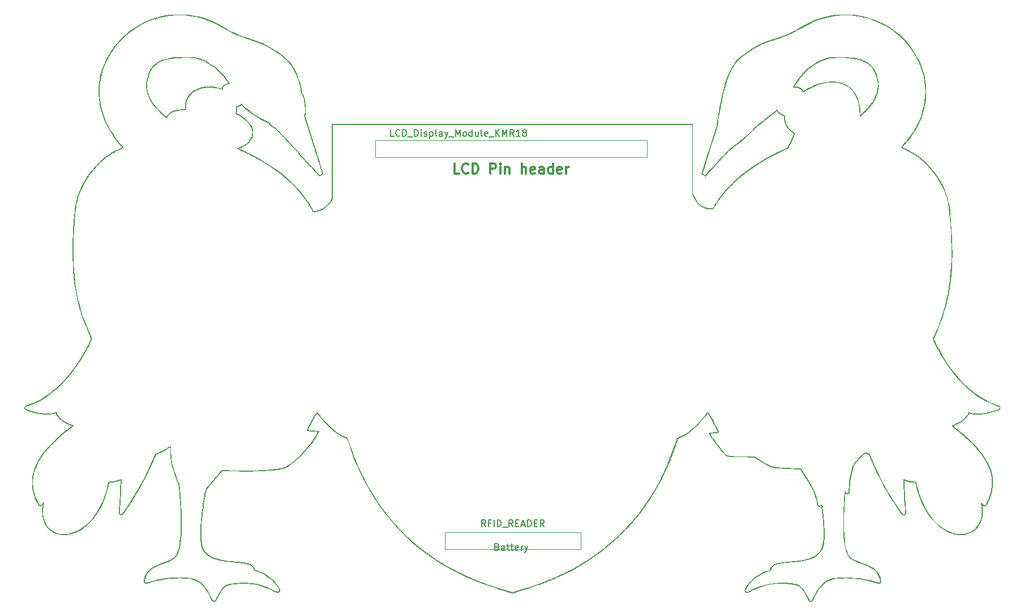
<source format=gbr>
G04 #@! TF.FileFunction,Other,Fab,Top*
%FSLAX46Y46*%
G04 Gerber Fmt 4.6, Leading zero omitted, Abs format (unit mm)*
G04 Created by KiCad (PCBNEW 4.0.4+e1-6308~48~ubuntu16.04.1-stable) date Sun Feb  5 22:21:48 2017*
%MOMM*%
%LPD*%
G01*
G04 APERTURE LIST*
%ADD10C,0.100000*%
%ADD11C,0.300000*%
%ADD12C,0.010000*%
%ADD13C,0.150000*%
G04 APERTURE END LIST*
D10*
D11*
X144904001Y-81704571D02*
X144189715Y-81704571D01*
X144189715Y-80204571D01*
X146261144Y-81561714D02*
X146189715Y-81633143D01*
X145975429Y-81704571D01*
X145832572Y-81704571D01*
X145618287Y-81633143D01*
X145475429Y-81490286D01*
X145404001Y-81347429D01*
X145332572Y-81061714D01*
X145332572Y-80847429D01*
X145404001Y-80561714D01*
X145475429Y-80418857D01*
X145618287Y-80276000D01*
X145832572Y-80204571D01*
X145975429Y-80204571D01*
X146189715Y-80276000D01*
X146261144Y-80347429D01*
X146904001Y-81704571D02*
X146904001Y-80204571D01*
X147261144Y-80204571D01*
X147475429Y-80276000D01*
X147618287Y-80418857D01*
X147689715Y-80561714D01*
X147761144Y-80847429D01*
X147761144Y-81061714D01*
X147689715Y-81347429D01*
X147618287Y-81490286D01*
X147475429Y-81633143D01*
X147261144Y-81704571D01*
X146904001Y-81704571D01*
X149546858Y-81704571D02*
X149546858Y-80204571D01*
X150118286Y-80204571D01*
X150261144Y-80276000D01*
X150332572Y-80347429D01*
X150404001Y-80490286D01*
X150404001Y-80704571D01*
X150332572Y-80847429D01*
X150261144Y-80918857D01*
X150118286Y-80990286D01*
X149546858Y-80990286D01*
X151046858Y-81704571D02*
X151046858Y-80704571D01*
X151046858Y-80204571D02*
X150975429Y-80276000D01*
X151046858Y-80347429D01*
X151118286Y-80276000D01*
X151046858Y-80204571D01*
X151046858Y-80347429D01*
X151761144Y-80704571D02*
X151761144Y-81704571D01*
X151761144Y-80847429D02*
X151832572Y-80776000D01*
X151975430Y-80704571D01*
X152189715Y-80704571D01*
X152332572Y-80776000D01*
X152404001Y-80918857D01*
X152404001Y-81704571D01*
X154261144Y-81704571D02*
X154261144Y-80204571D01*
X154904001Y-81704571D02*
X154904001Y-80918857D01*
X154832572Y-80776000D01*
X154689715Y-80704571D01*
X154475430Y-80704571D01*
X154332572Y-80776000D01*
X154261144Y-80847429D01*
X156189715Y-81633143D02*
X156046858Y-81704571D01*
X155761144Y-81704571D01*
X155618287Y-81633143D01*
X155546858Y-81490286D01*
X155546858Y-80918857D01*
X155618287Y-80776000D01*
X155761144Y-80704571D01*
X156046858Y-80704571D01*
X156189715Y-80776000D01*
X156261144Y-80918857D01*
X156261144Y-81061714D01*
X155546858Y-81204571D01*
X157546858Y-81704571D02*
X157546858Y-80918857D01*
X157475429Y-80776000D01*
X157332572Y-80704571D01*
X157046858Y-80704571D01*
X156904001Y-80776000D01*
X157546858Y-81633143D02*
X157404001Y-81704571D01*
X157046858Y-81704571D01*
X156904001Y-81633143D01*
X156832572Y-81490286D01*
X156832572Y-81347429D01*
X156904001Y-81204571D01*
X157046858Y-81133143D01*
X157404001Y-81133143D01*
X157546858Y-81061714D01*
X158904001Y-81704571D02*
X158904001Y-80204571D01*
X158904001Y-81633143D02*
X158761144Y-81704571D01*
X158475430Y-81704571D01*
X158332572Y-81633143D01*
X158261144Y-81561714D01*
X158189715Y-81418857D01*
X158189715Y-80990286D01*
X158261144Y-80847429D01*
X158332572Y-80776000D01*
X158475430Y-80704571D01*
X158761144Y-80704571D01*
X158904001Y-80776000D01*
X160189715Y-81633143D02*
X160046858Y-81704571D01*
X159761144Y-81704571D01*
X159618287Y-81633143D01*
X159546858Y-81490286D01*
X159546858Y-80918857D01*
X159618287Y-80776000D01*
X159761144Y-80704571D01*
X160046858Y-80704571D01*
X160189715Y-80776000D01*
X160261144Y-80918857D01*
X160261144Y-81061714D01*
X159546858Y-81204571D01*
X160904001Y-81704571D02*
X160904001Y-80704571D01*
X160904001Y-80990286D02*
X160975429Y-80847429D01*
X161046858Y-80776000D01*
X161189715Y-80704571D01*
X161332572Y-80704571D01*
D10*
X132334000Y-79248000D02*
X172974000Y-79248000D01*
X172974000Y-79248000D02*
X172974000Y-76708000D01*
X172974000Y-76708000D02*
X132334000Y-76708000D01*
X132334000Y-76708000D02*
X132334000Y-79248000D01*
X163068000Y-135382000D02*
X142748000Y-135382000D01*
X142748000Y-135382000D02*
X142748000Y-137922000D01*
X142748000Y-137922000D02*
X163068000Y-137922000D01*
X163068000Y-137922000D02*
X163068000Y-135382000D01*
D12*
G36*
X202908493Y-57904907D02*
X203176839Y-57908171D01*
X203425816Y-57913621D01*
X203645707Y-57921258D01*
X203826798Y-57931081D01*
X203959373Y-57943091D01*
X203960541Y-57943237D01*
X204815958Y-58077629D01*
X205643394Y-58262571D01*
X206445548Y-58498931D01*
X207225117Y-58787578D01*
X207984800Y-59129379D01*
X208529232Y-59413439D01*
X208724558Y-59526460D01*
X208952672Y-59666716D01*
X209200388Y-59825442D01*
X209454521Y-59993873D01*
X209701886Y-60163244D01*
X209929297Y-60324791D01*
X210123568Y-60469749D01*
X210154384Y-60493704D01*
X210792033Y-61028349D01*
X211387365Y-61599268D01*
X211938788Y-62203959D01*
X212444713Y-62839917D01*
X212903549Y-63504639D01*
X213313706Y-64195619D01*
X213673592Y-64910355D01*
X213981618Y-65646343D01*
X214236192Y-66401077D01*
X214435725Y-67172055D01*
X214455919Y-67265665D01*
X214565802Y-67896385D01*
X214637172Y-68556894D01*
X214669634Y-69232748D01*
X214662793Y-69909502D01*
X214616254Y-70572714D01*
X214558809Y-71028034D01*
X214410447Y-71812984D01*
X214204784Y-72588191D01*
X213942226Y-73352824D01*
X213623176Y-74106052D01*
X213248042Y-74847047D01*
X212817228Y-75574977D01*
X212331140Y-76289014D01*
X211790182Y-76988326D01*
X211456794Y-77380763D01*
X211351318Y-77502377D01*
X211261033Y-77609277D01*
X211192383Y-77693605D01*
X211151810Y-77747503D01*
X211143545Y-77762710D01*
X211169127Y-77783171D01*
X211237792Y-77820288D01*
X211338617Y-77868517D01*
X211442798Y-77914683D01*
X211848507Y-78102874D01*
X212275338Y-78327055D01*
X212707345Y-78578098D01*
X213128580Y-78846879D01*
X213401399Y-79035603D01*
X214022875Y-79514670D01*
X214612604Y-80037419D01*
X215168013Y-80599887D01*
X215686529Y-81198111D01*
X216165578Y-81828128D01*
X216602587Y-82485972D01*
X216994982Y-83167683D01*
X217340189Y-83869295D01*
X217635636Y-84586845D01*
X217878749Y-85316371D01*
X218066954Y-86053909D01*
X218116356Y-86297229D01*
X218146198Y-86459587D01*
X218172053Y-86613957D01*
X218195281Y-86771034D01*
X218217241Y-86941516D01*
X218239295Y-87136098D01*
X218262802Y-87365478D01*
X218289123Y-87640351D01*
X218294554Y-87698609D01*
X218403698Y-88987040D01*
X218486858Y-90225903D01*
X218543985Y-91417943D01*
X218575027Y-92565908D01*
X218579932Y-93672547D01*
X218558649Y-94740606D01*
X218511127Y-95772832D01*
X218437315Y-96771973D01*
X218337160Y-97740777D01*
X218210613Y-98681991D01*
X218074043Y-99508149D01*
X217884151Y-100451147D01*
X217653949Y-101395111D01*
X217381740Y-102345359D01*
X217065824Y-103307208D01*
X216704504Y-104285974D01*
X216296081Y-105286976D01*
X216044126Y-105863776D01*
X215808387Y-106391367D01*
X215889405Y-106584586D01*
X215969164Y-106767067D01*
X216070696Y-106987442D01*
X216187555Y-107232485D01*
X216313298Y-107488970D01*
X216441478Y-107743671D01*
X216565649Y-107983362D01*
X216629677Y-108103590D01*
X217100488Y-108934174D01*
X217605626Y-109743635D01*
X218141405Y-110527510D01*
X218704137Y-111281339D01*
X219290136Y-112000660D01*
X219895714Y-112681014D01*
X220517184Y-113317939D01*
X221150860Y-113906973D01*
X221793055Y-114443656D01*
X222005405Y-114607895D01*
X222571471Y-115011838D01*
X223152839Y-115378287D01*
X223742338Y-115703492D01*
X224332797Y-115983706D01*
X224917045Y-116215179D01*
X225346173Y-116354347D01*
X225521613Y-116414237D01*
X225645111Y-116478735D01*
X225723107Y-116553416D01*
X225762042Y-116643854D01*
X225769506Y-116720749D01*
X225766333Y-116807188D01*
X225752483Y-116877230D01*
X225721462Y-116935544D01*
X225666776Y-116986799D01*
X225581931Y-117035663D01*
X225460432Y-117086806D01*
X225295786Y-117144897D01*
X225083414Y-117213991D01*
X224476566Y-117391682D01*
X223894214Y-117529556D01*
X223339033Y-117627339D01*
X222813698Y-117684757D01*
X222320883Y-117701536D01*
X221863261Y-117677403D01*
X221443507Y-117612083D01*
X221366450Y-117594561D01*
X221226401Y-117561528D01*
X221133498Y-117543650D01*
X221078066Y-117542628D01*
X221050430Y-117560162D01*
X221040915Y-117597955D01*
X221039851Y-117651983D01*
X221035384Y-117708651D01*
X221017610Y-117763669D01*
X220979967Y-117828473D01*
X220915897Y-117914500D01*
X220826302Y-118024225D01*
X220484470Y-118393359D01*
X220115491Y-118712637D01*
X219721259Y-118980746D01*
X219303668Y-119196373D01*
X218930546Y-119337802D01*
X218818705Y-119376663D01*
X218731731Y-119412826D01*
X218682056Y-119440824D01*
X218675087Y-119450166D01*
X218697062Y-119476881D01*
X218758310Y-119533088D01*
X218851754Y-119612765D01*
X218970317Y-119709890D01*
X219106919Y-119818443D01*
X219120253Y-119828878D01*
X219855056Y-120418771D01*
X220533857Y-120996457D01*
X221157499Y-121563065D01*
X221726829Y-122119721D01*
X222242691Y-122667555D01*
X222705930Y-123207695D01*
X223117391Y-123741268D01*
X223477920Y-124269404D01*
X223788360Y-124793229D01*
X224049557Y-125313873D01*
X224262356Y-125832463D01*
X224427603Y-126350128D01*
X224546141Y-126867995D01*
X224588541Y-127130097D01*
X224611657Y-127358253D01*
X224624676Y-127626443D01*
X224627953Y-127918660D01*
X224621843Y-128218898D01*
X224606698Y-128511151D01*
X224582873Y-128779413D01*
X224550722Y-129007679D01*
X224546492Y-129030720D01*
X224438334Y-129496937D01*
X224288686Y-129980254D01*
X224103488Y-130463717D01*
X223888683Y-130930371D01*
X223863284Y-130980374D01*
X223779438Y-131139614D01*
X223711945Y-131253312D01*
X223652870Y-131329027D01*
X223594278Y-131374316D01*
X223528232Y-131396737D01*
X223446797Y-131403848D01*
X223418358Y-131404126D01*
X223316884Y-131399907D01*
X223249437Y-131381608D01*
X223191923Y-131340763D01*
X223165314Y-131315230D01*
X223108441Y-131264072D01*
X223069708Y-131239730D01*
X223062623Y-131240128D01*
X223060320Y-131273179D01*
X223065516Y-131350528D01*
X223077123Y-131458716D01*
X223085790Y-131526093D01*
X223105417Y-131724052D01*
X223117069Y-131958150D01*
X223120890Y-132211462D01*
X223117023Y-132467062D01*
X223105613Y-132708024D01*
X223086805Y-132917424D01*
X223073122Y-133014426D01*
X222972762Y-133461707D01*
X222827550Y-133876429D01*
X222638840Y-134256230D01*
X222407984Y-134598749D01*
X222136337Y-134901624D01*
X221854729Y-135140871D01*
X221508917Y-135362060D01*
X221134482Y-135534519D01*
X220735421Y-135657943D01*
X220315732Y-135732030D01*
X219879414Y-135756477D01*
X219430465Y-135730981D01*
X218972883Y-135655239D01*
X218510666Y-135528949D01*
X218204243Y-135417454D01*
X217709125Y-135188566D01*
X217226585Y-134904678D01*
X216758867Y-134568260D01*
X216308217Y-134181782D01*
X215876879Y-133747713D01*
X215467099Y-133268523D01*
X215081120Y-132746682D01*
X214721187Y-132184660D01*
X214389546Y-131584925D01*
X214088442Y-130949947D01*
X214038813Y-130834816D01*
X213895141Y-130485062D01*
X213763488Y-130138838D01*
X213640799Y-129786372D01*
X213524018Y-129417889D01*
X213410090Y-129023617D01*
X213295959Y-128593782D01*
X213178571Y-128118613D01*
X213143448Y-127970792D01*
X213131819Y-127942650D01*
X213105423Y-127923315D01*
X213053312Y-127909953D01*
X212964539Y-127899730D01*
X212831439Y-127890027D01*
X212446349Y-127846146D01*
X212051500Y-127767105D01*
X211700343Y-127666567D01*
X211585623Y-127628723D01*
X211492759Y-127599193D01*
X211434934Y-127582116D01*
X211422958Y-127579528D01*
X211413802Y-127607936D01*
X211408596Y-127690304D01*
X211407145Y-127822347D01*
X211409254Y-127999782D01*
X211414729Y-128218326D01*
X211423374Y-128473694D01*
X211434994Y-128761603D01*
X211449395Y-129077768D01*
X211466381Y-129417907D01*
X211485758Y-129777735D01*
X211507330Y-130152968D01*
X211530903Y-130539323D01*
X211556281Y-130932516D01*
X211583270Y-131328263D01*
X211611234Y-131716349D01*
X211626141Y-131929283D01*
X211638276Y-132126177D01*
X211647251Y-132298608D01*
X211652678Y-132438153D01*
X211654169Y-132536388D01*
X211651334Y-132584890D01*
X211651307Y-132584998D01*
X211598789Y-132683745D01*
X211505860Y-132759514D01*
X211389427Y-132800485D01*
X211337439Y-132804471D01*
X211242690Y-132795040D01*
X211162507Y-132773021D01*
X211149899Y-132766944D01*
X211099408Y-132722321D01*
X211022042Y-132631362D01*
X210920400Y-132498137D01*
X210797084Y-132326717D01*
X210654692Y-132121170D01*
X210495825Y-131885567D01*
X210323083Y-131623978D01*
X210139066Y-131340471D01*
X209946375Y-131039117D01*
X209747610Y-130723986D01*
X209545370Y-130399147D01*
X209342255Y-130068670D01*
X209140867Y-129736625D01*
X208943805Y-129407081D01*
X208753669Y-129084108D01*
X208573059Y-128771777D01*
X208404576Y-128474156D01*
X208385948Y-128440793D01*
X207827026Y-127398575D01*
X207289930Y-126315768D01*
X206772094Y-125186998D01*
X206276823Y-124021244D01*
X206164793Y-123747442D01*
X205872839Y-123634580D01*
X205753106Y-123588557D01*
X205655544Y-123551552D01*
X205591696Y-123527912D01*
X205572668Y-123521543D01*
X205543280Y-123541137D01*
X205479927Y-123595934D01*
X205389383Y-123679308D01*
X205278422Y-123784630D01*
X205153817Y-123905274D01*
X205022344Y-124034612D01*
X204890776Y-124166017D01*
X204765887Y-124292862D01*
X204654452Y-124408520D01*
X204563243Y-124506363D01*
X204542473Y-124529417D01*
X204354821Y-124743030D01*
X204202759Y-124925136D01*
X204080316Y-125085242D01*
X203981522Y-125232858D01*
X203900408Y-125377492D01*
X203831004Y-125528654D01*
X203767341Y-125695853D01*
X203718188Y-125842402D01*
X203605437Y-126215810D01*
X203509957Y-126585604D01*
X203430078Y-126961863D01*
X203364131Y-127354668D01*
X203310447Y-127774097D01*
X203267358Y-128230230D01*
X203233193Y-128733148D01*
X203229942Y-128791138D01*
X203218497Y-128975193D01*
X203205538Y-129143860D01*
X203192061Y-129286707D01*
X203179064Y-129393305D01*
X203167543Y-129453223D01*
X203166335Y-129456710D01*
X203117052Y-129530023D01*
X203052821Y-129580790D01*
X202950201Y-129613656D01*
X202835351Y-129621078D01*
X202733254Y-129603086D01*
X202688822Y-129580342D01*
X202637505Y-129546348D01*
X202607746Y-129548146D01*
X202590342Y-129593550D01*
X202578130Y-129674298D01*
X202569414Y-129758867D01*
X202558126Y-129893811D01*
X202544767Y-130071199D01*
X202529836Y-130283095D01*
X202513837Y-130521567D01*
X202497270Y-130778681D01*
X202480636Y-131046503D01*
X202464437Y-131317099D01*
X202449173Y-131582537D01*
X202435346Y-131834882D01*
X202423458Y-132066202D01*
X202414009Y-132268561D01*
X202413532Y-132279577D01*
X202403441Y-132560618D01*
X202395551Y-132877394D01*
X202389861Y-133219675D01*
X202386372Y-133577231D01*
X202385081Y-133939831D01*
X202385989Y-134297243D01*
X202389094Y-134639238D01*
X202394397Y-134955584D01*
X202401896Y-135236052D01*
X202411591Y-135470410D01*
X202413753Y-135510140D01*
X202454766Y-136092916D01*
X202508471Y-136629123D01*
X202574551Y-137117180D01*
X202652688Y-137555510D01*
X202742568Y-137942534D01*
X202843873Y-138276672D01*
X202956286Y-138556346D01*
X203064472Y-138756665D01*
X203182792Y-138924801D01*
X203318881Y-139078658D01*
X203478069Y-139221559D01*
X203665686Y-139356825D01*
X203887059Y-139487779D01*
X204147518Y-139617742D01*
X204452393Y-139750035D01*
X204807012Y-139887980D01*
X204982380Y-139952116D01*
X205251192Y-140049395D01*
X205473653Y-140131373D01*
X205658654Y-140201649D01*
X205815090Y-140263824D01*
X205951855Y-140321500D01*
X206077842Y-140378278D01*
X206201946Y-140437757D01*
X206288532Y-140480944D01*
X206668915Y-140699088D01*
X206997979Y-140944077D01*
X207277038Y-141217469D01*
X207507403Y-141520819D01*
X207690385Y-141855681D01*
X207827297Y-142223612D01*
X207860780Y-142345376D01*
X207900832Y-142513993D01*
X207922841Y-142639484D01*
X207927406Y-142734060D01*
X207915129Y-142809927D01*
X207887020Y-142878503D01*
X207826970Y-142959296D01*
X207743561Y-143007414D01*
X207631047Y-143023201D01*
X207483684Y-143006999D01*
X207295723Y-142959151D01*
X207176956Y-142920831D01*
X206609944Y-142747176D01*
X205998539Y-142595680D01*
X205352985Y-142467911D01*
X204683526Y-142365437D01*
X204000409Y-142289826D01*
X203313878Y-142242645D01*
X202634179Y-142225461D01*
X202632150Y-142225456D01*
X202113686Y-142233143D01*
X201645918Y-142259756D01*
X201223808Y-142306812D01*
X200842316Y-142375825D01*
X200496404Y-142468312D01*
X200181033Y-142585789D01*
X199891164Y-142729771D01*
X199621758Y-142901775D01*
X199367778Y-143103317D01*
X199201870Y-143257459D01*
X199055054Y-143407142D01*
X198920523Y-143556746D01*
X198793632Y-143713238D01*
X198669739Y-143883583D01*
X198544201Y-144074747D01*
X198412373Y-144293694D01*
X198269614Y-144547390D01*
X198111279Y-144842800D01*
X197990495Y-145074643D01*
X197899873Y-145246105D01*
X197814367Y-145400408D01*
X197738940Y-145529132D01*
X197678554Y-145623860D01*
X197638172Y-145676175D01*
X197633398Y-145680447D01*
X197542299Y-145723371D01*
X197427590Y-145739888D01*
X197313650Y-145729554D01*
X197224858Y-145691925D01*
X197219876Y-145687977D01*
X197189272Y-145647533D01*
X197137906Y-145562874D01*
X197070409Y-145442364D01*
X196991412Y-145294368D01*
X196905545Y-145127251D01*
X196868350Y-145052977D01*
X196670981Y-144671464D01*
X196483281Y-144343156D01*
X196301667Y-144064391D01*
X196122558Y-143831504D01*
X195942372Y-143640834D01*
X195757528Y-143488718D01*
X195564443Y-143371493D01*
X195359535Y-143285497D01*
X195139224Y-143227066D01*
X195070541Y-143214521D01*
X194324683Y-143109328D01*
X193613894Y-143047462D01*
X192933884Y-143029121D01*
X192280361Y-143054504D01*
X191649034Y-143123807D01*
X191035611Y-143237227D01*
X190435802Y-143394963D01*
X190311690Y-143433571D01*
X190029647Y-143527264D01*
X189755213Y-143626430D01*
X189477010Y-143735733D01*
X189183658Y-143859838D01*
X188863781Y-144003410D01*
X188505998Y-144171114D01*
X188464771Y-144190789D01*
X188284326Y-144276186D01*
X188147708Y-144338308D01*
X188046621Y-144380196D01*
X187972767Y-144404886D01*
X187917846Y-144415418D01*
X187873562Y-144414830D01*
X187859082Y-144412568D01*
X187727379Y-144363607D01*
X187638204Y-144274861D01*
X187592839Y-144147689D01*
X187590167Y-144127885D01*
X187586079Y-144059880D01*
X187593887Y-143996860D01*
X187618195Y-143924064D01*
X187663608Y-143826731D01*
X187715263Y-143726902D01*
X187898690Y-143420667D01*
X188127615Y-143106463D01*
X188392305Y-142795265D01*
X188683028Y-142498052D01*
X188990050Y-142225801D01*
X189173069Y-142082683D01*
X189564029Y-141815614D01*
X189977870Y-141575871D01*
X190400933Y-141370341D01*
X190819560Y-141205909D01*
X191063586Y-141129656D01*
X191360601Y-141046572D01*
X191394939Y-140911969D01*
X191480716Y-140690719D01*
X191618248Y-140496416D01*
X191807456Y-140329122D01*
X192048262Y-140188902D01*
X192340586Y-140075817D01*
X192494898Y-140032276D01*
X192628900Y-140000341D01*
X192770241Y-139971199D01*
X192925550Y-139943983D01*
X193101456Y-139917826D01*
X193304589Y-139891860D01*
X193541578Y-139865219D01*
X193819052Y-139837037D01*
X194143641Y-139806446D01*
X194395264Y-139783771D01*
X194843354Y-139742242D01*
X195239493Y-139701557D01*
X195590090Y-139660641D01*
X195901553Y-139618422D01*
X196180290Y-139573826D01*
X196432711Y-139525782D01*
X196665223Y-139473215D01*
X196884235Y-139415052D01*
X197096156Y-139350221D01*
X197207666Y-139312832D01*
X197637336Y-139141760D01*
X198022215Y-138940773D01*
X198360305Y-138711267D01*
X198649610Y-138454636D01*
X198888135Y-138172276D01*
X198933899Y-138106392D01*
X199064137Y-137868815D01*
X199173004Y-137577445D01*
X199260504Y-137232220D01*
X199326641Y-136833079D01*
X199371420Y-136379961D01*
X199394844Y-135872807D01*
X199396917Y-135311554D01*
X199377643Y-134696142D01*
X199337027Y-134026510D01*
X199275072Y-133302598D01*
X199259675Y-133146893D01*
X199244110Y-132999522D01*
X199224590Y-132825066D01*
X199202161Y-132631874D01*
X199177868Y-132428295D01*
X199152754Y-132222680D01*
X199127867Y-132023378D01*
X199104249Y-131838740D01*
X199082947Y-131677116D01*
X199065006Y-131546854D01*
X199051469Y-131456305D01*
X199043382Y-131413820D01*
X199042545Y-131411866D01*
X199016083Y-131419833D01*
X198955550Y-131447912D01*
X198922342Y-131464799D01*
X198783288Y-131510519D01*
X198650977Y-131503778D01*
X198535693Y-131445921D01*
X198496935Y-131409087D01*
X198446355Y-131335413D01*
X198415229Y-131241065D01*
X198399373Y-131137226D01*
X198347407Y-130770711D01*
X198271678Y-130406587D01*
X198169989Y-130039625D01*
X198040141Y-129664597D01*
X197879939Y-129276275D01*
X197687184Y-128869431D01*
X197459680Y-128438836D01*
X197195230Y-127979262D01*
X196891636Y-127485481D01*
X196812232Y-127360563D01*
X196688400Y-127166360D01*
X196552936Y-126953034D01*
X196417058Y-126738306D01*
X196291980Y-126539896D01*
X196202411Y-126397115D01*
X196112270Y-126253743D01*
X196031779Y-126127208D01*
X195966425Y-126026022D01*
X195921698Y-125958695D01*
X195903990Y-125934436D01*
X195869789Y-125927626D01*
X195784381Y-125919935D01*
X195654934Y-125911740D01*
X195488618Y-125903418D01*
X195292604Y-125895345D01*
X195074059Y-125887899D01*
X194949449Y-125884278D01*
X194525882Y-125870500D01*
X194103274Y-125852557D01*
X193688693Y-125830965D01*
X193289207Y-125806242D01*
X192911886Y-125778904D01*
X192563798Y-125749470D01*
X192252010Y-125718456D01*
X191983593Y-125686378D01*
X191765615Y-125653755D01*
X191742265Y-125649665D01*
X191597026Y-125617681D01*
X191446141Y-125571394D01*
X191284102Y-125507985D01*
X191105402Y-125424632D01*
X190904535Y-125318517D01*
X190675991Y-125186819D01*
X190414265Y-125026719D01*
X190113848Y-124835397D01*
X189972255Y-124743384D01*
X189790206Y-124626018D01*
X189608998Y-124511938D01*
X189439269Y-124407641D01*
X189291661Y-124319622D01*
X189176811Y-124254376D01*
X189136056Y-124232859D01*
X188894675Y-124110776D01*
X187194562Y-124095821D01*
X186778322Y-124091998D01*
X186415949Y-124087871D01*
X186102922Y-124082715D01*
X185834717Y-124075808D01*
X185606814Y-124066426D01*
X185414690Y-124053845D01*
X185253823Y-124037343D01*
X185119691Y-124016196D01*
X185007772Y-123989681D01*
X184913544Y-123957074D01*
X184832485Y-123917652D01*
X184760073Y-123870692D01*
X184691786Y-123815470D01*
X184623101Y-123751262D01*
X184549497Y-123677347D01*
X184544097Y-123671844D01*
X184341934Y-123456537D01*
X184116770Y-123200356D01*
X183875868Y-122912361D01*
X183626494Y-122601612D01*
X183375911Y-122277169D01*
X183131383Y-121948093D01*
X182900176Y-121623443D01*
X182890192Y-121609069D01*
X182783592Y-121452540D01*
X182674480Y-121287217D01*
X182567728Y-121121032D01*
X182468208Y-120961914D01*
X182380793Y-120817793D01*
X182310356Y-120696600D01*
X182261768Y-120606265D01*
X182239902Y-120554718D01*
X182239161Y-120549481D01*
X182250924Y-120529432D01*
X182290768Y-120513197D01*
X182365529Y-120499707D01*
X182482042Y-120487891D01*
X182647141Y-120476677D01*
X182735483Y-120471736D01*
X182912517Y-120460187D01*
X183087127Y-120445097D01*
X183248879Y-120427753D01*
X183387335Y-120409441D01*
X183492062Y-120391449D01*
X183552624Y-120375062D01*
X183561516Y-120369888D01*
X183553493Y-120340450D01*
X183521608Y-120265875D01*
X183469158Y-120152715D01*
X183399442Y-120007522D01*
X183315760Y-119836847D01*
X183221409Y-119647243D01*
X183119688Y-119445261D01*
X183013895Y-119237454D01*
X182907330Y-119030372D01*
X182803291Y-118830569D01*
X182705076Y-118644596D01*
X182615985Y-118479004D01*
X182543177Y-118347204D01*
X182454863Y-118194753D01*
X182361904Y-118042106D01*
X182269849Y-117897549D01*
X182184246Y-117769362D01*
X182110645Y-117665831D01*
X182054594Y-117595238D01*
X182021644Y-117565866D01*
X182019506Y-117565505D01*
X181985802Y-117587570D01*
X181932891Y-117644663D01*
X181887066Y-117704183D01*
X181747038Y-117889240D01*
X181570840Y-118105240D01*
X181365898Y-118344281D01*
X181139638Y-118598463D01*
X180899486Y-118859885D01*
X180652868Y-119120646D01*
X180407211Y-119372845D01*
X180169941Y-119608582D01*
X179948484Y-119819955D01*
X179750266Y-119999063D01*
X179650514Y-120083699D01*
X179267427Y-120387305D01*
X178908686Y-120646540D01*
X178566917Y-120866061D01*
X178234749Y-121050521D01*
X177904809Y-121204578D01*
X177819527Y-121239805D01*
X177533292Y-121354992D01*
X177262578Y-122168122D01*
X176774616Y-123550650D01*
X176244698Y-124892979D01*
X175672887Y-126195007D01*
X175059243Y-127456634D01*
X174403828Y-128677757D01*
X173706705Y-129858276D01*
X172967934Y-130998088D01*
X172187578Y-132097092D01*
X171365697Y-133155187D01*
X170502355Y-134172272D01*
X169597612Y-135148244D01*
X169020898Y-135727775D01*
X168062720Y-136626239D01*
X167068648Y-137482066D01*
X166037707Y-138295853D01*
X164968926Y-139068196D01*
X163861330Y-139799691D01*
X162713948Y-140490936D01*
X161525806Y-141142527D01*
X160295931Y-141755060D01*
X159023350Y-142329133D01*
X157707090Y-142865341D01*
X156868357Y-143179141D01*
X156692712Y-143241595D01*
X156482558Y-143314455D01*
X156243270Y-143395991D01*
X155980224Y-143484470D01*
X155698797Y-143578163D01*
X155404364Y-143675338D01*
X155102302Y-143774264D01*
X154797986Y-143873210D01*
X154496794Y-143970444D01*
X154204101Y-144064236D01*
X153925284Y-144152855D01*
X153665718Y-144234570D01*
X153430780Y-144307649D01*
X153225845Y-144370362D01*
X153056291Y-144420977D01*
X152927492Y-144457763D01*
X152844827Y-144478990D01*
X152816920Y-144483666D01*
X152773810Y-144474867D01*
X152680426Y-144449558D01*
X152541997Y-144409367D01*
X152363751Y-144355926D01*
X152150916Y-144290864D01*
X151908720Y-144215812D01*
X151642392Y-144132401D01*
X151357159Y-144042259D01*
X151058250Y-143947017D01*
X150750892Y-143848307D01*
X150440314Y-143747756D01*
X150131743Y-143646997D01*
X150095023Y-143634945D01*
X149328402Y-143377537D01*
X148609041Y-143123829D01*
X147926361Y-142869541D01*
X147269779Y-142610392D01*
X146628715Y-142342099D01*
X145992588Y-142060382D01*
X145350815Y-141760958D01*
X144796058Y-141490861D01*
X144049968Y-141111948D01*
X143347534Y-140735521D01*
X142674952Y-140353677D01*
X142018419Y-139958516D01*
X141364132Y-139542132D01*
X141175828Y-139418264D01*
X140065783Y-138648692D01*
X138996980Y-137837873D01*
X137969368Y-136985748D01*
X136982893Y-136092258D01*
X136037503Y-135157343D01*
X135133146Y-134180944D01*
X134269769Y-133163001D01*
X133447321Y-132103455D01*
X132665748Y-131002246D01*
X131924999Y-129859316D01*
X131225021Y-128674604D01*
X130565761Y-127448051D01*
X130476704Y-127272977D01*
X130119381Y-126547071D01*
X129785023Y-125827938D01*
X129468772Y-125103874D01*
X129165770Y-124363177D01*
X128871159Y-123594143D01*
X128580080Y-122785070D01*
X128417900Y-122313362D01*
X128092885Y-121353517D01*
X127909617Y-121284621D01*
X127723997Y-121206482D01*
X127506762Y-121101456D01*
X127272950Y-120977765D01*
X127037602Y-120843634D01*
X126815756Y-120707286D01*
X126645884Y-120593575D01*
X126203374Y-120260724D01*
X125750345Y-119878708D01*
X125293542Y-119454145D01*
X124839706Y-118993653D01*
X124395580Y-118503848D01*
X123967907Y-117991348D01*
X123875789Y-117875053D01*
X123785156Y-117761416D01*
X123706643Y-117666535D01*
X123647475Y-117598880D01*
X123614880Y-117566924D01*
X123611734Y-117565505D01*
X123574727Y-117590651D01*
X123514422Y-117662691D01*
X123434107Y-117776531D01*
X123337067Y-117927076D01*
X123226588Y-118109233D01*
X123105956Y-118317908D01*
X122980876Y-118543551D01*
X122883102Y-118725136D01*
X122780359Y-118918880D01*
X122676100Y-119117981D01*
X122573775Y-119315636D01*
X122476838Y-119505044D01*
X122388739Y-119679401D01*
X122312932Y-119831906D01*
X122252866Y-119955757D01*
X122211995Y-120044150D01*
X122193770Y-120090284D01*
X122193457Y-120095280D01*
X122235302Y-120109698D01*
X122331552Y-120126012D01*
X122478267Y-120143803D01*
X122671505Y-120162651D01*
X122907327Y-120182136D01*
X123181792Y-120201839D01*
X123214623Y-120204032D01*
X123397213Y-120217023D01*
X123559805Y-120230277D01*
X123693459Y-120242925D01*
X123789233Y-120254102D01*
X123838188Y-120262940D01*
X123842306Y-120264895D01*
X123840224Y-120301402D01*
X123810206Y-120379904D01*
X123756199Y-120493479D01*
X123682145Y-120635203D01*
X123591991Y-120798153D01*
X123489682Y-120975404D01*
X123379161Y-121160033D01*
X123264375Y-121345116D01*
X123149268Y-121523731D01*
X123037785Y-121688953D01*
X123001038Y-121741367D01*
X122691873Y-122161801D01*
X122365461Y-122576571D01*
X122025568Y-122982222D01*
X121675960Y-123375299D01*
X121320403Y-123752346D01*
X120962663Y-124109909D01*
X120606507Y-124444533D01*
X120255701Y-124752763D01*
X119914010Y-125031143D01*
X119585200Y-125276220D01*
X119273039Y-125484538D01*
X118981291Y-125652641D01*
X118713723Y-125777076D01*
X118534793Y-125838648D01*
X118342117Y-125884908D01*
X118095997Y-125930296D01*
X117801378Y-125974337D01*
X117463205Y-126016556D01*
X117086424Y-126056478D01*
X116675981Y-126093631D01*
X116236819Y-126127538D01*
X115773886Y-126157726D01*
X115292125Y-126183720D01*
X114796483Y-126205046D01*
X114666403Y-126209752D01*
X114425433Y-126216421D01*
X114134379Y-126221633D01*
X113801531Y-126225426D01*
X113435176Y-126227838D01*
X113043604Y-126228904D01*
X112635101Y-126228663D01*
X112217957Y-126227151D01*
X111800460Y-126224405D01*
X111390899Y-126220463D01*
X110997562Y-126215361D01*
X110628736Y-126209136D01*
X110292712Y-126201826D01*
X109997777Y-126193468D01*
X109850378Y-126188216D01*
X109382035Y-126169935D01*
X109046694Y-126590076D01*
X108935704Y-126726344D01*
X108794713Y-126895128D01*
X108632917Y-127085670D01*
X108459514Y-127287206D01*
X108283700Y-127488978D01*
X108122086Y-127671902D01*
X107883547Y-127940950D01*
X107681528Y-128171948D01*
X107512684Y-128369514D01*
X107373672Y-128538264D01*
X107261147Y-128682814D01*
X107171765Y-128807780D01*
X107102182Y-128917779D01*
X107049052Y-129017426D01*
X107009033Y-129111340D01*
X106978778Y-129204134D01*
X106960641Y-129275098D01*
X106899990Y-129555432D01*
X106835986Y-129885660D01*
X106769857Y-130257466D01*
X106702834Y-130662532D01*
X106636147Y-131092542D01*
X106571025Y-131539179D01*
X106508698Y-131994126D01*
X106450395Y-132449067D01*
X106397346Y-132895685D01*
X106350781Y-133325663D01*
X106328576Y-133549988D01*
X106307736Y-133802299D01*
X106289591Y-134088702D01*
X106274329Y-134399509D01*
X106262135Y-134725028D01*
X106253198Y-135055572D01*
X106247703Y-135381451D01*
X106245839Y-135692975D01*
X106247791Y-135980454D01*
X106253747Y-136234200D01*
X106263894Y-136444523D01*
X106270991Y-136534607D01*
X106310861Y-136895967D01*
X106359499Y-137207241D01*
X106419940Y-137476450D01*
X106495215Y-137711616D01*
X106588360Y-137920762D01*
X106702405Y-138111910D01*
X106840385Y-138293082D01*
X107002610Y-138469550D01*
X107182979Y-138640913D01*
X107361588Y-138785350D01*
X107554911Y-138914346D01*
X107779420Y-139039382D01*
X107922265Y-139110676D01*
X108183928Y-139227148D01*
X108462759Y-139330561D01*
X108764496Y-139422156D01*
X109094883Y-139503172D01*
X109459659Y-139574848D01*
X109864567Y-139638424D01*
X110315347Y-139695141D01*
X110817741Y-139746237D01*
X110900196Y-139753698D01*
X111284857Y-139788270D01*
X111616868Y-139818890D01*
X111901779Y-139846291D01*
X112145142Y-139871209D01*
X112352508Y-139894375D01*
X112529429Y-139916524D01*
X112681456Y-139938389D01*
X112814140Y-139960704D01*
X112933034Y-139984203D01*
X113043688Y-140009619D01*
X113151655Y-140037685D01*
X113241926Y-140063149D01*
X113512411Y-140157147D01*
X113734990Y-140269909D01*
X113918420Y-140406098D01*
X113960799Y-140445939D01*
X114048384Y-140546950D01*
X114129448Y-140665994D01*
X114194698Y-140786619D01*
X114234841Y-140892376D01*
X114243069Y-140945640D01*
X114249197Y-140987041D01*
X114273619Y-141020694D01*
X114325397Y-141051624D01*
X114413590Y-141084853D01*
X114547260Y-141125404D01*
X114588556Y-141137193D01*
X115076965Y-141303236D01*
X115554657Y-141519381D01*
X116015278Y-141780737D01*
X116452476Y-142082409D01*
X116859896Y-142419506D01*
X117231186Y-142787134D01*
X117559992Y-143180399D01*
X117839961Y-143594410D01*
X117889704Y-143679568D01*
X117962052Y-143812144D01*
X118007257Y-143911194D01*
X118030855Y-143991578D01*
X118038384Y-144068155D01*
X118038472Y-144078764D01*
X118014805Y-144220122D01*
X117946537Y-144327069D01*
X117837768Y-144394456D01*
X117774018Y-144410964D01*
X117730418Y-144415715D01*
X117684293Y-144412758D01*
X117627518Y-144399108D01*
X117551971Y-144371782D01*
X117449526Y-144327795D01*
X117312060Y-144264163D01*
X117131448Y-144177901D01*
X117105333Y-144165330D01*
X116556463Y-143910947D01*
X116041792Y-143693981D01*
X115552915Y-143511918D01*
X115081429Y-143362242D01*
X114618929Y-143242441D01*
X114157012Y-143149999D01*
X113687273Y-143082402D01*
X113381805Y-143051291D01*
X113116225Y-143034830D01*
X112823118Y-143028214D01*
X112510341Y-143030736D01*
X112185754Y-143041692D01*
X111857215Y-143060376D01*
X111532582Y-143086083D01*
X111219714Y-143118108D01*
X110926469Y-143155747D01*
X110660707Y-143198293D01*
X110430285Y-143245042D01*
X110243062Y-143295288D01*
X110114808Y-143344439D01*
X109943243Y-143439074D01*
X109781430Y-143554982D01*
X109625680Y-143696856D01*
X109472307Y-143869389D01*
X109317626Y-144077273D01*
X109157948Y-144325203D01*
X108989588Y-144617870D01*
X108808859Y-144959968D01*
X108742371Y-145091506D01*
X108654222Y-145263661D01*
X108571625Y-145417585D01*
X108499244Y-145545118D01*
X108441744Y-145638102D01*
X108403791Y-145688377D01*
X108398544Y-145692884D01*
X108302525Y-145731284D01*
X108184613Y-145739724D01*
X108069720Y-145719380D01*
X107984858Y-145673379D01*
X107951208Y-145629355D01*
X107895858Y-145541453D01*
X107823529Y-145417863D01*
X107738944Y-145266777D01*
X107646825Y-145096387D01*
X107589868Y-144988230D01*
X107415406Y-144658560D01*
X107259375Y-144375593D01*
X107117079Y-144132418D01*
X106983820Y-143922124D01*
X106854900Y-143737798D01*
X106725623Y-143572530D01*
X106591291Y-143419409D01*
X106447205Y-143271522D01*
X106377408Y-143204343D01*
X106109611Y-142975268D01*
X105825232Y-142781415D01*
X105517512Y-142620019D01*
X105179694Y-142488316D01*
X104805022Y-142383542D01*
X104386736Y-142302933D01*
X104068472Y-142259878D01*
X103892784Y-142244863D01*
X103670387Y-142234076D01*
X103412802Y-142227440D01*
X103131551Y-142224875D01*
X102838157Y-142226306D01*
X102544141Y-142231655D01*
X102261026Y-142240843D01*
X102000333Y-142253794D01*
X101773585Y-142270431D01*
X101718242Y-142275689D01*
X100932928Y-142369099D01*
X100198382Y-142486005D01*
X99511665Y-142626983D01*
X98869842Y-142792606D01*
X98498436Y-142906208D01*
X98295614Y-142968428D01*
X98137619Y-143006945D01*
X98016065Y-143022099D01*
X97922568Y-143014227D01*
X97848743Y-142983672D01*
X97790120Y-142934911D01*
X97740368Y-142875541D01*
X97715721Y-142816961D01*
X97708750Y-142735617D01*
X97709561Y-142679451D01*
X97727095Y-142524788D01*
X97768746Y-142337492D01*
X97829288Y-142135411D01*
X97903494Y-141936393D01*
X97970238Y-141789272D01*
X98154875Y-141471611D01*
X98373934Y-141192372D01*
X98525591Y-141037872D01*
X98683319Y-140898471D01*
X98851823Y-140769429D01*
X99037545Y-140647386D01*
X99246923Y-140528980D01*
X99486398Y-140410850D01*
X99762410Y-140289635D01*
X100081399Y-140161975D01*
X100449805Y-140024507D01*
X100506633Y-140003949D01*
X100907639Y-139854235D01*
X101255470Y-139712869D01*
X101554352Y-139577491D01*
X101808509Y-139445738D01*
X102022168Y-139315249D01*
X102199552Y-139183664D01*
X102344889Y-139048620D01*
X102458464Y-138913148D01*
X102596713Y-138693541D01*
X102721099Y-138429459D01*
X102832031Y-138119122D01*
X102929924Y-137760749D01*
X103015188Y-137352559D01*
X103088236Y-136892771D01*
X103149481Y-136379604D01*
X103199333Y-135811276D01*
X103209636Y-135666655D01*
X103219646Y-135479053D01*
X103227836Y-135241941D01*
X103234206Y-134964172D01*
X103238758Y-134654596D01*
X103241490Y-134322067D01*
X103242404Y-133975436D01*
X103241501Y-133623556D01*
X103238779Y-133275279D01*
X103234241Y-132939456D01*
X103227885Y-132624941D01*
X103219714Y-132340586D01*
X103209726Y-132095242D01*
X103209479Y-132090218D01*
X103194207Y-131798288D01*
X103176195Y-131484049D01*
X103155952Y-131154371D01*
X103133987Y-130816125D01*
X103110810Y-130476183D01*
X103086930Y-130141416D01*
X103062857Y-129818695D01*
X103039100Y-129514891D01*
X103016169Y-129236876D01*
X102994573Y-128991520D01*
X102974821Y-128785694D01*
X102957423Y-128626271D01*
X102946478Y-128542977D01*
X102932447Y-128485326D01*
X102900827Y-128378311D01*
X102853493Y-128227616D01*
X102792317Y-128038929D01*
X102719175Y-127817935D01*
X102635939Y-127570321D01*
X102544484Y-127301773D01*
X102446685Y-127017978D01*
X102393237Y-126864241D01*
X102285612Y-126553530D01*
X102184848Y-126258562D01*
X102092719Y-125984779D01*
X102011003Y-125737621D01*
X101941474Y-125522528D01*
X101885908Y-125344942D01*
X101846082Y-125210302D01*
X101823771Y-125124050D01*
X101821464Y-125112517D01*
X101784735Y-124877046D01*
X101750868Y-124596560D01*
X101720879Y-124284405D01*
X101695781Y-123953927D01*
X101676590Y-123618473D01*
X101664320Y-123291390D01*
X101659987Y-122988551D01*
X101658934Y-122848823D01*
X101656155Y-122733016D01*
X101652053Y-122652077D01*
X101647033Y-122616951D01*
X101646232Y-122616310D01*
X101618190Y-122631472D01*
X101550822Y-122673033D01*
X101453452Y-122735103D01*
X101335406Y-122811793D01*
X101301955Y-122833744D01*
X100926573Y-123064012D01*
X100517550Y-123285492D01*
X100099494Y-123485364D01*
X99838972Y-123595858D01*
X99455598Y-123749613D01*
X99370683Y-123963938D01*
X98963843Y-124943770D01*
X98512234Y-125944229D01*
X98020817Y-126955342D01*
X97494551Y-127967134D01*
X96938397Y-128969632D01*
X96556260Y-129623206D01*
X96377533Y-129919683D01*
X96191958Y-130222203D01*
X96002376Y-130526497D01*
X95811626Y-130828297D01*
X95622548Y-131123336D01*
X95437980Y-131407344D01*
X95260764Y-131676055D01*
X95093737Y-131925200D01*
X94939741Y-132150511D01*
X94801614Y-132347719D01*
X94682196Y-132512557D01*
X94584326Y-132640757D01*
X94510845Y-132728050D01*
X94464592Y-132770169D01*
X94461510Y-132771760D01*
X94334133Y-132803487D01*
X94206049Y-132791044D01*
X94093941Y-132739020D01*
X94014488Y-132652007D01*
X94012379Y-132648152D01*
X94001462Y-132622674D01*
X93993163Y-132588479D01*
X93987649Y-132540694D01*
X93985086Y-132474449D01*
X93985643Y-132384874D01*
X93989486Y-132267096D01*
X93996780Y-132116245D01*
X94007694Y-131927450D01*
X94022394Y-131695839D01*
X94041047Y-131416543D01*
X94063820Y-131084690D01*
X94067982Y-131024586D01*
X94093282Y-130639252D01*
X94119350Y-130203389D01*
X94145774Y-129724849D01*
X94172139Y-129211481D01*
X94198032Y-128671135D01*
X94223038Y-128111662D01*
X94229401Y-127962681D01*
X94235929Y-127798816D01*
X94238817Y-127684940D01*
X94237337Y-127612725D01*
X94230760Y-127573842D01*
X94218358Y-127559961D01*
X94199403Y-127562755D01*
X94194594Y-127564651D01*
X93828505Y-127694315D01*
X93432477Y-127796415D01*
X93030665Y-127865370D01*
X92791248Y-127888893D01*
X92655487Y-127899036D01*
X92567202Y-127909372D01*
X92515536Y-127922734D01*
X92489635Y-127941958D01*
X92478643Y-127969880D01*
X92478494Y-127970575D01*
X92287206Y-128776882D01*
X92061805Y-129550278D01*
X91803479Y-130288730D01*
X91513415Y-130990206D01*
X91192800Y-131652672D01*
X90842821Y-132274096D01*
X90464664Y-132852445D01*
X90059517Y-133385686D01*
X89628568Y-133871787D01*
X89173002Y-134308714D01*
X88694007Y-134694435D01*
X88454533Y-134861849D01*
X87975831Y-135151529D01*
X87496244Y-135383422D01*
X87014060Y-135558125D01*
X86527565Y-135676237D01*
X86035045Y-135738353D01*
X85923529Y-135744660D01*
X85465207Y-135740049D01*
X85031810Y-135685251D01*
X84625304Y-135580864D01*
X84247657Y-135427488D01*
X83900836Y-135225721D01*
X83686462Y-135063573D01*
X83392597Y-134787829D01*
X83144654Y-134488189D01*
X82939084Y-134158676D01*
X82772334Y-133793311D01*
X82640852Y-133386116D01*
X82605042Y-133243436D01*
X82566080Y-133031167D01*
X82537102Y-132777261D01*
X82518656Y-132497704D01*
X82511288Y-132208483D01*
X82515546Y-131925583D01*
X82531977Y-131664991D01*
X82546598Y-131535505D01*
X82563370Y-131406002D01*
X82575626Y-131299934D01*
X82582075Y-131229314D01*
X82581987Y-131206084D01*
X82558760Y-131219941D01*
X82508316Y-131264442D01*
X82470686Y-131300969D01*
X82398091Y-131365351D01*
X82331747Y-131395631D01*
X82242323Y-131404004D01*
X82222570Y-131404126D01*
X82133097Y-131398145D01*
X82058936Y-131375398D01*
X81992752Y-131328676D01*
X81927207Y-131250771D01*
X81854964Y-131134476D01*
X81768687Y-130972582D01*
X81754023Y-130943804D01*
X81496097Y-130381845D01*
X81287119Y-129810696D01*
X81130029Y-129239087D01*
X81057760Y-128875151D01*
X81033363Y-128682572D01*
X81016138Y-128448083D01*
X81006082Y-128186337D01*
X81003195Y-127911987D01*
X81007475Y-127639685D01*
X81018919Y-127384083D01*
X81037525Y-127159834D01*
X81057992Y-127010397D01*
X81169471Y-126490747D01*
X81323231Y-125975272D01*
X81520444Y-125462391D01*
X81762284Y-124950524D01*
X82049922Y-124438091D01*
X82384532Y-123923512D01*
X82767286Y-123405207D01*
X83199356Y-122881595D01*
X83681917Y-122351098D01*
X84216140Y-121812134D01*
X84803197Y-121263124D01*
X85444263Y-120702487D01*
X86140509Y-120128643D01*
X86201977Y-120079442D01*
X86357717Y-119955381D01*
X86506866Y-119837164D01*
X86640279Y-119731994D01*
X86748817Y-119647070D01*
X86823336Y-119589595D01*
X86836075Y-119579988D01*
X86909868Y-119520275D01*
X86959803Y-119471180D01*
X86973515Y-119448609D01*
X86947850Y-119427676D01*
X86878689Y-119396849D01*
X86778880Y-119361541D01*
X86733556Y-119347468D01*
X86529621Y-119275101D01*
X86299524Y-119174701D01*
X86061852Y-119055741D01*
X85835193Y-118927698D01*
X85638134Y-118800045D01*
X85587782Y-118763403D01*
X85317442Y-118541044D01*
X85050128Y-118286118D01*
X84808806Y-118020939D01*
X84751048Y-117950432D01*
X84667612Y-117842110D01*
X84616234Y-117763005D01*
X84589712Y-117699112D01*
X84580843Y-117636425D01*
X84580541Y-117618860D01*
X84576121Y-117543734D01*
X84559541Y-117515323D01*
X84535809Y-117518033D01*
X84439874Y-117548058D01*
X84305231Y-117581444D01*
X84151069Y-117613952D01*
X83996575Y-117641344D01*
X83938242Y-117650021D01*
X83548146Y-117689215D01*
X83147161Y-117699110D01*
X82729793Y-117678961D01*
X82290549Y-117628021D01*
X81823936Y-117545544D01*
X81324461Y-117430785D01*
X80786630Y-117282996D01*
X80427113Y-117173064D01*
X80240166Y-117111689D01*
X80101726Y-117059285D01*
X80003730Y-117010373D01*
X79938109Y-116959475D01*
X79896798Y-116901113D01*
X79871729Y-116829809D01*
X79863239Y-116790135D01*
X79864755Y-116732733D01*
X79938472Y-116732733D01*
X79945460Y-116808184D01*
X79971128Y-116870555D01*
X80022532Y-116924773D01*
X80106726Y-116975763D01*
X80230764Y-117028451D01*
X80401703Y-117087764D01*
X80485504Y-117114673D01*
X81073887Y-117289793D01*
X81620348Y-117428937D01*
X82128679Y-117532454D01*
X82602672Y-117600697D01*
X83046119Y-117634015D01*
X83462814Y-117632759D01*
X83856548Y-117597280D01*
X84231113Y-117527929D01*
X84419873Y-117478509D01*
X84522948Y-117449633D01*
X84603833Y-117428610D01*
X84646420Y-117419607D01*
X84647926Y-117419528D01*
X84658401Y-117445152D01*
X84657175Y-117509828D01*
X84652771Y-117545789D01*
X84645893Y-117607093D01*
X84650821Y-117657206D01*
X84673739Y-117709893D01*
X84720831Y-117778917D01*
X84798280Y-117878041D01*
X84806892Y-117888835D01*
X85119432Y-118241246D01*
X85463231Y-118557066D01*
X85829325Y-118828765D01*
X86154826Y-119021222D01*
X86279222Y-119081738D01*
X86426684Y-119146441D01*
X86585125Y-119210811D01*
X86742457Y-119270326D01*
X86886595Y-119320467D01*
X87005451Y-119356711D01*
X87086939Y-119374539D01*
X87102342Y-119375620D01*
X87144806Y-119388987D01*
X87135877Y-119428682D01*
X87075970Y-119494102D01*
X86965499Y-119584641D01*
X86952311Y-119594586D01*
X86869363Y-119657925D01*
X86751297Y-119749678D01*
X86608510Y-119861681D01*
X86451403Y-119985772D01*
X86290371Y-120113789D01*
X86260252Y-120137833D01*
X85557314Y-120714807D01*
X84909802Y-121278717D01*
X84316580Y-121831008D01*
X83776515Y-122373123D01*
X83288473Y-122906508D01*
X82851319Y-123432607D01*
X82463919Y-123952864D01*
X82125139Y-124468723D01*
X81833843Y-124981629D01*
X81588899Y-125493027D01*
X81389172Y-126004361D01*
X81233527Y-126517074D01*
X81225096Y-126549753D01*
X81165103Y-126803988D01*
X81121172Y-127040182D01*
X81091278Y-127275758D01*
X81073396Y-127528143D01*
X81065501Y-127814760D01*
X81064713Y-127929873D01*
X81068203Y-128239306D01*
X81082002Y-128509488D01*
X81108543Y-128759024D01*
X81150258Y-129006522D01*
X81209582Y-129270588D01*
X81270417Y-129502852D01*
X81333021Y-129712404D01*
X81409168Y-129936826D01*
X81495269Y-130168025D01*
X81587737Y-130397907D01*
X81682984Y-130618378D01*
X81777423Y-130821343D01*
X81867466Y-130998708D01*
X81949526Y-131142380D01*
X82020015Y-131244263D01*
X82061141Y-131286850D01*
X82165110Y-131340572D01*
X82269483Y-131337628D01*
X82375324Y-131277565D01*
X82483696Y-131159927D01*
X82536506Y-131083532D01*
X82601756Y-130995222D01*
X82656081Y-130945875D01*
X82693248Y-130937993D01*
X82707024Y-130974076D01*
X82701596Y-131017287D01*
X82657851Y-131233390D01*
X82625876Y-131425828D01*
X82603987Y-131611769D01*
X82590501Y-131808379D01*
X82583734Y-132032827D01*
X82582040Y-132236195D01*
X82585901Y-132536158D01*
X82600265Y-132792825D01*
X82627300Y-133020693D01*
X82669170Y-133234257D01*
X82728042Y-133448016D01*
X82791096Y-133635203D01*
X82962375Y-134030293D01*
X83177589Y-134388991D01*
X83433290Y-134709029D01*
X83726030Y-134988136D01*
X84052361Y-135224043D01*
X84408834Y-135414479D01*
X84792001Y-135557175D01*
X85198413Y-135649861D01*
X85624622Y-135690267D01*
X85908931Y-135687506D01*
X86387636Y-135634810D01*
X86866085Y-135525811D01*
X87341548Y-135362544D01*
X87811298Y-135147045D01*
X88272605Y-134881350D01*
X88722742Y-134567494D01*
X89158979Y-134207513D01*
X89578588Y-133803442D01*
X89978840Y-133357316D01*
X90357007Y-132871171D01*
X90710360Y-132347043D01*
X90965946Y-131915046D01*
X91286477Y-131295252D01*
X91583079Y-130630154D01*
X91852352Y-129929113D01*
X92090894Y-129201489D01*
X92295305Y-128456640D01*
X92419565Y-127914328D01*
X92429455Y-127889781D01*
X92453471Y-127871397D01*
X92501005Y-127856980D01*
X92581448Y-127844335D01*
X92704189Y-127831264D01*
X92819905Y-127820722D01*
X93268112Y-127759351D01*
X93700345Y-127657470D01*
X94020860Y-127550186D01*
X94129050Y-127509847D01*
X94217367Y-127479353D01*
X94270926Y-127463763D01*
X94278159Y-127462747D01*
X94289738Y-127489868D01*
X94295800Y-127571892D01*
X94296365Y-127709808D01*
X94291456Y-127904607D01*
X94289222Y-127966367D01*
X94271606Y-128400663D01*
X94250889Y-128862486D01*
X94227812Y-129337594D01*
X94203118Y-129811747D01*
X94177549Y-130270705D01*
X94151847Y-130700227D01*
X94126757Y-131086072D01*
X94125970Y-131097574D01*
X94103679Y-131422597D01*
X94085138Y-131694403D01*
X94070194Y-131918038D01*
X94058698Y-132098546D01*
X94050500Y-132240972D01*
X94045448Y-132350360D01*
X94043393Y-132431755D01*
X94044184Y-132490201D01*
X94047671Y-132530743D01*
X94053704Y-132558426D01*
X94062131Y-132578293D01*
X94072803Y-132595390D01*
X94080952Y-132607529D01*
X94145262Y-132674547D01*
X94216447Y-132718509D01*
X94278982Y-132738004D01*
X94336827Y-132737899D01*
X94395722Y-132713311D01*
X94461411Y-132659360D01*
X94539636Y-132571162D01*
X94636139Y-132443835D01*
X94756663Y-132272498D01*
X94778659Y-132240529D01*
X95612562Y-130987789D01*
X96390743Y-129739867D01*
X97112848Y-128497414D01*
X97778522Y-127261083D01*
X98387410Y-126031526D01*
X98939158Y-124809395D01*
X99312292Y-123905547D01*
X99397207Y-123691222D01*
X99780581Y-123537467D01*
X100287465Y-123312770D01*
X100791399Y-123048654D01*
X101265807Y-122759096D01*
X101285776Y-122745864D01*
X101416464Y-122660245D01*
X101531118Y-122587559D01*
X101620525Y-122533459D01*
X101675472Y-122503601D01*
X101687213Y-122499528D01*
X101701395Y-122528441D01*
X101711364Y-122614339D01*
X101717021Y-122755961D01*
X101718377Y-122900965D01*
X101722842Y-123221911D01*
X101735372Y-123561458D01*
X101754986Y-123906515D01*
X101780703Y-124243992D01*
X101811540Y-124560798D01*
X101846516Y-124843840D01*
X101879854Y-125054126D01*
X101898232Y-125129443D01*
X101934500Y-125254298D01*
X101986883Y-125423251D01*
X102053606Y-125630861D01*
X102132892Y-125871688D01*
X102222965Y-126140292D01*
X102322051Y-126431231D01*
X102428372Y-126739065D01*
X102451628Y-126805850D01*
X102552017Y-127095392D01*
X102647049Y-127372683D01*
X102734848Y-127632035D01*
X102813542Y-127867764D01*
X102881257Y-128074182D01*
X102936118Y-128245604D01*
X102976251Y-128376342D01*
X102999783Y-128460711D01*
X103004868Y-128484586D01*
X103020191Y-128605480D01*
X103038246Y-128777824D01*
X103058527Y-128994769D01*
X103080524Y-129249463D01*
X103103730Y-129535058D01*
X103127636Y-129844702D01*
X103151734Y-130171545D01*
X103175516Y-130508738D01*
X103198474Y-130849430D01*
X103220098Y-131186770D01*
X103239881Y-131513909D01*
X103257314Y-131823996D01*
X103268075Y-132031827D01*
X103277818Y-132268210D01*
X103285872Y-132544853D01*
X103292235Y-132853185D01*
X103296908Y-133184635D01*
X103299890Y-133530631D01*
X103301180Y-133882601D01*
X103300780Y-134231975D01*
X103298687Y-134570180D01*
X103294901Y-134888645D01*
X103289423Y-135178798D01*
X103282252Y-135432069D01*
X103273387Y-135639885D01*
X103268252Y-135725046D01*
X103221020Y-136305315D01*
X103162715Y-136830026D01*
X103092906Y-137301036D01*
X103011163Y-137720200D01*
X102917059Y-138089371D01*
X102810162Y-138410407D01*
X102690044Y-138685161D01*
X102556275Y-138915490D01*
X102516855Y-138971539D01*
X102398378Y-139112143D01*
X102251921Y-139247016D01*
X102073258Y-139378518D01*
X101858163Y-139509011D01*
X101602411Y-139640857D01*
X101301778Y-139776417D01*
X100952037Y-139918052D01*
X100565023Y-140062339D01*
X100189060Y-140201476D01*
X99863431Y-140330327D01*
X99581695Y-140452254D01*
X99337412Y-140570618D01*
X99124143Y-140688779D01*
X98935448Y-140810100D01*
X98764886Y-140937940D01*
X98606017Y-141075662D01*
X98583981Y-141096263D01*
X98320362Y-141384534D01*
X98103226Y-141707703D01*
X97933727Y-142063857D01*
X97850047Y-142310756D01*
X97801902Y-142496297D01*
X97779433Y-142638415D01*
X97782776Y-142746199D01*
X97812069Y-142828735D01*
X97858747Y-142887055D01*
X97929971Y-142938805D01*
X97999434Y-142964789D01*
X98009466Y-142965505D01*
X98062556Y-142956707D01*
X98157941Y-142932678D01*
X98282628Y-142896971D01*
X98423624Y-142853136D01*
X98440045Y-142847817D01*
X99046746Y-142669251D01*
X99695238Y-142515012D01*
X100388877Y-142384440D01*
X101131022Y-142276878D01*
X101659851Y-142217075D01*
X101866881Y-142200070D01*
X102112691Y-142186378D01*
X102386264Y-142176069D01*
X102676583Y-142169212D01*
X102972630Y-142165880D01*
X103263387Y-142166142D01*
X103537837Y-142170069D01*
X103784963Y-142177731D01*
X103993747Y-142189199D01*
X104126862Y-142201288D01*
X104578572Y-142266882D01*
X104981925Y-142354445D01*
X105343712Y-142466756D01*
X105670723Y-142606593D01*
X105969748Y-142776735D01*
X106247578Y-142979958D01*
X106435799Y-143145952D01*
X106585853Y-143293742D01*
X106724025Y-143443634D01*
X106855012Y-143602539D01*
X106983511Y-143777369D01*
X107114221Y-143975034D01*
X107251838Y-144202447D01*
X107401060Y-144466518D01*
X107566585Y-144774160D01*
X107648259Y-144929839D01*
X107742632Y-145107884D01*
X107832307Y-145271542D01*
X107912560Y-145412622D01*
X107978670Y-145522932D01*
X108025915Y-145594281D01*
X108043249Y-145614988D01*
X108143238Y-145670463D01*
X108253322Y-145673026D01*
X108340153Y-145634493D01*
X108373198Y-145594671D01*
X108426812Y-145510352D01*
X108496330Y-145389695D01*
X108577087Y-145240858D01*
X108664418Y-145072001D01*
X108683980Y-145033115D01*
X108869880Y-144672710D01*
X109042127Y-144363370D01*
X109204408Y-144100400D01*
X109360411Y-143879109D01*
X109513821Y-143694803D01*
X109668325Y-143542790D01*
X109827609Y-143418376D01*
X109995361Y-143316868D01*
X110056417Y-143286048D01*
X110196308Y-143233332D01*
X110386894Y-143183496D01*
X110620518Y-143137203D01*
X110889528Y-143095115D01*
X111186267Y-143057896D01*
X111503081Y-143026208D01*
X111832316Y-143000715D01*
X112166317Y-142982080D01*
X112497428Y-142970966D01*
X112817996Y-142968036D01*
X113120366Y-142973953D01*
X113396882Y-142989380D01*
X113440196Y-142992946D01*
X113942772Y-143049393D01*
X114431991Y-143131714D01*
X114916557Y-143242489D01*
X115405175Y-143384300D01*
X115906550Y-143559729D01*
X116429387Y-143771356D01*
X116982390Y-144021764D01*
X117101364Y-144078648D01*
X117309318Y-144177541D01*
X117472627Y-144250877D01*
X117598395Y-144300153D01*
X117693722Y-144326865D01*
X117765709Y-144332509D01*
X117821460Y-144318583D01*
X117868075Y-144286581D01*
X117904497Y-144247863D01*
X117954042Y-144169453D01*
X117979268Y-144091328D01*
X117980081Y-144078764D01*
X117961568Y-143996275D01*
X117909566Y-143878041D01*
X117829376Y-143731962D01*
X117726301Y-143565933D01*
X117605644Y-143387854D01*
X117472707Y-143205621D01*
X117332793Y-143027134D01*
X117191205Y-142860289D01*
X117084457Y-142744803D01*
X116710132Y-142393055D01*
X116296846Y-142069206D01*
X115854697Y-141779378D01*
X115393781Y-141529697D01*
X114924197Y-141326287D01*
X114530165Y-141195584D01*
X114383798Y-141152435D01*
X114285157Y-141117857D01*
X114225182Y-141086825D01*
X114194811Y-141054317D01*
X114184986Y-141015309D01*
X114184679Y-141004031D01*
X114165988Y-140916903D01*
X114116111Y-140804144D01*
X114044342Y-140682204D01*
X113959972Y-140567536D01*
X113902409Y-140504330D01*
X113727728Y-140361283D01*
X113516175Y-140242876D01*
X113258995Y-140144445D01*
X113183536Y-140121539D01*
X113073637Y-140090757D01*
X112965595Y-140063226D01*
X112853859Y-140038212D01*
X112732877Y-140014983D01*
X112597097Y-139992803D01*
X112440968Y-139970941D01*
X112258939Y-139948662D01*
X112045458Y-139925233D01*
X111794973Y-139899919D01*
X111501934Y-139871989D01*
X111160789Y-139840706D01*
X110841805Y-139812089D01*
X110330939Y-139761749D01*
X109872572Y-139705980D01*
X109460963Y-139643542D01*
X109090371Y-139573196D01*
X108755054Y-139493702D01*
X108449272Y-139403820D01*
X108167283Y-139302311D01*
X107903346Y-139187934D01*
X107863874Y-139169067D01*
X107615173Y-139041309D01*
X107406724Y-138915914D01*
X107222055Y-138781396D01*
X107044693Y-138626273D01*
X106944219Y-138527940D01*
X106779564Y-138348578D01*
X106641870Y-138167105D01*
X106528098Y-137975493D01*
X106435212Y-137765714D01*
X106360176Y-137529742D01*
X106299952Y-137259547D01*
X106251504Y-136947101D01*
X106212710Y-136594175D01*
X106200495Y-136414421D01*
X106192286Y-136185872D01*
X106187911Y-135917975D01*
X106187194Y-135620176D01*
X106189960Y-135301921D01*
X106196037Y-134972656D01*
X106205249Y-134641828D01*
X106217422Y-134318883D01*
X106232382Y-134013266D01*
X106249954Y-133734425D01*
X106269963Y-133491805D01*
X106269983Y-133491597D01*
X106312766Y-133072625D01*
X106362653Y-132632827D01*
X106418418Y-132180493D01*
X106478836Y-131723915D01*
X106542681Y-131271383D01*
X106608726Y-130831185D01*
X106675745Y-130411614D01*
X106742511Y-130020958D01*
X106807800Y-129667509D01*
X106870384Y-129359556D01*
X106902250Y-129216707D01*
X106927414Y-129121754D01*
X106959858Y-129029112D01*
X107002926Y-128934166D01*
X107059964Y-128832300D01*
X107134315Y-128718897D01*
X107229323Y-128589340D01*
X107348334Y-128439013D01*
X107494691Y-128263301D01*
X107671739Y-128057586D01*
X107882821Y-127817253D01*
X108063696Y-127613512D01*
X108233233Y-127421549D01*
X108409138Y-127219547D01*
X108582214Y-127018266D01*
X108743263Y-126828468D01*
X108883089Y-126660914D01*
X108988303Y-126531624D01*
X109323644Y-126111422D01*
X109878357Y-126129756D01*
X110220075Y-126139723D01*
X110597573Y-126148374D01*
X111002568Y-126155672D01*
X111426779Y-126161579D01*
X111861925Y-126166057D01*
X112299724Y-126169068D01*
X112731896Y-126170575D01*
X113150158Y-126170539D01*
X113546230Y-126168922D01*
X113911830Y-126165688D01*
X114238676Y-126160798D01*
X114518489Y-126154214D01*
X114608012Y-126151356D01*
X115106421Y-126131320D01*
X115592236Y-126106493D01*
X116060510Y-126077348D01*
X116506298Y-126044361D01*
X116924655Y-126008005D01*
X117310633Y-125968756D01*
X117659288Y-125927087D01*
X117965674Y-125883473D01*
X118224844Y-125838389D01*
X118431853Y-125792309D01*
X118476403Y-125780257D01*
X118728347Y-125688383D01*
X119006035Y-125550053D01*
X119305611Y-125369143D01*
X119623224Y-125149531D01*
X119955019Y-124895094D01*
X120297142Y-124609708D01*
X120645740Y-124297252D01*
X120996959Y-123961603D01*
X121346945Y-123606637D01*
X121691845Y-123236232D01*
X122027804Y-122854265D01*
X122350970Y-122464614D01*
X122657489Y-122071155D01*
X122943506Y-121677766D01*
X123205169Y-121288324D01*
X123438623Y-120906707D01*
X123587744Y-120637707D01*
X123657356Y-120502151D01*
X123699722Y-120409043D01*
X123717649Y-120350767D01*
X123713944Y-120319708D01*
X123707330Y-120313383D01*
X123665074Y-120302990D01*
X123576443Y-120291611D01*
X123453413Y-120280468D01*
X123307958Y-120270782D01*
X123269399Y-120268727D01*
X123030640Y-120254849D01*
X122793209Y-120237786D01*
X122570806Y-120218727D01*
X122377129Y-120198862D01*
X122225876Y-120179384D01*
X122206115Y-120176316D01*
X122124910Y-120151922D01*
X122096633Y-120114480D01*
X122096633Y-120114242D01*
X122109833Y-120075928D01*
X122147190Y-119992745D01*
X122205340Y-119871320D01*
X122280916Y-119718284D01*
X122370553Y-119540264D01*
X122470886Y-119343888D01*
X122578549Y-119135785D01*
X122690177Y-118922583D01*
X122802405Y-118710911D01*
X122911868Y-118507397D01*
X122920969Y-118490627D01*
X123062020Y-118236204D01*
X123193019Y-118010280D01*
X123311333Y-117816873D01*
X123414330Y-117660002D01*
X123499376Y-117543684D01*
X123563839Y-117471938D01*
X123603698Y-117448724D01*
X123633848Y-117470534D01*
X123692574Y-117530718D01*
X123772802Y-117621404D01*
X123867458Y-117734721D01*
X123925115Y-117806367D01*
X124236060Y-118186018D01*
X124563825Y-118564213D01*
X124900078Y-118932210D01*
X125236488Y-119281264D01*
X125564721Y-119602634D01*
X125876448Y-119887574D01*
X126047378Y-120033511D01*
X126394347Y-120307136D01*
X126748915Y-120560586D01*
X127101946Y-120788188D01*
X127444307Y-120984270D01*
X127766863Y-121143158D01*
X127968008Y-121226230D01*
X128151276Y-121295126D01*
X128476291Y-122254971D01*
X128767507Y-123091382D01*
X129059553Y-123881243D01*
X129357289Y-124636259D01*
X129665570Y-125368131D01*
X129989256Y-126088563D01*
X130333205Y-126809257D01*
X130535095Y-127214586D01*
X131188657Y-128447001D01*
X131882931Y-129637568D01*
X132617968Y-130786345D01*
X133393822Y-131893391D01*
X134210544Y-132958767D01*
X135068187Y-133982531D01*
X135966803Y-134964743D01*
X136906445Y-135905463D01*
X137887165Y-136804750D01*
X138909014Y-137662663D01*
X139972047Y-138479261D01*
X141076314Y-139254605D01*
X141234219Y-139359873D01*
X141890397Y-139783765D01*
X142544881Y-140184179D01*
X143211473Y-140569019D01*
X143903977Y-140946186D01*
X144636197Y-141323583D01*
X144854449Y-141432470D01*
X145355729Y-141676916D01*
X145849690Y-141909432D01*
X146341914Y-142132153D01*
X146837980Y-142347215D01*
X147343469Y-142556753D01*
X147863962Y-142762902D01*
X148405040Y-142967800D01*
X148972282Y-143173580D01*
X149571269Y-143382379D01*
X150207582Y-143596332D01*
X150886801Y-143817576D01*
X151614507Y-144048245D01*
X152017822Y-144173832D01*
X152816597Y-144421186D01*
X153608971Y-144173181D01*
X154185009Y-143992042D01*
X154710529Y-143824905D01*
X155191183Y-143669821D01*
X155632625Y-143524842D01*
X156040505Y-143388020D01*
X156420478Y-143257406D01*
X156778194Y-143131053D01*
X157119307Y-143007012D01*
X157449468Y-142883335D01*
X157774331Y-142758073D01*
X158099546Y-142629279D01*
X158167552Y-142601949D01*
X159482767Y-142043457D01*
X160756104Y-141444480D01*
X161987495Y-140805058D01*
X163176871Y-140125231D01*
X164324164Y-139405041D01*
X165429304Y-138644527D01*
X166492224Y-137843730D01*
X167145138Y-137314407D01*
X168153581Y-136435509D01*
X169120427Y-135515654D01*
X170045635Y-134554904D01*
X170929164Y-133553321D01*
X171770972Y-132510968D01*
X172571018Y-131427908D01*
X173329261Y-130304203D01*
X174045659Y-129139914D01*
X174720171Y-127935106D01*
X175352755Y-126689840D01*
X175943371Y-125404179D01*
X176491977Y-124078185D01*
X176998532Y-122711921D01*
X177204187Y-122109732D01*
X177474901Y-121296602D01*
X177761137Y-121181414D01*
X178094077Y-121033240D01*
X178427467Y-120855381D01*
X178768635Y-120643210D01*
X179124908Y-120392098D01*
X179503614Y-120097420D01*
X179592124Y-120025085D01*
X179802851Y-119842614D01*
X180040340Y-119621638D01*
X180296629Y-119370598D01*
X180563758Y-119097935D01*
X180833765Y-118812089D01*
X181098690Y-118521500D01*
X181350572Y-118234610D01*
X181581450Y-117959859D01*
X181783363Y-117705687D01*
X181798940Y-117685295D01*
X181878492Y-117585949D01*
X181949061Y-117507152D01*
X182001224Y-117458932D01*
X182021239Y-117448724D01*
X182059098Y-117473185D01*
X182120558Y-117542190D01*
X182200990Y-117649171D01*
X182295764Y-117787557D01*
X182400251Y-117950781D01*
X182509820Y-118132274D01*
X182542094Y-118187748D01*
X182602229Y-118294778D01*
X182679049Y-118435812D01*
X182769168Y-118604259D01*
X182869200Y-118793531D01*
X182975758Y-118997039D01*
X183085456Y-119208194D01*
X183194908Y-119420406D01*
X183300727Y-119627087D01*
X183399528Y-119821647D01*
X183487924Y-119997498D01*
X183562529Y-120148050D01*
X183619957Y-120266714D01*
X183656821Y-120346902D01*
X183669736Y-120381950D01*
X183645614Y-120423647D01*
X183618644Y-120437783D01*
X183534175Y-120455833D01*
X183404290Y-120475153D01*
X183241905Y-120494325D01*
X183059933Y-120511926D01*
X182871289Y-120526537D01*
X182741686Y-120534250D01*
X182602919Y-120543216D01*
X182486475Y-120554296D01*
X182404149Y-120566116D01*
X182367739Y-120577301D01*
X182367307Y-120577864D01*
X182372642Y-120619193D01*
X182409726Y-120701983D01*
X182475200Y-120821038D01*
X182565702Y-120971164D01*
X182677872Y-121147165D01*
X182808347Y-121343848D01*
X182953767Y-121556016D01*
X183110772Y-121778476D01*
X183275999Y-122006032D01*
X183393404Y-122163781D01*
X183637000Y-122481525D01*
X183879968Y-122786782D01*
X184115277Y-123071119D01*
X184335895Y-123326103D01*
X184534790Y-123543299D01*
X184600323Y-123611231D01*
X184674800Y-123686250D01*
X184743937Y-123751458D01*
X184812259Y-123807581D01*
X184884292Y-123855347D01*
X184964559Y-123895483D01*
X185057587Y-123928715D01*
X185167898Y-123955770D01*
X185300019Y-123977376D01*
X185458474Y-123994260D01*
X185647787Y-124007148D01*
X185872484Y-124016768D01*
X186137089Y-124023846D01*
X186446126Y-124029110D01*
X186804121Y-124033286D01*
X187215599Y-124037101D01*
X187252953Y-124037430D01*
X188953066Y-124052385D01*
X189194447Y-124174468D01*
X189289563Y-124226320D01*
X189422602Y-124304098D01*
X189582924Y-124401306D01*
X189759889Y-124511449D01*
X189942859Y-124628031D01*
X190030646Y-124684993D01*
X190349283Y-124890523D01*
X190626876Y-125063626D01*
X190868931Y-125207121D01*
X191080956Y-125323827D01*
X191268459Y-125416566D01*
X191436946Y-125488156D01*
X191591925Y-125541417D01*
X191738904Y-125579170D01*
X191800656Y-125591274D01*
X192011832Y-125623929D01*
X192274330Y-125656103D01*
X192581082Y-125687278D01*
X192925019Y-125716938D01*
X193299073Y-125744566D01*
X193696174Y-125769644D01*
X194109255Y-125791656D01*
X194531246Y-125810083D01*
X194955080Y-125824410D01*
X195007840Y-125825887D01*
X195235553Y-125832840D01*
X195444601Y-125840621D01*
X195627813Y-125848856D01*
X195778021Y-125857166D01*
X195888055Y-125865175D01*
X195950745Y-125872507D01*
X195962381Y-125876046D01*
X195985227Y-125907851D01*
X196033373Y-125980760D01*
X196101329Y-126086260D01*
X196183606Y-126215841D01*
X196260801Y-126338724D01*
X196367845Y-126509278D01*
X196495238Y-126711236D01*
X196631765Y-126926877D01*
X196766208Y-127138481D01*
X196870623Y-127302172D01*
X197184544Y-127805934D01*
X197458711Y-128274256D01*
X197695306Y-128712328D01*
X197896512Y-129125339D01*
X198064511Y-129518480D01*
X198201486Y-129896939D01*
X198309619Y-130265908D01*
X198391093Y-130630576D01*
X198448090Y-130996132D01*
X198457357Y-131075334D01*
X198493480Y-131242495D01*
X198560031Y-131360798D01*
X198657881Y-131431742D01*
X198666806Y-131435310D01*
X198757731Y-131442592D01*
X198856550Y-131411250D01*
X198939315Y-131351604D01*
X198972748Y-131303459D01*
X199015221Y-131241734D01*
X199055564Y-131237105D01*
X199087064Y-131288459D01*
X199095578Y-131323839D01*
X199113177Y-131432172D01*
X199135734Y-131587882D01*
X199161907Y-131780299D01*
X199190353Y-131998750D01*
X199219729Y-132232563D01*
X199248692Y-132471066D01*
X199275900Y-132703588D01*
X199300009Y-132919456D01*
X199318112Y-133092322D01*
X199382087Y-133805257D01*
X199426575Y-134472526D01*
X199451604Y-135092924D01*
X199457202Y-135665243D01*
X199443397Y-136188278D01*
X199410217Y-136660821D01*
X199357689Y-137081666D01*
X199285843Y-137449607D01*
X199210906Y-137715933D01*
X199082433Y-138012841D01*
X198899990Y-138293303D01*
X198666255Y-138555042D01*
X198383902Y-138795779D01*
X198055608Y-139013237D01*
X197684049Y-139205137D01*
X197271903Y-139369203D01*
X197266056Y-139371223D01*
X197055295Y-139440019D01*
X196840836Y-139501579D01*
X196616269Y-139556975D01*
X196375186Y-139607280D01*
X196111180Y-139653567D01*
X195817840Y-139696911D01*
X195488760Y-139738383D01*
X195117530Y-139779057D01*
X194697741Y-139820006D01*
X194453655Y-139842162D01*
X194093155Y-139874892D01*
X193784289Y-139904622D01*
X193520426Y-139932220D01*
X193294938Y-139958551D01*
X193101194Y-139984484D01*
X192932566Y-140010884D01*
X192782425Y-140038620D01*
X192644140Y-140068557D01*
X192553288Y-140090667D01*
X192236906Y-140191044D01*
X191972006Y-140318587D01*
X191758666Y-140473231D01*
X191596965Y-140654915D01*
X191486983Y-140863575D01*
X191453330Y-140970360D01*
X191418992Y-141104963D01*
X191121977Y-141188047D01*
X190712600Y-141324434D01*
X190290570Y-141506062D01*
X189869543Y-141726046D01*
X189463180Y-141977499D01*
X189231460Y-142141074D01*
X188921396Y-142391975D01*
X188621545Y-142674110D01*
X188341636Y-142976515D01*
X188091396Y-143288225D01*
X187880553Y-143598275D01*
X187774910Y-143782910D01*
X187700337Y-143935821D01*
X187660406Y-144051782D01*
X187654605Y-144140466D01*
X187682422Y-144211547D01*
X187743346Y-144274698D01*
X187748673Y-144278943D01*
X187819672Y-144320287D01*
X187899366Y-144333067D01*
X187998126Y-144315844D01*
X188126323Y-144267181D01*
X188246699Y-144209851D01*
X188880252Y-143908388D01*
X189495232Y-143648500D01*
X190087166Y-143431896D01*
X190651581Y-143260285D01*
X190895134Y-143198256D01*
X191533714Y-143073894D01*
X192205179Y-142997332D01*
X192908870Y-142968577D01*
X193644129Y-142987637D01*
X194410296Y-143054516D01*
X195128931Y-143156131D01*
X195400000Y-143219895D01*
X195637094Y-143319139D01*
X195854725Y-143461459D01*
X196053008Y-143639772D01*
X196193472Y-143791986D01*
X196327549Y-143959691D01*
X196460188Y-144150566D01*
X196596342Y-144372288D01*
X196740962Y-144632534D01*
X196898999Y-144938983D01*
X196926741Y-144994586D01*
X197014118Y-145167265D01*
X197096580Y-145324354D01*
X197169498Y-145457490D01*
X197228240Y-145558306D01*
X197268175Y-145618439D01*
X197278267Y-145629586D01*
X197374130Y-145674434D01*
X197481809Y-145669488D01*
X197575007Y-145622057D01*
X197611250Y-145578296D01*
X197668391Y-145490602D01*
X197741470Y-145367392D01*
X197825523Y-145217084D01*
X197915589Y-145048097D01*
X197932105Y-145016252D01*
X198103897Y-144687991D01*
X198256909Y-144406251D01*
X198395784Y-144164067D01*
X198525166Y-143954474D01*
X198649698Y-143770507D01*
X198774024Y-143605199D01*
X198902785Y-143451586D01*
X199040627Y-143302702D01*
X199143479Y-143199069D01*
X199383404Y-142981648D01*
X199633791Y-142793622D01*
X199899731Y-142633476D01*
X200186315Y-142499697D01*
X200498635Y-142390770D01*
X200841781Y-142305181D01*
X201220843Y-142241417D01*
X201640914Y-142197964D01*
X202107083Y-142173307D01*
X202617552Y-142165925D01*
X203331271Y-142182704D01*
X204046104Y-142230631D01*
X204752704Y-142308297D01*
X205441723Y-142414292D01*
X206103814Y-142547205D01*
X206729629Y-142705627D01*
X207235346Y-142862440D01*
X207400898Y-142916286D01*
X207523009Y-142948840D01*
X207612109Y-142961338D01*
X207678628Y-142955016D01*
X207732997Y-142931111D01*
X207745423Y-142922875D01*
X207811436Y-142861241D01*
X207847184Y-142783650D01*
X207854294Y-142679423D01*
X207834396Y-142537882D01*
X207816473Y-142456677D01*
X207698473Y-142072334D01*
X207534481Y-141721635D01*
X207323344Y-141403188D01*
X207063912Y-141115601D01*
X206755032Y-140857483D01*
X206395554Y-140627443D01*
X206230142Y-140539335D01*
X206102320Y-140476027D01*
X205978579Y-140417836D01*
X205850022Y-140361161D01*
X205707757Y-140302400D01*
X205542891Y-140237953D01*
X205346528Y-140164218D01*
X205109776Y-140077596D01*
X204923989Y-140010507D01*
X204545497Y-139868974D01*
X204219123Y-139734574D01*
X203939538Y-139603983D01*
X203701413Y-139473881D01*
X203499419Y-139340946D01*
X203328227Y-139201856D01*
X203182507Y-139053289D01*
X203056930Y-138891924D01*
X203006081Y-138815056D01*
X202880778Y-138578349D01*
X202767798Y-138286249D01*
X202667260Y-137940461D01*
X202579282Y-137542694D01*
X202503981Y-137094654D01*
X202441475Y-136598047D01*
X202391881Y-136054582D01*
X202355318Y-135465965D01*
X202331904Y-134833903D01*
X202321756Y-134160103D01*
X202324991Y-133446271D01*
X202341729Y-132694116D01*
X202372086Y-131905344D01*
X202416181Y-131081661D01*
X202443255Y-130659643D01*
X202464413Y-130347194D01*
X202482166Y-130088024D01*
X202497021Y-129877156D01*
X202509483Y-129709608D01*
X202520058Y-129580403D01*
X202529251Y-129484560D01*
X202537567Y-129417100D01*
X202545511Y-129373043D01*
X202553590Y-129347410D01*
X202562309Y-129335221D01*
X202572172Y-129331497D01*
X202578086Y-129331252D01*
X202613586Y-129354503D01*
X202617552Y-129372450D01*
X202640781Y-129421505D01*
X202697689Y-129479850D01*
X202769106Y-129531941D01*
X202835865Y-129562237D01*
X202854805Y-129564816D01*
X202955178Y-129541256D01*
X203047361Y-129481368D01*
X203106741Y-129401341D01*
X203107944Y-129398319D01*
X203119226Y-129344559D01*
X203132102Y-129242896D01*
X203145574Y-129103761D01*
X203158646Y-128937582D01*
X203170320Y-128754792D01*
X203171552Y-128732747D01*
X203204845Y-128224129D01*
X203246883Y-127763392D01*
X203299332Y-127340457D01*
X203363864Y-126945244D01*
X203442145Y-126567672D01*
X203535847Y-126197663D01*
X203646636Y-125825137D01*
X203659797Y-125784011D01*
X203723262Y-125597442D01*
X203787802Y-125434507D01*
X203859451Y-125285543D01*
X203944240Y-125140886D01*
X204048204Y-124990873D01*
X204177376Y-124825840D01*
X204337789Y-124636123D01*
X204471460Y-124483952D01*
X204564699Y-124382226D01*
X204678966Y-124262768D01*
X204807627Y-124131975D01*
X204944047Y-123996244D01*
X205081589Y-123861973D01*
X205213620Y-123735557D01*
X205333504Y-123623395D01*
X205434605Y-123531883D01*
X205510288Y-123467419D01*
X205553919Y-123436399D01*
X205559899Y-123434574D01*
X205593789Y-123445092D01*
X205670376Y-123473116D01*
X205778197Y-123514343D01*
X205902035Y-123562981D01*
X206223184Y-123690594D01*
X206335214Y-123963625D01*
X206511352Y-124389826D01*
X206672617Y-124772829D01*
X206824272Y-125124245D01*
X206971579Y-125455685D01*
X207119802Y-125778761D01*
X207274203Y-126105082D01*
X207440045Y-126446260D01*
X207622591Y-126813907D01*
X207669806Y-126908034D01*
X208070596Y-127686784D01*
X208481010Y-128445605D01*
X208907989Y-129196436D01*
X209358478Y-129951216D01*
X209839418Y-130721883D01*
X210309956Y-131447919D01*
X210499580Y-131735049D01*
X210660693Y-131976865D01*
X210796320Y-132177196D01*
X210909487Y-132339870D01*
X211003218Y-132468715D01*
X211080539Y-132567560D01*
X211144475Y-132640234D01*
X211198050Y-132690564D01*
X211244291Y-132722380D01*
X211286223Y-132739509D01*
X211326870Y-132745780D01*
X211335741Y-132746080D01*
X211412435Y-132724336D01*
X211494787Y-132668235D01*
X211560749Y-132594820D01*
X211580786Y-132556699D01*
X211586403Y-132506682D01*
X211586697Y-132404665D01*
X211581894Y-132256775D01*
X211572222Y-132069137D01*
X211557909Y-131847878D01*
X211550862Y-131750360D01*
X211504017Y-131085131D01*
X211461051Y-130405743D01*
X211423138Y-129732467D01*
X211391450Y-129085573D01*
X211377060Y-128747344D01*
X211368089Y-128526361D01*
X211358991Y-128308182D01*
X211350285Y-128104816D01*
X211342490Y-127928273D01*
X211336123Y-127790561D01*
X211333101Y-127729548D01*
X211327378Y-127602215D01*
X211327222Y-127523037D01*
X211334056Y-127481927D01*
X211349303Y-127468796D01*
X211369442Y-127471942D01*
X211416985Y-127487718D01*
X211505687Y-127517985D01*
X211621588Y-127557958D01*
X211716199Y-127590812D01*
X212147242Y-127716690D01*
X212590553Y-127800739D01*
X212889830Y-127831636D01*
X213025148Y-127841532D01*
X213113076Y-127851791D01*
X213164562Y-127865245D01*
X213190553Y-127884729D01*
X213201839Y-127912402D01*
X213320745Y-128402561D01*
X213435507Y-128844549D01*
X213549179Y-129248137D01*
X213664817Y-129623100D01*
X213785477Y-129979209D01*
X213914213Y-130326238D01*
X214054081Y-130673960D01*
X214097203Y-130776425D01*
X214392705Y-131417345D01*
X214719139Y-132023457D01*
X215074258Y-132592291D01*
X215455819Y-133121378D01*
X215861576Y-133608248D01*
X216289286Y-134050431D01*
X216736702Y-134445457D01*
X217201581Y-134790858D01*
X217681677Y-135084163D01*
X218174745Y-135322903D01*
X218262634Y-135359063D01*
X218729754Y-135520499D01*
X219190508Y-135628921D01*
X219641994Y-135684558D01*
X220081313Y-135687636D01*
X220505565Y-135638381D01*
X220911850Y-135537022D01*
X221297267Y-135383784D01*
X221658918Y-135178895D01*
X221796338Y-135082480D01*
X222108001Y-134815049D01*
X222377169Y-134508581D01*
X222603008Y-134164945D01*
X222784690Y-133786013D01*
X222921382Y-133373656D01*
X223012253Y-132929745D01*
X223056472Y-132456150D01*
X223060932Y-132236195D01*
X223059135Y-132065210D01*
X223053307Y-131909967D01*
X223042116Y-131756700D01*
X223024230Y-131591642D01*
X222998318Y-131401028D01*
X222963049Y-131171090D01*
X222950105Y-131090275D01*
X222944345Y-131002770D01*
X222962835Y-130967524D01*
X223004205Y-130984325D01*
X223067083Y-131052963D01*
X223112014Y-131115188D01*
X223198305Y-131230800D01*
X223273242Y-131301828D01*
X223348957Y-131337145D01*
X223427099Y-131345735D01*
X223493485Y-131337223D01*
X223553292Y-131306935D01*
X223612875Y-131247745D01*
X223678588Y-131152525D01*
X223756784Y-131014148D01*
X223804893Y-130921984D01*
X224021263Y-130461404D01*
X224209034Y-129982477D01*
X224362318Y-129502015D01*
X224475226Y-129036829D01*
X224487767Y-128972330D01*
X224524260Y-128725246D01*
X224550185Y-128438982D01*
X224565114Y-128131595D01*
X224568615Y-127821146D01*
X224560259Y-127525694D01*
X224539616Y-127263298D01*
X224530237Y-127188488D01*
X224438101Y-126682438D01*
X224302821Y-126178418D01*
X224123375Y-125675070D01*
X223898742Y-125171034D01*
X223627904Y-124664952D01*
X223309838Y-124155465D01*
X222943525Y-123641213D01*
X222527944Y-123120840D01*
X222062075Y-122592984D01*
X221544897Y-122056288D01*
X220975389Y-121509394D01*
X220352532Y-120950941D01*
X219675304Y-120379572D01*
X219025368Y-119858580D01*
X218839228Y-119711149D01*
X218697283Y-119594949D01*
X218596461Y-119506932D01*
X218533689Y-119444045D01*
X218505896Y-119403240D01*
X218510008Y-119381466D01*
X218538871Y-119375620D01*
X218584284Y-119366933D01*
X218670313Y-119343621D01*
X218782275Y-119309809D01*
X218847739Y-119288837D01*
X219299355Y-119112127D01*
X219720286Y-118886774D01*
X220112246Y-118611597D01*
X220476948Y-118285414D01*
X220767911Y-117965834D01*
X220861365Y-117851650D01*
X220922850Y-117769392D01*
X220958949Y-117707133D01*
X220976247Y-117652945D01*
X220981327Y-117594901D01*
X220981460Y-117578995D01*
X220982043Y-117518584D01*
X220989757Y-117478776D01*
X221013547Y-117458216D01*
X221062360Y-117455550D01*
X221145142Y-117469422D01*
X221270841Y-117498478D01*
X221364082Y-117521064D01*
X221762586Y-117597263D01*
X222177784Y-117635925D01*
X222614689Y-117636779D01*
X223078319Y-117599554D01*
X223573689Y-117523977D01*
X224105814Y-117409777D01*
X224295138Y-117362325D01*
X224615144Y-117275955D01*
X224923883Y-117186008D01*
X225206487Y-117097002D01*
X225448087Y-117013455D01*
X225470669Y-117005110D01*
X225587532Y-116948892D01*
X225656900Y-116882445D01*
X225667738Y-116864012D01*
X225705435Y-116752244D01*
X225693262Y-116655091D01*
X225629253Y-116570220D01*
X225511444Y-116495298D01*
X225337871Y-116427992D01*
X225287782Y-116412738D01*
X224712882Y-116220218D01*
X224126400Y-115976150D01*
X223535507Y-115684283D01*
X222947376Y-115348366D01*
X222369177Y-114972147D01*
X221947014Y-114666286D01*
X221300781Y-114146108D01*
X220662175Y-113572088D01*
X220034839Y-112948638D01*
X219422413Y-112280170D01*
X218828537Y-111571097D01*
X218256852Y-110825831D01*
X217711000Y-110048785D01*
X217194621Y-109244370D01*
X216711355Y-108417000D01*
X216556224Y-108133090D01*
X216364727Y-107767571D01*
X216177843Y-107393973D01*
X216004310Y-107030246D01*
X215852868Y-106694336D01*
X215830971Y-106643670D01*
X215723263Y-106392755D01*
X215972247Y-105835569D01*
X216377968Y-104895082D01*
X216740837Y-103983292D01*
X217063165Y-103091879D01*
X217347261Y-102212524D01*
X217595432Y-101336908D01*
X217809989Y-100456713D01*
X217993240Y-99563620D01*
X218147493Y-98649309D01*
X218275059Y-97705463D01*
X218307875Y-97420678D01*
X218395517Y-96516680D01*
X218460254Y-95588942D01*
X218502057Y-94633867D01*
X218520901Y-93647854D01*
X218516759Y-92627306D01*
X218489603Y-91568624D01*
X218439408Y-90468208D01*
X218366146Y-89322462D01*
X218269791Y-88127785D01*
X218236164Y-87757000D01*
X218193632Y-87329597D01*
X218149299Y-86950276D01*
X218101247Y-86608730D01*
X218047559Y-86294649D01*
X217986317Y-85997726D01*
X217915603Y-85707653D01*
X217833499Y-85414120D01*
X217750062Y-85144011D01*
X217482411Y-84399804D01*
X217163862Y-83674686D01*
X216797189Y-82971775D01*
X216385167Y-82294187D01*
X215930571Y-81645040D01*
X215436174Y-81027450D01*
X214904750Y-80444535D01*
X214339076Y-79899412D01*
X213741924Y-79395199D01*
X213116069Y-78935011D01*
X212464285Y-78521966D01*
X211789347Y-78159182D01*
X211354433Y-77958243D01*
X211228362Y-77900645D01*
X211124678Y-77847637D01*
X211053776Y-77804942D01*
X211026051Y-77778279D01*
X211025985Y-77777494D01*
X211044545Y-77742692D01*
X211095528Y-77674116D01*
X211171709Y-77580857D01*
X211265861Y-77472006D01*
X211292866Y-77441747D01*
X211866065Y-76765913D01*
X212385819Y-76074895D01*
X212851853Y-75370160D01*
X213263888Y-74653177D01*
X213621649Y-73925417D01*
X213924857Y-73188347D01*
X214173236Y-72443437D01*
X214366510Y-71692156D01*
X214504400Y-70935973D01*
X214586631Y-70176357D01*
X214612925Y-69414778D01*
X214583005Y-68652704D01*
X214496594Y-67891604D01*
X214353416Y-67132947D01*
X214153193Y-66378204D01*
X213895649Y-65628842D01*
X213636699Y-65008787D01*
X213291626Y-64314028D01*
X212892991Y-63635900D01*
X212444338Y-62978866D01*
X211949216Y-62347392D01*
X211411171Y-61745940D01*
X210833748Y-61178974D01*
X210220495Y-60650958D01*
X210095993Y-60552095D01*
X209909186Y-60411106D01*
X209686834Y-60251931D01*
X209442125Y-60083333D01*
X209188243Y-59914077D01*
X208938374Y-59752929D01*
X208705703Y-59608652D01*
X208503416Y-59490011D01*
X208470841Y-59471830D01*
X207723991Y-59090613D01*
X206959228Y-58763186D01*
X206173853Y-58488681D01*
X205365168Y-58266228D01*
X204530475Y-58094961D01*
X203902150Y-58001628D01*
X203766487Y-57989208D01*
X203582611Y-57979148D01*
X203360640Y-57971447D01*
X203110691Y-57966105D01*
X202842883Y-57963123D01*
X202567333Y-57962500D01*
X202294159Y-57964235D01*
X202033481Y-57968330D01*
X201795414Y-57974783D01*
X201590078Y-57983595D01*
X201427590Y-57994765D01*
X201362150Y-58001660D01*
X200646904Y-58108675D01*
X199960471Y-58247341D01*
X199294771Y-58420512D01*
X198641724Y-58631045D01*
X197993248Y-58881792D01*
X197341263Y-59175609D01*
X196677689Y-59515350D01*
X196019391Y-59889053D01*
X195662457Y-60095113D01*
X195290743Y-60299413D01*
X194917267Y-60495255D01*
X194555046Y-60675941D01*
X194217100Y-60834775D01*
X193975713Y-60940454D01*
X193804570Y-61009771D01*
X193603101Y-61086411D01*
X193367406Y-61171716D01*
X193093587Y-61267030D01*
X192777744Y-61373697D01*
X192415976Y-61493062D01*
X192004385Y-61626467D01*
X191727667Y-61715159D01*
X191291493Y-61858832D01*
X190900871Y-61997557D01*
X190543828Y-62136418D01*
X190208393Y-62280494D01*
X189882593Y-62434870D01*
X189554458Y-62604625D01*
X189294220Y-62748140D01*
X189051554Y-62890181D01*
X188785038Y-63055082D01*
X188502616Y-63237260D01*
X188212231Y-63431132D01*
X187921826Y-63631114D01*
X187639346Y-63831625D01*
X187372732Y-64027080D01*
X187129929Y-64211896D01*
X186918880Y-64380491D01*
X186747529Y-64527281D01*
X186697677Y-64573158D01*
X186404169Y-64879820D01*
X186124819Y-65233595D01*
X185857239Y-65637860D01*
X185599041Y-66095995D01*
X185539996Y-66210793D01*
X185361818Y-66581335D01*
X185191152Y-66974604D01*
X185027247Y-67393501D01*
X184869352Y-67840925D01*
X184716718Y-68319774D01*
X184568595Y-68832950D01*
X184424232Y-69383351D01*
X184282878Y-69973877D01*
X184143784Y-70607428D01*
X184006200Y-71286903D01*
X183869374Y-72015202D01*
X183732557Y-72795224D01*
X183594999Y-73629870D01*
X183554755Y-73883224D01*
X183441092Y-74604471D01*
X182329207Y-78134862D01*
X182190982Y-78574015D01*
X182057720Y-78997916D01*
X181930468Y-79403217D01*
X181810270Y-79786567D01*
X181698171Y-80144618D01*
X181595215Y-80474019D01*
X181502447Y-80771421D01*
X181420912Y-81033475D01*
X181351654Y-81256831D01*
X181295719Y-81438139D01*
X181254151Y-81574049D01*
X181227995Y-81661213D01*
X181218295Y-81696281D01*
X181218260Y-81696701D01*
X181242438Y-81724417D01*
X181306196Y-81771486D01*
X181397733Y-81829523D01*
X181439891Y-81854164D01*
X181549070Y-81914535D01*
X181619757Y-81947234D01*
X181662789Y-81955825D01*
X181689009Y-81943873D01*
X181694413Y-81937835D01*
X181718837Y-81910421D01*
X181779871Y-81843189D01*
X181874610Y-81739308D01*
X182000150Y-81601951D01*
X182153588Y-81434287D01*
X182332018Y-81239488D01*
X182532537Y-81020725D01*
X182752240Y-80781168D01*
X182988223Y-80523989D01*
X183237582Y-80252358D01*
X183454370Y-80016303D01*
X183758846Y-79684995D01*
X184026774Y-79393909D01*
X184260967Y-79140135D01*
X184464235Y-78920764D01*
X184639392Y-78732885D01*
X184789248Y-78573590D01*
X184916616Y-78439968D01*
X185024307Y-78329110D01*
X185115134Y-78238105D01*
X185191907Y-78164045D01*
X185257439Y-78104020D01*
X185314542Y-78055119D01*
X185366026Y-78014434D01*
X185414706Y-77979054D01*
X185439615Y-77961942D01*
X185853915Y-77671791D01*
X186273045Y-77357696D01*
X186702233Y-77015305D01*
X187146710Y-76640265D01*
X187611704Y-76228225D01*
X188102445Y-75774833D01*
X188351311Y-75538724D01*
X188633946Y-75268758D01*
X188880357Y-75034386D01*
X189096305Y-74830622D01*
X189287551Y-74652482D01*
X189459855Y-74494979D01*
X189618980Y-74353129D01*
X189770686Y-74221946D01*
X189920735Y-74096445D01*
X190074888Y-73971641D01*
X190238907Y-73842547D01*
X190418551Y-73704180D01*
X190619584Y-73551552D01*
X190837207Y-73387616D01*
X191067811Y-73213117D01*
X191293568Y-73040124D01*
X191509465Y-72872648D01*
X191710489Y-72714697D01*
X191891625Y-72570281D01*
X192047859Y-72443408D01*
X192174178Y-72338088D01*
X192265567Y-72258330D01*
X192317014Y-72208142D01*
X192324723Y-72198196D01*
X192368967Y-72164241D01*
X192420843Y-72182435D01*
X192473019Y-72248485D01*
X192497409Y-72299282D01*
X192569406Y-72418177D01*
X192684763Y-72544661D01*
X192830852Y-72669757D01*
X192995040Y-72784487D01*
X193164698Y-72879873D01*
X193327197Y-72946938D01*
X193447581Y-72974661D01*
X193586949Y-72991167D01*
X193573256Y-73275524D01*
X193574465Y-73562364D01*
X193610083Y-73829351D01*
X193684048Y-74101041D01*
X193723217Y-74211130D01*
X193824233Y-74443380D01*
X193949161Y-74660275D01*
X194103493Y-74867953D01*
X194292721Y-75072552D01*
X194522338Y-75280212D01*
X194797833Y-75497072D01*
X195011042Y-75650729D01*
X195032174Y-75668436D01*
X195042200Y-75691223D01*
X195038590Y-75727860D01*
X195018814Y-75787116D01*
X194980340Y-75877758D01*
X194920639Y-76008557D01*
X194886616Y-76081902D01*
X194822445Y-76221390D01*
X194740669Y-76401254D01*
X194647180Y-76608415D01*
X194547868Y-76829795D01*
X194448624Y-77052316D01*
X194390265Y-77183864D01*
X194075623Y-77894751D01*
X193551242Y-78131041D01*
X192538741Y-78606452D01*
X191560992Y-79104158D01*
X190620520Y-79622446D01*
X189719849Y-80159605D01*
X188861503Y-80713922D01*
X188048004Y-81283685D01*
X187281877Y-81867181D01*
X186565646Y-82462699D01*
X185901835Y-83068526D01*
X185292966Y-83682950D01*
X185165426Y-83820430D01*
X184741089Y-84299473D01*
X184335042Y-84789344D01*
X183953372Y-85281875D01*
X183602163Y-85768895D01*
X183287502Y-86242235D01*
X183015475Y-86693723D01*
X182985291Y-86747288D01*
X182840960Y-87005488D01*
X182547360Y-86985969D01*
X182151474Y-86945772D01*
X181799084Y-86879512D01*
X181480279Y-86784733D01*
X181185147Y-86658981D01*
X181144334Y-86638341D01*
X180898441Y-86480971D01*
X180658774Y-86265857D01*
X180425619Y-85993345D01*
X180199259Y-85663779D01*
X179979978Y-85277504D01*
X179914129Y-85147604D01*
X179728357Y-84771656D01*
X179728357Y-74327115D01*
X125892035Y-74327115D01*
X125887327Y-79545793D01*
X125886871Y-80099667D01*
X125886509Y-80641456D01*
X125886240Y-81167944D01*
X125886063Y-81675918D01*
X125885976Y-82162165D01*
X125885977Y-82623471D01*
X125886065Y-83056621D01*
X125886238Y-83458403D01*
X125886495Y-83825602D01*
X125886834Y-84155005D01*
X125887254Y-84443398D01*
X125887753Y-84687566D01*
X125888329Y-84884298D01*
X125888982Y-85030377D01*
X125889709Y-85122592D01*
X125890026Y-85144011D01*
X125897434Y-85523551D01*
X125686560Y-85841551D01*
X125489128Y-86111177D01*
X125262334Y-86373085D01*
X125019006Y-86614238D01*
X124771974Y-86821599D01*
X124609773Y-86935782D01*
X124292143Y-87112227D01*
X123956763Y-87246844D01*
X123615755Y-87335846D01*
X123281237Y-87375450D01*
X123196191Y-87377187D01*
X122987092Y-87376916D01*
X122841115Y-87108309D01*
X122768395Y-86977928D01*
X122694183Y-86850575D01*
X122629808Y-86745465D01*
X122603475Y-86705233D01*
X122532922Y-86594347D01*
X122462251Y-86472055D01*
X122438155Y-86426698D01*
X122395220Y-86350407D01*
X122327425Y-86238932D01*
X122242902Y-86105266D01*
X122149780Y-85962403D01*
X122114554Y-85909487D01*
X121583182Y-85162577D01*
X121004912Y-84438864D01*
X120378670Y-83737415D01*
X119703383Y-83057298D01*
X118977977Y-82397578D01*
X118201381Y-81757324D01*
X117372520Y-81135602D01*
X116490321Y-80531480D01*
X115553712Y-79944025D01*
X114651805Y-79422358D01*
X114494381Y-79336778D01*
X114295085Y-79231742D01*
X114062788Y-79111661D01*
X113806362Y-78980952D01*
X113534679Y-78844026D01*
X113256610Y-78705300D01*
X112981028Y-78569186D01*
X112716804Y-78440098D01*
X112472810Y-78322452D01*
X112257917Y-78220660D01*
X112080998Y-78139136D01*
X112003193Y-78104581D01*
X111852250Y-78035276D01*
X111744928Y-77978201D01*
X111685670Y-77935880D01*
X111675018Y-77918149D01*
X111702214Y-77884377D01*
X111785381Y-77844804D01*
X111900412Y-77806346D01*
X112271931Y-77671819D01*
X112619879Y-77500901D01*
X112938900Y-77298142D01*
X113223642Y-77068090D01*
X113468747Y-76815294D01*
X113668863Y-76544302D01*
X113818635Y-76259665D01*
X113865208Y-76137229D01*
X113919700Y-75912247D01*
X113945189Y-75660279D01*
X113940524Y-75405663D01*
X113909784Y-75195222D01*
X113845238Y-74979181D01*
X113746702Y-74743866D01*
X113623488Y-74509171D01*
X113494665Y-74308545D01*
X113280743Y-74044759D01*
X113016586Y-73779472D01*
X112709856Y-73518774D01*
X112368214Y-73268750D01*
X111999321Y-73035487D01*
X111656355Y-72847958D01*
X111564134Y-72801476D01*
X111500935Y-72764080D01*
X111463652Y-72724651D01*
X111449179Y-72672070D01*
X111454410Y-72595216D01*
X111476238Y-72482970D01*
X111510889Y-72327229D01*
X111533071Y-72194631D01*
X111549349Y-72035967D01*
X111556497Y-71883501D01*
X111556585Y-71869968D01*
X111557092Y-71617075D01*
X111681173Y-71597007D01*
X111888398Y-71538051D01*
X112064428Y-71435412D01*
X112139429Y-71367460D01*
X112202255Y-71306362D01*
X112250736Y-71268116D01*
X112265815Y-71261597D01*
X112293865Y-71281351D01*
X112355532Y-71336111D01*
X112443621Y-71419123D01*
X112550937Y-71523634D01*
X112646927Y-71619320D01*
X113095526Y-72037781D01*
X113594050Y-72439803D01*
X114144675Y-72826977D01*
X114749577Y-73200897D01*
X115013128Y-73350381D01*
X115155741Y-73427483D01*
X115319909Y-73513201D01*
X115497466Y-73603585D01*
X115680244Y-73694685D01*
X115860079Y-73782551D01*
X116028804Y-73863236D01*
X116178251Y-73932788D01*
X116300256Y-73987259D01*
X116386652Y-74022699D01*
X116429035Y-74035160D01*
X116456302Y-74059745D01*
X116485537Y-74119407D01*
X116487258Y-74124231D01*
X116539916Y-74219248D01*
X116633669Y-74333697D01*
X116758391Y-74458971D01*
X116903955Y-74586467D01*
X117060238Y-74707580D01*
X117217114Y-74813703D01*
X117364457Y-74896231D01*
X117429953Y-74925389D01*
X117450932Y-74936658D01*
X117479961Y-74957762D01*
X117518820Y-74990593D01*
X117569283Y-75037043D01*
X117633127Y-75099006D01*
X117712131Y-75178374D01*
X117808070Y-75277040D01*
X117922721Y-75396896D01*
X118057861Y-75539835D01*
X118215268Y-75707749D01*
X118396717Y-75902532D01*
X118603985Y-76126076D01*
X118838851Y-76380274D01*
X119103089Y-76667017D01*
X119398478Y-76988200D01*
X119726793Y-77345714D01*
X120089813Y-77741452D01*
X120489313Y-78177307D01*
X120749663Y-78461484D01*
X121101770Y-78845590D01*
X121443520Y-79217845D01*
X121772804Y-79575980D01*
X122087516Y-79917724D01*
X122385550Y-80240809D01*
X122664799Y-80542964D01*
X122923155Y-80821919D01*
X123158513Y-81075405D01*
X123368765Y-81301152D01*
X123551804Y-81496890D01*
X123705525Y-81660351D01*
X123827820Y-81789263D01*
X123916582Y-81881357D01*
X123969704Y-81934363D01*
X123985018Y-81947115D01*
X124037744Y-81932221D01*
X124116962Y-81893786D01*
X124207754Y-81841180D01*
X124295204Y-81783773D01*
X124364393Y-81730937D01*
X124400403Y-81692039D01*
X124402510Y-81684874D01*
X124393948Y-81652591D01*
X124368765Y-81567660D01*
X124327906Y-81433118D01*
X124272319Y-81252002D01*
X124202949Y-81027351D01*
X124120742Y-80762202D01*
X124026644Y-80459592D01*
X123921602Y-80122558D01*
X123806561Y-79754138D01*
X123682467Y-79357369D01*
X123550268Y-78935290D01*
X123410908Y-78490936D01*
X123265334Y-78027346D01*
X123114492Y-77547557D01*
X123047533Y-77334759D01*
X121691997Y-73027919D01*
X121754745Y-72852747D01*
X121778081Y-72781315D01*
X121794859Y-72709966D01*
X121806110Y-72627341D01*
X121812864Y-72522082D01*
X121816152Y-72382828D01*
X121817003Y-72198222D01*
X121816985Y-72166655D01*
X121808704Y-71846276D01*
X121785530Y-71521793D01*
X121749025Y-71200699D01*
X121700750Y-70890485D01*
X121642269Y-70598647D01*
X121575143Y-70332676D01*
X121500935Y-70100066D01*
X121421206Y-69908310D01*
X121337519Y-69764901D01*
X121308752Y-69728839D01*
X121276103Y-69667124D01*
X121248595Y-69572838D01*
X121237846Y-69509873D01*
X121224909Y-69423009D01*
X121202705Y-69294194D01*
X121173987Y-69138618D01*
X121141505Y-68971469D01*
X121129558Y-68912068D01*
X120977889Y-68264918D01*
X120791733Y-67643592D01*
X120573168Y-67052594D01*
X120324273Y-66496425D01*
X120047126Y-65979590D01*
X119743806Y-65506591D01*
X119416392Y-65081931D01*
X119300813Y-64950306D01*
X119068990Y-64713181D01*
X118790318Y-64460849D01*
X118463256Y-64192092D01*
X118086266Y-63905693D01*
X117657807Y-63600434D01*
X117221000Y-63304644D01*
X116775878Y-63017884D01*
X116355034Y-62765445D01*
X115945847Y-62541300D01*
X115535696Y-62339425D01*
X115111960Y-62153791D01*
X114662016Y-61978375D01*
X114173243Y-61807149D01*
X113892725Y-61715587D01*
X113484229Y-61584693D01*
X113125548Y-61468614D01*
X112810664Y-61365069D01*
X112533558Y-61271780D01*
X112288213Y-61186467D01*
X112068611Y-61106851D01*
X111868733Y-61030651D01*
X111682561Y-60955590D01*
X111504078Y-60879386D01*
X111327266Y-60799762D01*
X111146106Y-60714438D01*
X110954580Y-60621133D01*
X110799050Y-60543815D01*
X110575169Y-60429123D01*
X110325482Y-60296712D01*
X110069271Y-60157100D01*
X109825824Y-60020804D01*
X109614424Y-59898344D01*
X109601000Y-59890369D01*
X108905190Y-59495530D01*
X108226459Y-59150850D01*
X107557157Y-58853593D01*
X106889633Y-58601023D01*
X106216235Y-58390404D01*
X105529312Y-58219001D01*
X104821213Y-58084078D01*
X104360426Y-58016527D01*
X104134486Y-57993467D01*
X103862433Y-57976254D01*
X103556242Y-57964828D01*
X103227891Y-57959134D01*
X102889358Y-57959112D01*
X102552619Y-57964705D01*
X102229652Y-57975857D01*
X101932433Y-57992508D01*
X101672941Y-58014602D01*
X101543069Y-58030074D01*
X100702120Y-58171324D01*
X99889424Y-58362934D01*
X99101692Y-58606132D01*
X98335632Y-58902140D01*
X97587952Y-59252186D01*
X96855363Y-59657494D01*
X96390081Y-59948302D01*
X95903793Y-60281618D01*
X95448465Y-60627449D01*
X95009943Y-60997500D01*
X94574076Y-61403476D01*
X94302342Y-61674899D01*
X93739295Y-62290576D01*
X93226506Y-62933859D01*
X92764725Y-63603175D01*
X92354700Y-64296956D01*
X91997182Y-65013632D01*
X91692918Y-65751631D01*
X91442659Y-66509383D01*
X91247153Y-67285319D01*
X91107149Y-68077868D01*
X91058865Y-68473436D01*
X91041523Y-68695446D01*
X91030213Y-68960322D01*
X91024819Y-69252961D01*
X91025222Y-69558262D01*
X91031306Y-69861122D01*
X91042954Y-70146437D01*
X91060049Y-70399105D01*
X91074934Y-70546310D01*
X91196248Y-71335774D01*
X91368560Y-72106709D01*
X91592722Y-72860888D01*
X91869583Y-73600084D01*
X92199991Y-74326067D01*
X92584798Y-75040612D01*
X93024853Y-75745491D01*
X93521005Y-76442475D01*
X94074105Y-77133338D01*
X94426690Y-77537905D01*
X94509721Y-77633440D01*
X94575479Y-77714914D01*
X94615520Y-77771526D01*
X94623759Y-77790016D01*
X94598708Y-77817898D01*
X94534685Y-77853322D01*
X94485081Y-77873791D01*
X94360758Y-77924581D01*
X94197190Y-77998661D01*
X94005782Y-78090265D01*
X93797937Y-78193628D01*
X93585060Y-78302984D01*
X93378554Y-78412567D01*
X93189825Y-78516612D01*
X93030911Y-78608970D01*
X92372648Y-79039119D01*
X91743142Y-79516844D01*
X91145120Y-80038455D01*
X90581307Y-80600262D01*
X90054429Y-81198575D01*
X89567214Y-81829704D01*
X89122387Y-82489960D01*
X88722674Y-83175653D01*
X88370802Y-83883093D01*
X88069497Y-84608589D01*
X87821486Y-85348453D01*
X87689366Y-85838530D01*
X87637683Y-86058052D01*
X87593008Y-86266131D01*
X87553910Y-86472425D01*
X87518960Y-86686590D01*
X87486729Y-86918285D01*
X87455786Y-87177165D01*
X87424702Y-87472888D01*
X87392048Y-87815110D01*
X87384456Y-87898206D01*
X87337402Y-88424507D01*
X87296506Y-88901711D01*
X87261358Y-89338742D01*
X87231550Y-89744523D01*
X87206671Y-90127979D01*
X87186313Y-90498034D01*
X87170067Y-90863610D01*
X87157524Y-91233632D01*
X87148274Y-91617023D01*
X87141908Y-92022707D01*
X87138017Y-92459608D01*
X87136193Y-92936650D01*
X87135932Y-93318724D01*
X87136351Y-93740284D01*
X87137382Y-94109216D01*
X87139138Y-94431279D01*
X87141734Y-94712233D01*
X87145282Y-94957837D01*
X87149898Y-95173852D01*
X87155694Y-95366038D01*
X87162785Y-95540153D01*
X87171284Y-95701959D01*
X87181305Y-95857215D01*
X87187842Y-95946310D01*
X87274287Y-96935767D01*
X87379783Y-97877154D01*
X87506236Y-98778216D01*
X87655549Y-99646699D01*
X87829626Y-100490349D01*
X88030372Y-101316911D01*
X88259690Y-102134131D01*
X88519485Y-102949755D01*
X88811660Y-103771528D01*
X89138120Y-104607196D01*
X89500769Y-105464505D01*
X89561670Y-105602825D01*
X89661272Y-105826901D01*
X89740031Y-106004380D01*
X89799541Y-106142572D01*
X89841396Y-106248790D01*
X89867190Y-106330345D01*
X89878517Y-106394547D01*
X89876970Y-106448707D01*
X89864144Y-106500138D01*
X89841632Y-106556150D01*
X89811028Y-106624054D01*
X89793176Y-106664781D01*
X89463827Y-107385308D01*
X89089533Y-108116626D01*
X88675528Y-108851215D01*
X88227045Y-109581552D01*
X87749316Y-110300116D01*
X87247575Y-110999385D01*
X86727056Y-111671838D01*
X86192992Y-112309952D01*
X85650615Y-112906205D01*
X85105159Y-113453077D01*
X85003482Y-113549027D01*
X84423069Y-114070513D01*
X83854280Y-114538713D01*
X83292600Y-114956459D01*
X82733515Y-115326580D01*
X82172510Y-115651908D01*
X81605070Y-115935273D01*
X81026680Y-116179506D01*
X80522380Y-116358675D01*
X80325490Y-116424577D01*
X80177937Y-116479212D01*
X80072814Y-116527005D01*
X80003215Y-116572380D01*
X79962234Y-116619762D01*
X79942963Y-116673575D01*
X79938472Y-116732733D01*
X79864755Y-116732733D01*
X79866418Y-116669808D01*
X79898966Y-116581505D01*
X79918560Y-116543888D01*
X79941151Y-116513103D01*
X79974461Y-116485396D01*
X80026214Y-116457010D01*
X80104134Y-116424191D01*
X80215944Y-116383183D01*
X80369367Y-116330232D01*
X80522380Y-116278397D01*
X80929720Y-116134590D01*
X81297906Y-115990319D01*
X81641535Y-115838479D01*
X81975202Y-115671960D01*
X82313506Y-115483656D01*
X82671041Y-115266458D01*
X82895320Y-115122920D01*
X83538249Y-114675360D01*
X84176080Y-114172766D01*
X84805905Y-113618457D01*
X85424818Y-113015749D01*
X86029911Y-112367958D01*
X86618278Y-111678401D01*
X87187010Y-110950396D01*
X87733202Y-110187258D01*
X88253944Y-109392306D01*
X88746332Y-108568855D01*
X88934195Y-108233150D01*
X89060756Y-107997487D01*
X89194950Y-107738673D01*
X89330352Y-107469770D01*
X89460537Y-107203841D01*
X89579078Y-106953949D01*
X89679550Y-106733155D01*
X89733049Y-106609222D01*
X89760749Y-106544267D01*
X89781251Y-106490947D01*
X89792734Y-106441730D01*
X89793378Y-106389087D01*
X89781360Y-106325485D01*
X89754859Y-106243394D01*
X89712055Y-106135283D01*
X89651125Y-105993622D01*
X89570248Y-105810879D01*
X89503777Y-105661216D01*
X89134595Y-104799642D01*
X88801916Y-103960060D01*
X88503853Y-103134788D01*
X88238515Y-102316143D01*
X88004014Y-101496446D01*
X87798462Y-100668013D01*
X87619970Y-99823163D01*
X87466649Y-98954215D01*
X87336609Y-98053488D01*
X87227963Y-97113298D01*
X87138821Y-96125966D01*
X87129403Y-96004701D01*
X87118143Y-95821207D01*
X87108131Y-95586217D01*
X87099385Y-95306608D01*
X87091925Y-94989263D01*
X87085771Y-94641060D01*
X87080942Y-94268881D01*
X87077458Y-93879605D01*
X87075339Y-93480112D01*
X87074605Y-93077284D01*
X87075274Y-92678000D01*
X87077367Y-92289140D01*
X87080903Y-91917584D01*
X87085902Y-91570213D01*
X87092384Y-91253908D01*
X87100368Y-90975547D01*
X87109874Y-90742012D01*
X87114150Y-90661942D01*
X87138470Y-90262979D01*
X87165481Y-89854124D01*
X87194656Y-89441483D01*
X87225465Y-89031159D01*
X87257379Y-88629257D01*
X87289870Y-88241881D01*
X87322408Y-87875136D01*
X87354464Y-87535125D01*
X87385510Y-87227954D01*
X87415017Y-86959726D01*
X87442456Y-86736545D01*
X87467297Y-86564517D01*
X87471254Y-86540620D01*
X87628671Y-85785141D01*
X87841805Y-85038823D01*
X88108257Y-84305147D01*
X88425631Y-83587595D01*
X88791529Y-82889650D01*
X89203554Y-82214794D01*
X89659307Y-81566510D01*
X90156392Y-80948278D01*
X90692410Y-80363582D01*
X91264965Y-79815904D01*
X91871659Y-79308725D01*
X92510094Y-78845528D01*
X92972520Y-78550579D01*
X93120682Y-78464378D01*
X93296908Y-78366892D01*
X93490658Y-78263469D01*
X93691394Y-78159453D01*
X93888576Y-78060190D01*
X94071667Y-77971026D01*
X94230128Y-77897307D01*
X94353419Y-77844379D01*
X94397495Y-77827760D01*
X94466649Y-77799068D01*
X94504531Y-77774384D01*
X94506977Y-77769251D01*
X94488663Y-77739746D01*
X94439804Y-77678612D01*
X94369531Y-77597060D01*
X94339104Y-77563042D01*
X93765662Y-76891486D01*
X93242642Y-76202704D01*
X92771094Y-75498718D01*
X92352070Y-74781548D01*
X91986621Y-74053217D01*
X91675798Y-73315744D01*
X91420652Y-72571151D01*
X91222234Y-71821459D01*
X91137645Y-71407574D01*
X91073366Y-71028519D01*
X91025731Y-70678181D01*
X90992954Y-70336560D01*
X90973247Y-69983659D01*
X90964826Y-69599479D01*
X90964222Y-69466080D01*
X90979701Y-68810905D01*
X91028969Y-68190236D01*
X91114288Y-67589433D01*
X91237917Y-66993854D01*
X91402119Y-66388859D01*
X91475962Y-66152402D01*
X91747942Y-65404397D01*
X92073791Y-64675539D01*
X92451313Y-63968661D01*
X92878313Y-63286594D01*
X93352594Y-62632170D01*
X93871960Y-62008223D01*
X94434216Y-61417583D01*
X95037165Y-60863084D01*
X95678611Y-60347557D01*
X96331690Y-59889911D01*
X97055739Y-59448678D01*
X97792661Y-59063447D01*
X98545816Y-58732968D01*
X99318565Y-58455989D01*
X100114271Y-58231259D01*
X100936292Y-58057527D01*
X101484679Y-57971579D01*
X101624875Y-57953325D01*
X101754805Y-57938732D01*
X101883585Y-57927396D01*
X102020331Y-57918916D01*
X102174162Y-57912890D01*
X102354195Y-57908916D01*
X102569545Y-57906594D01*
X102829332Y-57905520D01*
X102988242Y-57905320D01*
X103289960Y-57905742D01*
X103541836Y-57907617D01*
X103752407Y-57911261D01*
X103930210Y-57916988D01*
X104083782Y-57925114D01*
X104221660Y-57935955D01*
X104352382Y-57949824D01*
X104418816Y-57958136D01*
X105144200Y-58071465D01*
X105843583Y-58219550D01*
X106524617Y-58405124D01*
X107194954Y-58630926D01*
X107862243Y-58899689D01*
X108534138Y-59214150D01*
X109218288Y-59577045D01*
X109659391Y-59831978D01*
X109867750Y-59953041D01*
X110109540Y-60088694D01*
X110365476Y-60228419D01*
X110616274Y-60361697D01*
X110842649Y-60478010D01*
X110857441Y-60485424D01*
X111060813Y-60586284D01*
X111249265Y-60677438D01*
X111428814Y-60761167D01*
X111605479Y-60839750D01*
X111785277Y-60915466D01*
X111974228Y-60990594D01*
X112178347Y-61067415D01*
X112403654Y-61148207D01*
X112656167Y-61235249D01*
X112941904Y-61330822D01*
X113266883Y-61437204D01*
X113637121Y-61556676D01*
X113951115Y-61657196D01*
X114465719Y-61828650D01*
X114934773Y-62001084D01*
X115370896Y-62180526D01*
X115786712Y-62373001D01*
X116194841Y-62584535D01*
X116607906Y-62821154D01*
X117038526Y-63088885D01*
X117279391Y-63246253D01*
X117756117Y-63569770D01*
X118179972Y-63873317D01*
X118552495Y-64158110D01*
X118875224Y-64425368D01*
X119149701Y-64676309D01*
X119359204Y-64891915D01*
X119694281Y-65299244D01*
X120005966Y-65756432D01*
X120292179Y-66258975D01*
X120550841Y-66802372D01*
X120779875Y-67382118D01*
X120977202Y-67993711D01*
X121140743Y-68632649D01*
X121187949Y-68853677D01*
X121221106Y-69021279D01*
X121251479Y-69182715D01*
X121276317Y-69322795D01*
X121292867Y-69426330D01*
X121296237Y-69451482D01*
X121316452Y-69553020D01*
X121346929Y-69637795D01*
X121367143Y-69670448D01*
X121445360Y-69787250D01*
X121523046Y-69956847D01*
X121598612Y-70173652D01*
X121670465Y-70432079D01*
X121737014Y-70726542D01*
X121796667Y-71051453D01*
X121837054Y-71319988D01*
X121849609Y-71442343D01*
X121860569Y-71607034D01*
X121869177Y-71798016D01*
X121874675Y-71999239D01*
X121876316Y-72152057D01*
X121875817Y-72361576D01*
X121872684Y-72523048D01*
X121866194Y-72646783D01*
X121855624Y-72743094D01*
X121840253Y-72822293D01*
X121825662Y-72874978D01*
X121773657Y-73043187D01*
X123132156Y-77359598D01*
X123285170Y-77846062D01*
X123433335Y-78317671D01*
X123575705Y-78771390D01*
X123711335Y-79204183D01*
X123839279Y-79613013D01*
X123958591Y-79994846D01*
X124068326Y-80346644D01*
X124167539Y-80665374D01*
X124255284Y-80947998D01*
X124330615Y-81191481D01*
X124392587Y-81392787D01*
X124440254Y-81548881D01*
X124472671Y-81656727D01*
X124488892Y-81713289D01*
X124490656Y-81721201D01*
X124466581Y-81755455D01*
X124403352Y-81806811D01*
X124314458Y-81867115D01*
X124213389Y-81928211D01*
X124113637Y-81981944D01*
X124028691Y-82020159D01*
X123972057Y-82034701D01*
X123950168Y-82020271D01*
X123901955Y-81976302D01*
X123826465Y-81901771D01*
X123722742Y-81795657D01*
X123589834Y-81656936D01*
X123426785Y-81484588D01*
X123232644Y-81277591D01*
X123006454Y-81034922D01*
X122747263Y-80755559D01*
X122454116Y-80438481D01*
X122126060Y-80082666D01*
X121762141Y-79687092D01*
X121361404Y-79250736D01*
X120922896Y-78772578D01*
X120704738Y-78534487D01*
X120281354Y-78072419D01*
X119895531Y-77651618D01*
X119545498Y-77270194D01*
X119229480Y-76926258D01*
X118945706Y-76617924D01*
X118692403Y-76343302D01*
X118467798Y-76100503D01*
X118270118Y-75887640D01*
X118097590Y-75702824D01*
X117948442Y-75544167D01*
X117820902Y-75409780D01*
X117713196Y-75297774D01*
X117623551Y-75206262D01*
X117550195Y-75133355D01*
X117491356Y-75077165D01*
X117445260Y-75035802D01*
X117410135Y-75007380D01*
X117384207Y-74990008D01*
X117371562Y-74983794D01*
X117232540Y-74915907D01*
X117079044Y-74820225D01*
X116921198Y-74705353D01*
X116769128Y-74579896D01*
X116632958Y-74452459D01*
X116522813Y-74331647D01*
X116448817Y-74226063D01*
X116428867Y-74182622D01*
X116400002Y-74121335D01*
X116372161Y-74093681D01*
X116370644Y-74093551D01*
X116327407Y-74080770D01*
X116240499Y-74045059D01*
X116118088Y-73990369D01*
X115968339Y-73920647D01*
X115799420Y-73839845D01*
X115619495Y-73751911D01*
X115436732Y-73660795D01*
X115259296Y-73570447D01*
X115095354Y-73484815D01*
X114954737Y-73408772D01*
X114334906Y-73044356D01*
X113765133Y-72665367D01*
X113247664Y-72273437D01*
X112784745Y-71870202D01*
X112616073Y-71706827D01*
X112502980Y-71595204D01*
X112403582Y-71499846D01*
X112325415Y-71427770D01*
X112276016Y-71385991D01*
X112263182Y-71378379D01*
X112228940Y-71397962D01*
X112176721Y-71446031D01*
X112167986Y-71455333D01*
X112058843Y-71540966D01*
X111911244Y-71610408D01*
X111744694Y-71654552D01*
X111739564Y-71655398D01*
X111615483Y-71675465D01*
X111614976Y-71928359D01*
X111605778Y-72117210D01*
X111581422Y-72320805D01*
X111545724Y-72512492D01*
X111514387Y-72630574D01*
X111521829Y-72663177D01*
X111567595Y-72704063D01*
X111658252Y-72758372D01*
X111717399Y-72789567D01*
X112159049Y-73036447D01*
X112559655Y-73301050D01*
X112916760Y-73580814D01*
X113227906Y-73873177D01*
X113490635Y-74175578D01*
X113702490Y-74485453D01*
X113861014Y-74800242D01*
X113963749Y-75117381D01*
X113967961Y-75135869D01*
X113997695Y-75336265D01*
X114007289Y-75563271D01*
X113997594Y-75796202D01*
X113969465Y-76014372D01*
X113924257Y-76195620D01*
X113807694Y-76460672D01*
X113642598Y-76724510D01*
X113437994Y-76976098D01*
X113202906Y-77204399D01*
X112946362Y-77398380D01*
X112934050Y-77406388D01*
X112759960Y-77510376D01*
X112559925Y-77616354D01*
X112353078Y-77715115D01*
X112158551Y-77797456D01*
X112016327Y-77847924D01*
X111929230Y-77879670D01*
X111872006Y-77909911D01*
X111857565Y-77929108D01*
X111886605Y-77951687D01*
X111958478Y-77991606D01*
X112062341Y-78043214D01*
X112186607Y-78100530D01*
X112349954Y-78175362D01*
X112555407Y-78272687D01*
X112793435Y-78387732D01*
X113054509Y-78515727D01*
X113329100Y-78651899D01*
X113607679Y-78791477D01*
X113880715Y-78929690D01*
X114138678Y-79061764D01*
X114372041Y-79182930D01*
X114571273Y-79288415D01*
X114710196Y-79364148D01*
X115699393Y-79938192D01*
X116633277Y-80528529D01*
X117512855Y-81136032D01*
X118339133Y-81761577D01*
X119113118Y-82406038D01*
X119835815Y-83070289D01*
X120508230Y-83755206D01*
X121131371Y-84461663D01*
X121706242Y-85190535D01*
X122172945Y-85851096D01*
X122267191Y-85994063D01*
X122355866Y-86132672D01*
X122430839Y-86253928D01*
X122483980Y-86344837D01*
X122496546Y-86368307D01*
X122559899Y-86483030D01*
X122633478Y-86603772D01*
X122661866Y-86646842D01*
X122716396Y-86732299D01*
X122786787Y-86850216D01*
X122861711Y-86981379D01*
X122899506Y-87049918D01*
X123045483Y-87318525D01*
X123196191Y-87318797D01*
X123455774Y-87297670D01*
X123738198Y-87236602D01*
X124028769Y-87140381D01*
X124312790Y-87013791D01*
X124551382Y-86877391D01*
X124793720Y-86700136D01*
X125040989Y-86480297D01*
X125280358Y-86230914D01*
X125498994Y-85965027D01*
X125628144Y-85783160D01*
X125838993Y-85465160D01*
X125829706Y-85085620D01*
X125828761Y-85016317D01*
X125827916Y-84891837D01*
X125827173Y-84715394D01*
X125826534Y-84490201D01*
X125825999Y-84219473D01*
X125825570Y-83906422D01*
X125825250Y-83554264D01*
X125825038Y-83166211D01*
X125824938Y-82745477D01*
X125824950Y-82295276D01*
X125825077Y-81818823D01*
X125825318Y-81319330D01*
X125825677Y-80800011D01*
X125826155Y-80264080D01*
X125826753Y-79714751D01*
X125827032Y-79487402D01*
X125833644Y-74268724D01*
X179786748Y-74268724D01*
X179786748Y-84713265D01*
X179972519Y-85089213D01*
X180189569Y-85492827D01*
X180413786Y-85839838D01*
X180644886Y-86129901D01*
X180882584Y-86362671D01*
X181126596Y-86537804D01*
X181202725Y-86579950D01*
X181484072Y-86705637D01*
X181788996Y-86802904D01*
X182127436Y-86874289D01*
X182509332Y-86922328D01*
X182562429Y-86926969D01*
X182783512Y-86945417D01*
X182927371Y-86688058D01*
X183025422Y-86520325D01*
X183150643Y-86317856D01*
X183295117Y-86092590D01*
X183450929Y-85856462D01*
X183610161Y-85621412D01*
X183764896Y-85399376D01*
X183907218Y-85202292D01*
X183956156Y-85136748D01*
X184534856Y-84411440D01*
X185157326Y-83710768D01*
X185825185Y-83033387D01*
X186540048Y-82377952D01*
X187303535Y-81743119D01*
X188117263Y-81127543D01*
X188982849Y-80529880D01*
X189901910Y-79948784D01*
X190876066Y-79382911D01*
X190881000Y-79380161D01*
X191108628Y-79256001D01*
X191378254Y-79113379D01*
X191678677Y-78957902D01*
X191998699Y-78795178D01*
X192327117Y-78630814D01*
X192652731Y-78470416D01*
X192964341Y-78319593D01*
X193250745Y-78183951D01*
X193492565Y-78072780D01*
X194016658Y-77836619D01*
X194457477Y-76848246D01*
X194559071Y-76620891D01*
X194654525Y-76408101D01*
X194740917Y-76216329D01*
X194815327Y-76052022D01*
X194874832Y-75921632D01*
X194916512Y-75831608D01*
X194937446Y-75788400D01*
X194937584Y-75788148D01*
X194961133Y-75733128D01*
X194947806Y-75701532D01*
X194924657Y-75685964D01*
X194810427Y-75611362D01*
X194670463Y-75508089D01*
X194520398Y-75388682D01*
X194375866Y-75265677D01*
X194252502Y-75151611D01*
X194228801Y-75127994D01*
X193977493Y-74838141D01*
X193781812Y-74533398D01*
X193640030Y-74209559D01*
X193550422Y-73862416D01*
X193511259Y-73487763D01*
X193509094Y-73374726D01*
X193508587Y-73050039D01*
X193369908Y-73031174D01*
X193254957Y-73002897D01*
X193140548Y-72955888D01*
X193114449Y-72941346D01*
X193015785Y-72882602D01*
X192916619Y-72825345D01*
X192895483Y-72813469D01*
X192773186Y-72732158D01*
X192649767Y-72628134D01*
X192541725Y-72517035D01*
X192465559Y-72414500D01*
X192455738Y-72396662D01*
X192417655Y-72327841D01*
X192389678Y-72287679D01*
X192383630Y-72283436D01*
X192357425Y-72301109D01*
X192294334Y-72349923D01*
X192202273Y-72423574D01*
X192089161Y-72515757D01*
X192011982Y-72579410D01*
X191895917Y-72673630D01*
X191742548Y-72795238D01*
X191561446Y-72936806D01*
X191362180Y-73090904D01*
X191154322Y-73250102D01*
X190947443Y-73406972D01*
X190895598Y-73446007D01*
X190668716Y-73616939D01*
X190468733Y-73768843D01*
X190289887Y-73906704D01*
X190126417Y-74035508D01*
X189972562Y-74160239D01*
X189822561Y-74285883D01*
X189670652Y-74417426D01*
X189511074Y-74559853D01*
X189338066Y-74718148D01*
X189145867Y-74897299D01*
X188928716Y-75102289D01*
X188680850Y-75338104D01*
X188409701Y-75597115D01*
X187969462Y-76012611D01*
X187558437Y-76388621D01*
X187169337Y-76731232D01*
X186794870Y-77046530D01*
X186427745Y-77340602D01*
X186060673Y-77619534D01*
X185686363Y-77889412D01*
X185550384Y-77984178D01*
X185493364Y-78023967D01*
X185439671Y-78062882D01*
X185386426Y-78103887D01*
X185330755Y-78149947D01*
X185269777Y-78204024D01*
X185200618Y-78269084D01*
X185120399Y-78348090D01*
X185026243Y-78444005D01*
X184915272Y-78559794D01*
X184784610Y-78698420D01*
X184631380Y-78862847D01*
X184452703Y-79056040D01*
X184245703Y-79280962D01*
X184007502Y-79540576D01*
X183735224Y-79837848D01*
X183477511Y-80119436D01*
X183153238Y-80473384D01*
X182866212Y-80785735D01*
X182614671Y-81058341D01*
X182396858Y-81293057D01*
X182211013Y-81491737D01*
X182055377Y-81656235D01*
X181928190Y-81788405D01*
X181827693Y-81890102D01*
X181752127Y-81963179D01*
X181699732Y-82009490D01*
X181668750Y-82030889D01*
X181661881Y-82032891D01*
X181608037Y-82019472D01*
X181519818Y-81982030D01*
X181412439Y-81927370D01*
X181360065Y-81897892D01*
X181249409Y-81832014D01*
X181181221Y-81785389D01*
X181146626Y-81749467D01*
X181136746Y-81715695D01*
X181140300Y-81686225D01*
X181150894Y-81649491D01*
X181178000Y-81560478D01*
X181220552Y-81422589D01*
X181277485Y-81239227D01*
X181347735Y-81013795D01*
X181430237Y-80749696D01*
X181523925Y-80450334D01*
X181627733Y-80119112D01*
X181740598Y-79759432D01*
X181861454Y-79374698D01*
X181989236Y-78968314D01*
X182122878Y-78543682D01*
X182261316Y-78104205D01*
X182269347Y-78078724D01*
X183382702Y-74546080D01*
X183496364Y-73824833D01*
X183634279Y-72973761D01*
X183771234Y-72178155D01*
X183907980Y-71435115D01*
X184045266Y-70741743D01*
X184183844Y-70095138D01*
X184324463Y-69492400D01*
X184467874Y-68930631D01*
X184614826Y-68406931D01*
X184766071Y-67918399D01*
X184922359Y-67462137D01*
X185084439Y-67035244D01*
X185253062Y-66634822D01*
X185428978Y-66257971D01*
X185481605Y-66152402D01*
X185737961Y-65681235D01*
X186003143Y-65264725D01*
X186279538Y-64899493D01*
X186569536Y-64582160D01*
X186639286Y-64514767D01*
X186794610Y-64377075D01*
X186992455Y-64215593D01*
X187224879Y-64035904D01*
X187483937Y-63843592D01*
X187761687Y-63644239D01*
X188050184Y-63443429D01*
X188341486Y-63246745D01*
X188627650Y-63059770D01*
X188900731Y-62888087D01*
X189152786Y-62737279D01*
X189235829Y-62689749D01*
X189573843Y-62504785D01*
X189900357Y-62339092D01*
X190227341Y-62187587D01*
X190566768Y-62045189D01*
X190930610Y-61906817D01*
X191330838Y-61767387D01*
X191669276Y-61656768D01*
X192113119Y-61514154D01*
X192504763Y-61386399D01*
X192848109Y-61272159D01*
X193147056Y-61170091D01*
X193405503Y-61078851D01*
X193627350Y-60997094D01*
X193816496Y-60923478D01*
X193917322Y-60882063D01*
X194226869Y-60745242D01*
X194570980Y-60581275D01*
X194936638Y-60396858D01*
X195310823Y-60198690D01*
X195680518Y-59993467D01*
X195961000Y-59830662D01*
X196643399Y-59443942D01*
X197306417Y-59105899D01*
X197958136Y-58813676D01*
X198606637Y-58564421D01*
X199259999Y-58355279D01*
X199926303Y-58183395D01*
X200613629Y-58045914D01*
X201303759Y-57943270D01*
X201435677Y-57931232D01*
X201616230Y-57921380D01*
X201835703Y-57913713D01*
X202084381Y-57908233D01*
X202352548Y-57904938D01*
X202630491Y-57903830D01*
X202908493Y-57904907D01*
X202908493Y-57904907D01*
G37*
X202908493Y-57904907D02*
X203176839Y-57908171D01*
X203425816Y-57913621D01*
X203645707Y-57921258D01*
X203826798Y-57931081D01*
X203959373Y-57943091D01*
X203960541Y-57943237D01*
X204815958Y-58077629D01*
X205643394Y-58262571D01*
X206445548Y-58498931D01*
X207225117Y-58787578D01*
X207984800Y-59129379D01*
X208529232Y-59413439D01*
X208724558Y-59526460D01*
X208952672Y-59666716D01*
X209200388Y-59825442D01*
X209454521Y-59993873D01*
X209701886Y-60163244D01*
X209929297Y-60324791D01*
X210123568Y-60469749D01*
X210154384Y-60493704D01*
X210792033Y-61028349D01*
X211387365Y-61599268D01*
X211938788Y-62203959D01*
X212444713Y-62839917D01*
X212903549Y-63504639D01*
X213313706Y-64195619D01*
X213673592Y-64910355D01*
X213981618Y-65646343D01*
X214236192Y-66401077D01*
X214435725Y-67172055D01*
X214455919Y-67265665D01*
X214565802Y-67896385D01*
X214637172Y-68556894D01*
X214669634Y-69232748D01*
X214662793Y-69909502D01*
X214616254Y-70572714D01*
X214558809Y-71028034D01*
X214410447Y-71812984D01*
X214204784Y-72588191D01*
X213942226Y-73352824D01*
X213623176Y-74106052D01*
X213248042Y-74847047D01*
X212817228Y-75574977D01*
X212331140Y-76289014D01*
X211790182Y-76988326D01*
X211456794Y-77380763D01*
X211351318Y-77502377D01*
X211261033Y-77609277D01*
X211192383Y-77693605D01*
X211151810Y-77747503D01*
X211143545Y-77762710D01*
X211169127Y-77783171D01*
X211237792Y-77820288D01*
X211338617Y-77868517D01*
X211442798Y-77914683D01*
X211848507Y-78102874D01*
X212275338Y-78327055D01*
X212707345Y-78578098D01*
X213128580Y-78846879D01*
X213401399Y-79035603D01*
X214022875Y-79514670D01*
X214612604Y-80037419D01*
X215168013Y-80599887D01*
X215686529Y-81198111D01*
X216165578Y-81828128D01*
X216602587Y-82485972D01*
X216994982Y-83167683D01*
X217340189Y-83869295D01*
X217635636Y-84586845D01*
X217878749Y-85316371D01*
X218066954Y-86053909D01*
X218116356Y-86297229D01*
X218146198Y-86459587D01*
X218172053Y-86613957D01*
X218195281Y-86771034D01*
X218217241Y-86941516D01*
X218239295Y-87136098D01*
X218262802Y-87365478D01*
X218289123Y-87640351D01*
X218294554Y-87698609D01*
X218403698Y-88987040D01*
X218486858Y-90225903D01*
X218543985Y-91417943D01*
X218575027Y-92565908D01*
X218579932Y-93672547D01*
X218558649Y-94740606D01*
X218511127Y-95772832D01*
X218437315Y-96771973D01*
X218337160Y-97740777D01*
X218210613Y-98681991D01*
X218074043Y-99508149D01*
X217884151Y-100451147D01*
X217653949Y-101395111D01*
X217381740Y-102345359D01*
X217065824Y-103307208D01*
X216704504Y-104285974D01*
X216296081Y-105286976D01*
X216044126Y-105863776D01*
X215808387Y-106391367D01*
X215889405Y-106584586D01*
X215969164Y-106767067D01*
X216070696Y-106987442D01*
X216187555Y-107232485D01*
X216313298Y-107488970D01*
X216441478Y-107743671D01*
X216565649Y-107983362D01*
X216629677Y-108103590D01*
X217100488Y-108934174D01*
X217605626Y-109743635D01*
X218141405Y-110527510D01*
X218704137Y-111281339D01*
X219290136Y-112000660D01*
X219895714Y-112681014D01*
X220517184Y-113317939D01*
X221150860Y-113906973D01*
X221793055Y-114443656D01*
X222005405Y-114607895D01*
X222571471Y-115011838D01*
X223152839Y-115378287D01*
X223742338Y-115703492D01*
X224332797Y-115983706D01*
X224917045Y-116215179D01*
X225346173Y-116354347D01*
X225521613Y-116414237D01*
X225645111Y-116478735D01*
X225723107Y-116553416D01*
X225762042Y-116643854D01*
X225769506Y-116720749D01*
X225766333Y-116807188D01*
X225752483Y-116877230D01*
X225721462Y-116935544D01*
X225666776Y-116986799D01*
X225581931Y-117035663D01*
X225460432Y-117086806D01*
X225295786Y-117144897D01*
X225083414Y-117213991D01*
X224476566Y-117391682D01*
X223894214Y-117529556D01*
X223339033Y-117627339D01*
X222813698Y-117684757D01*
X222320883Y-117701536D01*
X221863261Y-117677403D01*
X221443507Y-117612083D01*
X221366450Y-117594561D01*
X221226401Y-117561528D01*
X221133498Y-117543650D01*
X221078066Y-117542628D01*
X221050430Y-117560162D01*
X221040915Y-117597955D01*
X221039851Y-117651983D01*
X221035384Y-117708651D01*
X221017610Y-117763669D01*
X220979967Y-117828473D01*
X220915897Y-117914500D01*
X220826302Y-118024225D01*
X220484470Y-118393359D01*
X220115491Y-118712637D01*
X219721259Y-118980746D01*
X219303668Y-119196373D01*
X218930546Y-119337802D01*
X218818705Y-119376663D01*
X218731731Y-119412826D01*
X218682056Y-119440824D01*
X218675087Y-119450166D01*
X218697062Y-119476881D01*
X218758310Y-119533088D01*
X218851754Y-119612765D01*
X218970317Y-119709890D01*
X219106919Y-119818443D01*
X219120253Y-119828878D01*
X219855056Y-120418771D01*
X220533857Y-120996457D01*
X221157499Y-121563065D01*
X221726829Y-122119721D01*
X222242691Y-122667555D01*
X222705930Y-123207695D01*
X223117391Y-123741268D01*
X223477920Y-124269404D01*
X223788360Y-124793229D01*
X224049557Y-125313873D01*
X224262356Y-125832463D01*
X224427603Y-126350128D01*
X224546141Y-126867995D01*
X224588541Y-127130097D01*
X224611657Y-127358253D01*
X224624676Y-127626443D01*
X224627953Y-127918660D01*
X224621843Y-128218898D01*
X224606698Y-128511151D01*
X224582873Y-128779413D01*
X224550722Y-129007679D01*
X224546492Y-129030720D01*
X224438334Y-129496937D01*
X224288686Y-129980254D01*
X224103488Y-130463717D01*
X223888683Y-130930371D01*
X223863284Y-130980374D01*
X223779438Y-131139614D01*
X223711945Y-131253312D01*
X223652870Y-131329027D01*
X223594278Y-131374316D01*
X223528232Y-131396737D01*
X223446797Y-131403848D01*
X223418358Y-131404126D01*
X223316884Y-131399907D01*
X223249437Y-131381608D01*
X223191923Y-131340763D01*
X223165314Y-131315230D01*
X223108441Y-131264072D01*
X223069708Y-131239730D01*
X223062623Y-131240128D01*
X223060320Y-131273179D01*
X223065516Y-131350528D01*
X223077123Y-131458716D01*
X223085790Y-131526093D01*
X223105417Y-131724052D01*
X223117069Y-131958150D01*
X223120890Y-132211462D01*
X223117023Y-132467062D01*
X223105613Y-132708024D01*
X223086805Y-132917424D01*
X223073122Y-133014426D01*
X222972762Y-133461707D01*
X222827550Y-133876429D01*
X222638840Y-134256230D01*
X222407984Y-134598749D01*
X222136337Y-134901624D01*
X221854729Y-135140871D01*
X221508917Y-135362060D01*
X221134482Y-135534519D01*
X220735421Y-135657943D01*
X220315732Y-135732030D01*
X219879414Y-135756477D01*
X219430465Y-135730981D01*
X218972883Y-135655239D01*
X218510666Y-135528949D01*
X218204243Y-135417454D01*
X217709125Y-135188566D01*
X217226585Y-134904678D01*
X216758867Y-134568260D01*
X216308217Y-134181782D01*
X215876879Y-133747713D01*
X215467099Y-133268523D01*
X215081120Y-132746682D01*
X214721187Y-132184660D01*
X214389546Y-131584925D01*
X214088442Y-130949947D01*
X214038813Y-130834816D01*
X213895141Y-130485062D01*
X213763488Y-130138838D01*
X213640799Y-129786372D01*
X213524018Y-129417889D01*
X213410090Y-129023617D01*
X213295959Y-128593782D01*
X213178571Y-128118613D01*
X213143448Y-127970792D01*
X213131819Y-127942650D01*
X213105423Y-127923315D01*
X213053312Y-127909953D01*
X212964539Y-127899730D01*
X212831439Y-127890027D01*
X212446349Y-127846146D01*
X212051500Y-127767105D01*
X211700343Y-127666567D01*
X211585623Y-127628723D01*
X211492759Y-127599193D01*
X211434934Y-127582116D01*
X211422958Y-127579528D01*
X211413802Y-127607936D01*
X211408596Y-127690304D01*
X211407145Y-127822347D01*
X211409254Y-127999782D01*
X211414729Y-128218326D01*
X211423374Y-128473694D01*
X211434994Y-128761603D01*
X211449395Y-129077768D01*
X211466381Y-129417907D01*
X211485758Y-129777735D01*
X211507330Y-130152968D01*
X211530903Y-130539323D01*
X211556281Y-130932516D01*
X211583270Y-131328263D01*
X211611234Y-131716349D01*
X211626141Y-131929283D01*
X211638276Y-132126177D01*
X211647251Y-132298608D01*
X211652678Y-132438153D01*
X211654169Y-132536388D01*
X211651334Y-132584890D01*
X211651307Y-132584998D01*
X211598789Y-132683745D01*
X211505860Y-132759514D01*
X211389427Y-132800485D01*
X211337439Y-132804471D01*
X211242690Y-132795040D01*
X211162507Y-132773021D01*
X211149899Y-132766944D01*
X211099408Y-132722321D01*
X211022042Y-132631362D01*
X210920400Y-132498137D01*
X210797084Y-132326717D01*
X210654692Y-132121170D01*
X210495825Y-131885567D01*
X210323083Y-131623978D01*
X210139066Y-131340471D01*
X209946375Y-131039117D01*
X209747610Y-130723986D01*
X209545370Y-130399147D01*
X209342255Y-130068670D01*
X209140867Y-129736625D01*
X208943805Y-129407081D01*
X208753669Y-129084108D01*
X208573059Y-128771777D01*
X208404576Y-128474156D01*
X208385948Y-128440793D01*
X207827026Y-127398575D01*
X207289930Y-126315768D01*
X206772094Y-125186998D01*
X206276823Y-124021244D01*
X206164793Y-123747442D01*
X205872839Y-123634580D01*
X205753106Y-123588557D01*
X205655544Y-123551552D01*
X205591696Y-123527912D01*
X205572668Y-123521543D01*
X205543280Y-123541137D01*
X205479927Y-123595934D01*
X205389383Y-123679308D01*
X205278422Y-123784630D01*
X205153817Y-123905274D01*
X205022344Y-124034612D01*
X204890776Y-124166017D01*
X204765887Y-124292862D01*
X204654452Y-124408520D01*
X204563243Y-124506363D01*
X204542473Y-124529417D01*
X204354821Y-124743030D01*
X204202759Y-124925136D01*
X204080316Y-125085242D01*
X203981522Y-125232858D01*
X203900408Y-125377492D01*
X203831004Y-125528654D01*
X203767341Y-125695853D01*
X203718188Y-125842402D01*
X203605437Y-126215810D01*
X203509957Y-126585604D01*
X203430078Y-126961863D01*
X203364131Y-127354668D01*
X203310447Y-127774097D01*
X203267358Y-128230230D01*
X203233193Y-128733148D01*
X203229942Y-128791138D01*
X203218497Y-128975193D01*
X203205538Y-129143860D01*
X203192061Y-129286707D01*
X203179064Y-129393305D01*
X203167543Y-129453223D01*
X203166335Y-129456710D01*
X203117052Y-129530023D01*
X203052821Y-129580790D01*
X202950201Y-129613656D01*
X202835351Y-129621078D01*
X202733254Y-129603086D01*
X202688822Y-129580342D01*
X202637505Y-129546348D01*
X202607746Y-129548146D01*
X202590342Y-129593550D01*
X202578130Y-129674298D01*
X202569414Y-129758867D01*
X202558126Y-129893811D01*
X202544767Y-130071199D01*
X202529836Y-130283095D01*
X202513837Y-130521567D01*
X202497270Y-130778681D01*
X202480636Y-131046503D01*
X202464437Y-131317099D01*
X202449173Y-131582537D01*
X202435346Y-131834882D01*
X202423458Y-132066202D01*
X202414009Y-132268561D01*
X202413532Y-132279577D01*
X202403441Y-132560618D01*
X202395551Y-132877394D01*
X202389861Y-133219675D01*
X202386372Y-133577231D01*
X202385081Y-133939831D01*
X202385989Y-134297243D01*
X202389094Y-134639238D01*
X202394397Y-134955584D01*
X202401896Y-135236052D01*
X202411591Y-135470410D01*
X202413753Y-135510140D01*
X202454766Y-136092916D01*
X202508471Y-136629123D01*
X202574551Y-137117180D01*
X202652688Y-137555510D01*
X202742568Y-137942534D01*
X202843873Y-138276672D01*
X202956286Y-138556346D01*
X203064472Y-138756665D01*
X203182792Y-138924801D01*
X203318881Y-139078658D01*
X203478069Y-139221559D01*
X203665686Y-139356825D01*
X203887059Y-139487779D01*
X204147518Y-139617742D01*
X204452393Y-139750035D01*
X204807012Y-139887980D01*
X204982380Y-139952116D01*
X205251192Y-140049395D01*
X205473653Y-140131373D01*
X205658654Y-140201649D01*
X205815090Y-140263824D01*
X205951855Y-140321500D01*
X206077842Y-140378278D01*
X206201946Y-140437757D01*
X206288532Y-140480944D01*
X206668915Y-140699088D01*
X206997979Y-140944077D01*
X207277038Y-141217469D01*
X207507403Y-141520819D01*
X207690385Y-141855681D01*
X207827297Y-142223612D01*
X207860780Y-142345376D01*
X207900832Y-142513993D01*
X207922841Y-142639484D01*
X207927406Y-142734060D01*
X207915129Y-142809927D01*
X207887020Y-142878503D01*
X207826970Y-142959296D01*
X207743561Y-143007414D01*
X207631047Y-143023201D01*
X207483684Y-143006999D01*
X207295723Y-142959151D01*
X207176956Y-142920831D01*
X206609944Y-142747176D01*
X205998539Y-142595680D01*
X205352985Y-142467911D01*
X204683526Y-142365437D01*
X204000409Y-142289826D01*
X203313878Y-142242645D01*
X202634179Y-142225461D01*
X202632150Y-142225456D01*
X202113686Y-142233143D01*
X201645918Y-142259756D01*
X201223808Y-142306812D01*
X200842316Y-142375825D01*
X200496404Y-142468312D01*
X200181033Y-142585789D01*
X199891164Y-142729771D01*
X199621758Y-142901775D01*
X199367778Y-143103317D01*
X199201870Y-143257459D01*
X199055054Y-143407142D01*
X198920523Y-143556746D01*
X198793632Y-143713238D01*
X198669739Y-143883583D01*
X198544201Y-144074747D01*
X198412373Y-144293694D01*
X198269614Y-144547390D01*
X198111279Y-144842800D01*
X197990495Y-145074643D01*
X197899873Y-145246105D01*
X197814367Y-145400408D01*
X197738940Y-145529132D01*
X197678554Y-145623860D01*
X197638172Y-145676175D01*
X197633398Y-145680447D01*
X197542299Y-145723371D01*
X197427590Y-145739888D01*
X197313650Y-145729554D01*
X197224858Y-145691925D01*
X197219876Y-145687977D01*
X197189272Y-145647533D01*
X197137906Y-145562874D01*
X197070409Y-145442364D01*
X196991412Y-145294368D01*
X196905545Y-145127251D01*
X196868350Y-145052977D01*
X196670981Y-144671464D01*
X196483281Y-144343156D01*
X196301667Y-144064391D01*
X196122558Y-143831504D01*
X195942372Y-143640834D01*
X195757528Y-143488718D01*
X195564443Y-143371493D01*
X195359535Y-143285497D01*
X195139224Y-143227066D01*
X195070541Y-143214521D01*
X194324683Y-143109328D01*
X193613894Y-143047462D01*
X192933884Y-143029121D01*
X192280361Y-143054504D01*
X191649034Y-143123807D01*
X191035611Y-143237227D01*
X190435802Y-143394963D01*
X190311690Y-143433571D01*
X190029647Y-143527264D01*
X189755213Y-143626430D01*
X189477010Y-143735733D01*
X189183658Y-143859838D01*
X188863781Y-144003410D01*
X188505998Y-144171114D01*
X188464771Y-144190789D01*
X188284326Y-144276186D01*
X188147708Y-144338308D01*
X188046621Y-144380196D01*
X187972767Y-144404886D01*
X187917846Y-144415418D01*
X187873562Y-144414830D01*
X187859082Y-144412568D01*
X187727379Y-144363607D01*
X187638204Y-144274861D01*
X187592839Y-144147689D01*
X187590167Y-144127885D01*
X187586079Y-144059880D01*
X187593887Y-143996860D01*
X187618195Y-143924064D01*
X187663608Y-143826731D01*
X187715263Y-143726902D01*
X187898690Y-143420667D01*
X188127615Y-143106463D01*
X188392305Y-142795265D01*
X188683028Y-142498052D01*
X188990050Y-142225801D01*
X189173069Y-142082683D01*
X189564029Y-141815614D01*
X189977870Y-141575871D01*
X190400933Y-141370341D01*
X190819560Y-141205909D01*
X191063586Y-141129656D01*
X191360601Y-141046572D01*
X191394939Y-140911969D01*
X191480716Y-140690719D01*
X191618248Y-140496416D01*
X191807456Y-140329122D01*
X192048262Y-140188902D01*
X192340586Y-140075817D01*
X192494898Y-140032276D01*
X192628900Y-140000341D01*
X192770241Y-139971199D01*
X192925550Y-139943983D01*
X193101456Y-139917826D01*
X193304589Y-139891860D01*
X193541578Y-139865219D01*
X193819052Y-139837037D01*
X194143641Y-139806446D01*
X194395264Y-139783771D01*
X194843354Y-139742242D01*
X195239493Y-139701557D01*
X195590090Y-139660641D01*
X195901553Y-139618422D01*
X196180290Y-139573826D01*
X196432711Y-139525782D01*
X196665223Y-139473215D01*
X196884235Y-139415052D01*
X197096156Y-139350221D01*
X197207666Y-139312832D01*
X197637336Y-139141760D01*
X198022215Y-138940773D01*
X198360305Y-138711267D01*
X198649610Y-138454636D01*
X198888135Y-138172276D01*
X198933899Y-138106392D01*
X199064137Y-137868815D01*
X199173004Y-137577445D01*
X199260504Y-137232220D01*
X199326641Y-136833079D01*
X199371420Y-136379961D01*
X199394844Y-135872807D01*
X199396917Y-135311554D01*
X199377643Y-134696142D01*
X199337027Y-134026510D01*
X199275072Y-133302598D01*
X199259675Y-133146893D01*
X199244110Y-132999522D01*
X199224590Y-132825066D01*
X199202161Y-132631874D01*
X199177868Y-132428295D01*
X199152754Y-132222680D01*
X199127867Y-132023378D01*
X199104249Y-131838740D01*
X199082947Y-131677116D01*
X199065006Y-131546854D01*
X199051469Y-131456305D01*
X199043382Y-131413820D01*
X199042545Y-131411866D01*
X199016083Y-131419833D01*
X198955550Y-131447912D01*
X198922342Y-131464799D01*
X198783288Y-131510519D01*
X198650977Y-131503778D01*
X198535693Y-131445921D01*
X198496935Y-131409087D01*
X198446355Y-131335413D01*
X198415229Y-131241065D01*
X198399373Y-131137226D01*
X198347407Y-130770711D01*
X198271678Y-130406587D01*
X198169989Y-130039625D01*
X198040141Y-129664597D01*
X197879939Y-129276275D01*
X197687184Y-128869431D01*
X197459680Y-128438836D01*
X197195230Y-127979262D01*
X196891636Y-127485481D01*
X196812232Y-127360563D01*
X196688400Y-127166360D01*
X196552936Y-126953034D01*
X196417058Y-126738306D01*
X196291980Y-126539896D01*
X196202411Y-126397115D01*
X196112270Y-126253743D01*
X196031779Y-126127208D01*
X195966425Y-126026022D01*
X195921698Y-125958695D01*
X195903990Y-125934436D01*
X195869789Y-125927626D01*
X195784381Y-125919935D01*
X195654934Y-125911740D01*
X195488618Y-125903418D01*
X195292604Y-125895345D01*
X195074059Y-125887899D01*
X194949449Y-125884278D01*
X194525882Y-125870500D01*
X194103274Y-125852557D01*
X193688693Y-125830965D01*
X193289207Y-125806242D01*
X192911886Y-125778904D01*
X192563798Y-125749470D01*
X192252010Y-125718456D01*
X191983593Y-125686378D01*
X191765615Y-125653755D01*
X191742265Y-125649665D01*
X191597026Y-125617681D01*
X191446141Y-125571394D01*
X191284102Y-125507985D01*
X191105402Y-125424632D01*
X190904535Y-125318517D01*
X190675991Y-125186819D01*
X190414265Y-125026719D01*
X190113848Y-124835397D01*
X189972255Y-124743384D01*
X189790206Y-124626018D01*
X189608998Y-124511938D01*
X189439269Y-124407641D01*
X189291661Y-124319622D01*
X189176811Y-124254376D01*
X189136056Y-124232859D01*
X188894675Y-124110776D01*
X187194562Y-124095821D01*
X186778322Y-124091998D01*
X186415949Y-124087871D01*
X186102922Y-124082715D01*
X185834717Y-124075808D01*
X185606814Y-124066426D01*
X185414690Y-124053845D01*
X185253823Y-124037343D01*
X185119691Y-124016196D01*
X185007772Y-123989681D01*
X184913544Y-123957074D01*
X184832485Y-123917652D01*
X184760073Y-123870692D01*
X184691786Y-123815470D01*
X184623101Y-123751262D01*
X184549497Y-123677347D01*
X184544097Y-123671844D01*
X184341934Y-123456537D01*
X184116770Y-123200356D01*
X183875868Y-122912361D01*
X183626494Y-122601612D01*
X183375911Y-122277169D01*
X183131383Y-121948093D01*
X182900176Y-121623443D01*
X182890192Y-121609069D01*
X182783592Y-121452540D01*
X182674480Y-121287217D01*
X182567728Y-121121032D01*
X182468208Y-120961914D01*
X182380793Y-120817793D01*
X182310356Y-120696600D01*
X182261768Y-120606265D01*
X182239902Y-120554718D01*
X182239161Y-120549481D01*
X182250924Y-120529432D01*
X182290768Y-120513197D01*
X182365529Y-120499707D01*
X182482042Y-120487891D01*
X182647141Y-120476677D01*
X182735483Y-120471736D01*
X182912517Y-120460187D01*
X183087127Y-120445097D01*
X183248879Y-120427753D01*
X183387335Y-120409441D01*
X183492062Y-120391449D01*
X183552624Y-120375062D01*
X183561516Y-120369888D01*
X183553493Y-120340450D01*
X183521608Y-120265875D01*
X183469158Y-120152715D01*
X183399442Y-120007522D01*
X183315760Y-119836847D01*
X183221409Y-119647243D01*
X183119688Y-119445261D01*
X183013895Y-119237454D01*
X182907330Y-119030372D01*
X182803291Y-118830569D01*
X182705076Y-118644596D01*
X182615985Y-118479004D01*
X182543177Y-118347204D01*
X182454863Y-118194753D01*
X182361904Y-118042106D01*
X182269849Y-117897549D01*
X182184246Y-117769362D01*
X182110645Y-117665831D01*
X182054594Y-117595238D01*
X182021644Y-117565866D01*
X182019506Y-117565505D01*
X181985802Y-117587570D01*
X181932891Y-117644663D01*
X181887066Y-117704183D01*
X181747038Y-117889240D01*
X181570840Y-118105240D01*
X181365898Y-118344281D01*
X181139638Y-118598463D01*
X180899486Y-118859885D01*
X180652868Y-119120646D01*
X180407211Y-119372845D01*
X180169941Y-119608582D01*
X179948484Y-119819955D01*
X179750266Y-119999063D01*
X179650514Y-120083699D01*
X179267427Y-120387305D01*
X178908686Y-120646540D01*
X178566917Y-120866061D01*
X178234749Y-121050521D01*
X177904809Y-121204578D01*
X177819527Y-121239805D01*
X177533292Y-121354992D01*
X177262578Y-122168122D01*
X176774616Y-123550650D01*
X176244698Y-124892979D01*
X175672887Y-126195007D01*
X175059243Y-127456634D01*
X174403828Y-128677757D01*
X173706705Y-129858276D01*
X172967934Y-130998088D01*
X172187578Y-132097092D01*
X171365697Y-133155187D01*
X170502355Y-134172272D01*
X169597612Y-135148244D01*
X169020898Y-135727775D01*
X168062720Y-136626239D01*
X167068648Y-137482066D01*
X166037707Y-138295853D01*
X164968926Y-139068196D01*
X163861330Y-139799691D01*
X162713948Y-140490936D01*
X161525806Y-141142527D01*
X160295931Y-141755060D01*
X159023350Y-142329133D01*
X157707090Y-142865341D01*
X156868357Y-143179141D01*
X156692712Y-143241595D01*
X156482558Y-143314455D01*
X156243270Y-143395991D01*
X155980224Y-143484470D01*
X155698797Y-143578163D01*
X155404364Y-143675338D01*
X155102302Y-143774264D01*
X154797986Y-143873210D01*
X154496794Y-143970444D01*
X154204101Y-144064236D01*
X153925284Y-144152855D01*
X153665718Y-144234570D01*
X153430780Y-144307649D01*
X153225845Y-144370362D01*
X153056291Y-144420977D01*
X152927492Y-144457763D01*
X152844827Y-144478990D01*
X152816920Y-144483666D01*
X152773810Y-144474867D01*
X152680426Y-144449558D01*
X152541997Y-144409367D01*
X152363751Y-144355926D01*
X152150916Y-144290864D01*
X151908720Y-144215812D01*
X151642392Y-144132401D01*
X151357159Y-144042259D01*
X151058250Y-143947017D01*
X150750892Y-143848307D01*
X150440314Y-143747756D01*
X150131743Y-143646997D01*
X150095023Y-143634945D01*
X149328402Y-143377537D01*
X148609041Y-143123829D01*
X147926361Y-142869541D01*
X147269779Y-142610392D01*
X146628715Y-142342099D01*
X145992588Y-142060382D01*
X145350815Y-141760958D01*
X144796058Y-141490861D01*
X144049968Y-141111948D01*
X143347534Y-140735521D01*
X142674952Y-140353677D01*
X142018419Y-139958516D01*
X141364132Y-139542132D01*
X141175828Y-139418264D01*
X140065783Y-138648692D01*
X138996980Y-137837873D01*
X137969368Y-136985748D01*
X136982893Y-136092258D01*
X136037503Y-135157343D01*
X135133146Y-134180944D01*
X134269769Y-133163001D01*
X133447321Y-132103455D01*
X132665748Y-131002246D01*
X131924999Y-129859316D01*
X131225021Y-128674604D01*
X130565761Y-127448051D01*
X130476704Y-127272977D01*
X130119381Y-126547071D01*
X129785023Y-125827938D01*
X129468772Y-125103874D01*
X129165770Y-124363177D01*
X128871159Y-123594143D01*
X128580080Y-122785070D01*
X128417900Y-122313362D01*
X128092885Y-121353517D01*
X127909617Y-121284621D01*
X127723997Y-121206482D01*
X127506762Y-121101456D01*
X127272950Y-120977765D01*
X127037602Y-120843634D01*
X126815756Y-120707286D01*
X126645884Y-120593575D01*
X126203374Y-120260724D01*
X125750345Y-119878708D01*
X125293542Y-119454145D01*
X124839706Y-118993653D01*
X124395580Y-118503848D01*
X123967907Y-117991348D01*
X123875789Y-117875053D01*
X123785156Y-117761416D01*
X123706643Y-117666535D01*
X123647475Y-117598880D01*
X123614880Y-117566924D01*
X123611734Y-117565505D01*
X123574727Y-117590651D01*
X123514422Y-117662691D01*
X123434107Y-117776531D01*
X123337067Y-117927076D01*
X123226588Y-118109233D01*
X123105956Y-118317908D01*
X122980876Y-118543551D01*
X122883102Y-118725136D01*
X122780359Y-118918880D01*
X122676100Y-119117981D01*
X122573775Y-119315636D01*
X122476838Y-119505044D01*
X122388739Y-119679401D01*
X122312932Y-119831906D01*
X122252866Y-119955757D01*
X122211995Y-120044150D01*
X122193770Y-120090284D01*
X122193457Y-120095280D01*
X122235302Y-120109698D01*
X122331552Y-120126012D01*
X122478267Y-120143803D01*
X122671505Y-120162651D01*
X122907327Y-120182136D01*
X123181792Y-120201839D01*
X123214623Y-120204032D01*
X123397213Y-120217023D01*
X123559805Y-120230277D01*
X123693459Y-120242925D01*
X123789233Y-120254102D01*
X123838188Y-120262940D01*
X123842306Y-120264895D01*
X123840224Y-120301402D01*
X123810206Y-120379904D01*
X123756199Y-120493479D01*
X123682145Y-120635203D01*
X123591991Y-120798153D01*
X123489682Y-120975404D01*
X123379161Y-121160033D01*
X123264375Y-121345116D01*
X123149268Y-121523731D01*
X123037785Y-121688953D01*
X123001038Y-121741367D01*
X122691873Y-122161801D01*
X122365461Y-122576571D01*
X122025568Y-122982222D01*
X121675960Y-123375299D01*
X121320403Y-123752346D01*
X120962663Y-124109909D01*
X120606507Y-124444533D01*
X120255701Y-124752763D01*
X119914010Y-125031143D01*
X119585200Y-125276220D01*
X119273039Y-125484538D01*
X118981291Y-125652641D01*
X118713723Y-125777076D01*
X118534793Y-125838648D01*
X118342117Y-125884908D01*
X118095997Y-125930296D01*
X117801378Y-125974337D01*
X117463205Y-126016556D01*
X117086424Y-126056478D01*
X116675981Y-126093631D01*
X116236819Y-126127538D01*
X115773886Y-126157726D01*
X115292125Y-126183720D01*
X114796483Y-126205046D01*
X114666403Y-126209752D01*
X114425433Y-126216421D01*
X114134379Y-126221633D01*
X113801531Y-126225426D01*
X113435176Y-126227838D01*
X113043604Y-126228904D01*
X112635101Y-126228663D01*
X112217957Y-126227151D01*
X111800460Y-126224405D01*
X111390899Y-126220463D01*
X110997562Y-126215361D01*
X110628736Y-126209136D01*
X110292712Y-126201826D01*
X109997777Y-126193468D01*
X109850378Y-126188216D01*
X109382035Y-126169935D01*
X109046694Y-126590076D01*
X108935704Y-126726344D01*
X108794713Y-126895128D01*
X108632917Y-127085670D01*
X108459514Y-127287206D01*
X108283700Y-127488978D01*
X108122086Y-127671902D01*
X107883547Y-127940950D01*
X107681528Y-128171948D01*
X107512684Y-128369514D01*
X107373672Y-128538264D01*
X107261147Y-128682814D01*
X107171765Y-128807780D01*
X107102182Y-128917779D01*
X107049052Y-129017426D01*
X107009033Y-129111340D01*
X106978778Y-129204134D01*
X106960641Y-129275098D01*
X106899990Y-129555432D01*
X106835986Y-129885660D01*
X106769857Y-130257466D01*
X106702834Y-130662532D01*
X106636147Y-131092542D01*
X106571025Y-131539179D01*
X106508698Y-131994126D01*
X106450395Y-132449067D01*
X106397346Y-132895685D01*
X106350781Y-133325663D01*
X106328576Y-133549988D01*
X106307736Y-133802299D01*
X106289591Y-134088702D01*
X106274329Y-134399509D01*
X106262135Y-134725028D01*
X106253198Y-135055572D01*
X106247703Y-135381451D01*
X106245839Y-135692975D01*
X106247791Y-135980454D01*
X106253747Y-136234200D01*
X106263894Y-136444523D01*
X106270991Y-136534607D01*
X106310861Y-136895967D01*
X106359499Y-137207241D01*
X106419940Y-137476450D01*
X106495215Y-137711616D01*
X106588360Y-137920762D01*
X106702405Y-138111910D01*
X106840385Y-138293082D01*
X107002610Y-138469550D01*
X107182979Y-138640913D01*
X107361588Y-138785350D01*
X107554911Y-138914346D01*
X107779420Y-139039382D01*
X107922265Y-139110676D01*
X108183928Y-139227148D01*
X108462759Y-139330561D01*
X108764496Y-139422156D01*
X109094883Y-139503172D01*
X109459659Y-139574848D01*
X109864567Y-139638424D01*
X110315347Y-139695141D01*
X110817741Y-139746237D01*
X110900196Y-139753698D01*
X111284857Y-139788270D01*
X111616868Y-139818890D01*
X111901779Y-139846291D01*
X112145142Y-139871209D01*
X112352508Y-139894375D01*
X112529429Y-139916524D01*
X112681456Y-139938389D01*
X112814140Y-139960704D01*
X112933034Y-139984203D01*
X113043688Y-140009619D01*
X113151655Y-140037685D01*
X113241926Y-140063149D01*
X113512411Y-140157147D01*
X113734990Y-140269909D01*
X113918420Y-140406098D01*
X113960799Y-140445939D01*
X114048384Y-140546950D01*
X114129448Y-140665994D01*
X114194698Y-140786619D01*
X114234841Y-140892376D01*
X114243069Y-140945640D01*
X114249197Y-140987041D01*
X114273619Y-141020694D01*
X114325397Y-141051624D01*
X114413590Y-141084853D01*
X114547260Y-141125404D01*
X114588556Y-141137193D01*
X115076965Y-141303236D01*
X115554657Y-141519381D01*
X116015278Y-141780737D01*
X116452476Y-142082409D01*
X116859896Y-142419506D01*
X117231186Y-142787134D01*
X117559992Y-143180399D01*
X117839961Y-143594410D01*
X117889704Y-143679568D01*
X117962052Y-143812144D01*
X118007257Y-143911194D01*
X118030855Y-143991578D01*
X118038384Y-144068155D01*
X118038472Y-144078764D01*
X118014805Y-144220122D01*
X117946537Y-144327069D01*
X117837768Y-144394456D01*
X117774018Y-144410964D01*
X117730418Y-144415715D01*
X117684293Y-144412758D01*
X117627518Y-144399108D01*
X117551971Y-144371782D01*
X117449526Y-144327795D01*
X117312060Y-144264163D01*
X117131448Y-144177901D01*
X117105333Y-144165330D01*
X116556463Y-143910947D01*
X116041792Y-143693981D01*
X115552915Y-143511918D01*
X115081429Y-143362242D01*
X114618929Y-143242441D01*
X114157012Y-143149999D01*
X113687273Y-143082402D01*
X113381805Y-143051291D01*
X113116225Y-143034830D01*
X112823118Y-143028214D01*
X112510341Y-143030736D01*
X112185754Y-143041692D01*
X111857215Y-143060376D01*
X111532582Y-143086083D01*
X111219714Y-143118108D01*
X110926469Y-143155747D01*
X110660707Y-143198293D01*
X110430285Y-143245042D01*
X110243062Y-143295288D01*
X110114808Y-143344439D01*
X109943243Y-143439074D01*
X109781430Y-143554982D01*
X109625680Y-143696856D01*
X109472307Y-143869389D01*
X109317626Y-144077273D01*
X109157948Y-144325203D01*
X108989588Y-144617870D01*
X108808859Y-144959968D01*
X108742371Y-145091506D01*
X108654222Y-145263661D01*
X108571625Y-145417585D01*
X108499244Y-145545118D01*
X108441744Y-145638102D01*
X108403791Y-145688377D01*
X108398544Y-145692884D01*
X108302525Y-145731284D01*
X108184613Y-145739724D01*
X108069720Y-145719380D01*
X107984858Y-145673379D01*
X107951208Y-145629355D01*
X107895858Y-145541453D01*
X107823529Y-145417863D01*
X107738944Y-145266777D01*
X107646825Y-145096387D01*
X107589868Y-144988230D01*
X107415406Y-144658560D01*
X107259375Y-144375593D01*
X107117079Y-144132418D01*
X106983820Y-143922124D01*
X106854900Y-143737798D01*
X106725623Y-143572530D01*
X106591291Y-143419409D01*
X106447205Y-143271522D01*
X106377408Y-143204343D01*
X106109611Y-142975268D01*
X105825232Y-142781415D01*
X105517512Y-142620019D01*
X105179694Y-142488316D01*
X104805022Y-142383542D01*
X104386736Y-142302933D01*
X104068472Y-142259878D01*
X103892784Y-142244863D01*
X103670387Y-142234076D01*
X103412802Y-142227440D01*
X103131551Y-142224875D01*
X102838157Y-142226306D01*
X102544141Y-142231655D01*
X102261026Y-142240843D01*
X102000333Y-142253794D01*
X101773585Y-142270431D01*
X101718242Y-142275689D01*
X100932928Y-142369099D01*
X100198382Y-142486005D01*
X99511665Y-142626983D01*
X98869842Y-142792606D01*
X98498436Y-142906208D01*
X98295614Y-142968428D01*
X98137619Y-143006945D01*
X98016065Y-143022099D01*
X97922568Y-143014227D01*
X97848743Y-142983672D01*
X97790120Y-142934911D01*
X97740368Y-142875541D01*
X97715721Y-142816961D01*
X97708750Y-142735617D01*
X97709561Y-142679451D01*
X97727095Y-142524788D01*
X97768746Y-142337492D01*
X97829288Y-142135411D01*
X97903494Y-141936393D01*
X97970238Y-141789272D01*
X98154875Y-141471611D01*
X98373934Y-141192372D01*
X98525591Y-141037872D01*
X98683319Y-140898471D01*
X98851823Y-140769429D01*
X99037545Y-140647386D01*
X99246923Y-140528980D01*
X99486398Y-140410850D01*
X99762410Y-140289635D01*
X100081399Y-140161975D01*
X100449805Y-140024507D01*
X100506633Y-140003949D01*
X100907639Y-139854235D01*
X101255470Y-139712869D01*
X101554352Y-139577491D01*
X101808509Y-139445738D01*
X102022168Y-139315249D01*
X102199552Y-139183664D01*
X102344889Y-139048620D01*
X102458464Y-138913148D01*
X102596713Y-138693541D01*
X102721099Y-138429459D01*
X102832031Y-138119122D01*
X102929924Y-137760749D01*
X103015188Y-137352559D01*
X103088236Y-136892771D01*
X103149481Y-136379604D01*
X103199333Y-135811276D01*
X103209636Y-135666655D01*
X103219646Y-135479053D01*
X103227836Y-135241941D01*
X103234206Y-134964172D01*
X103238758Y-134654596D01*
X103241490Y-134322067D01*
X103242404Y-133975436D01*
X103241501Y-133623556D01*
X103238779Y-133275279D01*
X103234241Y-132939456D01*
X103227885Y-132624941D01*
X103219714Y-132340586D01*
X103209726Y-132095242D01*
X103209479Y-132090218D01*
X103194207Y-131798288D01*
X103176195Y-131484049D01*
X103155952Y-131154371D01*
X103133987Y-130816125D01*
X103110810Y-130476183D01*
X103086930Y-130141416D01*
X103062857Y-129818695D01*
X103039100Y-129514891D01*
X103016169Y-129236876D01*
X102994573Y-128991520D01*
X102974821Y-128785694D01*
X102957423Y-128626271D01*
X102946478Y-128542977D01*
X102932447Y-128485326D01*
X102900827Y-128378311D01*
X102853493Y-128227616D01*
X102792317Y-128038929D01*
X102719175Y-127817935D01*
X102635939Y-127570321D01*
X102544484Y-127301773D01*
X102446685Y-127017978D01*
X102393237Y-126864241D01*
X102285612Y-126553530D01*
X102184848Y-126258562D01*
X102092719Y-125984779D01*
X102011003Y-125737621D01*
X101941474Y-125522528D01*
X101885908Y-125344942D01*
X101846082Y-125210302D01*
X101823771Y-125124050D01*
X101821464Y-125112517D01*
X101784735Y-124877046D01*
X101750868Y-124596560D01*
X101720879Y-124284405D01*
X101695781Y-123953927D01*
X101676590Y-123618473D01*
X101664320Y-123291390D01*
X101659987Y-122988551D01*
X101658934Y-122848823D01*
X101656155Y-122733016D01*
X101652053Y-122652077D01*
X101647033Y-122616951D01*
X101646232Y-122616310D01*
X101618190Y-122631472D01*
X101550822Y-122673033D01*
X101453452Y-122735103D01*
X101335406Y-122811793D01*
X101301955Y-122833744D01*
X100926573Y-123064012D01*
X100517550Y-123285492D01*
X100099494Y-123485364D01*
X99838972Y-123595858D01*
X99455598Y-123749613D01*
X99370683Y-123963938D01*
X98963843Y-124943770D01*
X98512234Y-125944229D01*
X98020817Y-126955342D01*
X97494551Y-127967134D01*
X96938397Y-128969632D01*
X96556260Y-129623206D01*
X96377533Y-129919683D01*
X96191958Y-130222203D01*
X96002376Y-130526497D01*
X95811626Y-130828297D01*
X95622548Y-131123336D01*
X95437980Y-131407344D01*
X95260764Y-131676055D01*
X95093737Y-131925200D01*
X94939741Y-132150511D01*
X94801614Y-132347719D01*
X94682196Y-132512557D01*
X94584326Y-132640757D01*
X94510845Y-132728050D01*
X94464592Y-132770169D01*
X94461510Y-132771760D01*
X94334133Y-132803487D01*
X94206049Y-132791044D01*
X94093941Y-132739020D01*
X94014488Y-132652007D01*
X94012379Y-132648152D01*
X94001462Y-132622674D01*
X93993163Y-132588479D01*
X93987649Y-132540694D01*
X93985086Y-132474449D01*
X93985643Y-132384874D01*
X93989486Y-132267096D01*
X93996780Y-132116245D01*
X94007694Y-131927450D01*
X94022394Y-131695839D01*
X94041047Y-131416543D01*
X94063820Y-131084690D01*
X94067982Y-131024586D01*
X94093282Y-130639252D01*
X94119350Y-130203389D01*
X94145774Y-129724849D01*
X94172139Y-129211481D01*
X94198032Y-128671135D01*
X94223038Y-128111662D01*
X94229401Y-127962681D01*
X94235929Y-127798816D01*
X94238817Y-127684940D01*
X94237337Y-127612725D01*
X94230760Y-127573842D01*
X94218358Y-127559961D01*
X94199403Y-127562755D01*
X94194594Y-127564651D01*
X93828505Y-127694315D01*
X93432477Y-127796415D01*
X93030665Y-127865370D01*
X92791248Y-127888893D01*
X92655487Y-127899036D01*
X92567202Y-127909372D01*
X92515536Y-127922734D01*
X92489635Y-127941958D01*
X92478643Y-127969880D01*
X92478494Y-127970575D01*
X92287206Y-128776882D01*
X92061805Y-129550278D01*
X91803479Y-130288730D01*
X91513415Y-130990206D01*
X91192800Y-131652672D01*
X90842821Y-132274096D01*
X90464664Y-132852445D01*
X90059517Y-133385686D01*
X89628568Y-133871787D01*
X89173002Y-134308714D01*
X88694007Y-134694435D01*
X88454533Y-134861849D01*
X87975831Y-135151529D01*
X87496244Y-135383422D01*
X87014060Y-135558125D01*
X86527565Y-135676237D01*
X86035045Y-135738353D01*
X85923529Y-135744660D01*
X85465207Y-135740049D01*
X85031810Y-135685251D01*
X84625304Y-135580864D01*
X84247657Y-135427488D01*
X83900836Y-135225721D01*
X83686462Y-135063573D01*
X83392597Y-134787829D01*
X83144654Y-134488189D01*
X82939084Y-134158676D01*
X82772334Y-133793311D01*
X82640852Y-133386116D01*
X82605042Y-133243436D01*
X82566080Y-133031167D01*
X82537102Y-132777261D01*
X82518656Y-132497704D01*
X82511288Y-132208483D01*
X82515546Y-131925583D01*
X82531977Y-131664991D01*
X82546598Y-131535505D01*
X82563370Y-131406002D01*
X82575626Y-131299934D01*
X82582075Y-131229314D01*
X82581987Y-131206084D01*
X82558760Y-131219941D01*
X82508316Y-131264442D01*
X82470686Y-131300969D01*
X82398091Y-131365351D01*
X82331747Y-131395631D01*
X82242323Y-131404004D01*
X82222570Y-131404126D01*
X82133097Y-131398145D01*
X82058936Y-131375398D01*
X81992752Y-131328676D01*
X81927207Y-131250771D01*
X81854964Y-131134476D01*
X81768687Y-130972582D01*
X81754023Y-130943804D01*
X81496097Y-130381845D01*
X81287119Y-129810696D01*
X81130029Y-129239087D01*
X81057760Y-128875151D01*
X81033363Y-128682572D01*
X81016138Y-128448083D01*
X81006082Y-128186337D01*
X81003195Y-127911987D01*
X81007475Y-127639685D01*
X81018919Y-127384083D01*
X81037525Y-127159834D01*
X81057992Y-127010397D01*
X81169471Y-126490747D01*
X81323231Y-125975272D01*
X81520444Y-125462391D01*
X81762284Y-124950524D01*
X82049922Y-124438091D01*
X82384532Y-123923512D01*
X82767286Y-123405207D01*
X83199356Y-122881595D01*
X83681917Y-122351098D01*
X84216140Y-121812134D01*
X84803197Y-121263124D01*
X85444263Y-120702487D01*
X86140509Y-120128643D01*
X86201977Y-120079442D01*
X86357717Y-119955381D01*
X86506866Y-119837164D01*
X86640279Y-119731994D01*
X86748817Y-119647070D01*
X86823336Y-119589595D01*
X86836075Y-119579988D01*
X86909868Y-119520275D01*
X86959803Y-119471180D01*
X86973515Y-119448609D01*
X86947850Y-119427676D01*
X86878689Y-119396849D01*
X86778880Y-119361541D01*
X86733556Y-119347468D01*
X86529621Y-119275101D01*
X86299524Y-119174701D01*
X86061852Y-119055741D01*
X85835193Y-118927698D01*
X85638134Y-118800045D01*
X85587782Y-118763403D01*
X85317442Y-118541044D01*
X85050128Y-118286118D01*
X84808806Y-118020939D01*
X84751048Y-117950432D01*
X84667612Y-117842110D01*
X84616234Y-117763005D01*
X84589712Y-117699112D01*
X84580843Y-117636425D01*
X84580541Y-117618860D01*
X84576121Y-117543734D01*
X84559541Y-117515323D01*
X84535809Y-117518033D01*
X84439874Y-117548058D01*
X84305231Y-117581444D01*
X84151069Y-117613952D01*
X83996575Y-117641344D01*
X83938242Y-117650021D01*
X83548146Y-117689215D01*
X83147161Y-117699110D01*
X82729793Y-117678961D01*
X82290549Y-117628021D01*
X81823936Y-117545544D01*
X81324461Y-117430785D01*
X80786630Y-117282996D01*
X80427113Y-117173064D01*
X80240166Y-117111689D01*
X80101726Y-117059285D01*
X80003730Y-117010373D01*
X79938109Y-116959475D01*
X79896798Y-116901113D01*
X79871729Y-116829809D01*
X79863239Y-116790135D01*
X79864755Y-116732733D01*
X79938472Y-116732733D01*
X79945460Y-116808184D01*
X79971128Y-116870555D01*
X80022532Y-116924773D01*
X80106726Y-116975763D01*
X80230764Y-117028451D01*
X80401703Y-117087764D01*
X80485504Y-117114673D01*
X81073887Y-117289793D01*
X81620348Y-117428937D01*
X82128679Y-117532454D01*
X82602672Y-117600697D01*
X83046119Y-117634015D01*
X83462814Y-117632759D01*
X83856548Y-117597280D01*
X84231113Y-117527929D01*
X84419873Y-117478509D01*
X84522948Y-117449633D01*
X84603833Y-117428610D01*
X84646420Y-117419607D01*
X84647926Y-117419528D01*
X84658401Y-117445152D01*
X84657175Y-117509828D01*
X84652771Y-117545789D01*
X84645893Y-117607093D01*
X84650821Y-117657206D01*
X84673739Y-117709893D01*
X84720831Y-117778917D01*
X84798280Y-117878041D01*
X84806892Y-117888835D01*
X85119432Y-118241246D01*
X85463231Y-118557066D01*
X85829325Y-118828765D01*
X86154826Y-119021222D01*
X86279222Y-119081738D01*
X86426684Y-119146441D01*
X86585125Y-119210811D01*
X86742457Y-119270326D01*
X86886595Y-119320467D01*
X87005451Y-119356711D01*
X87086939Y-119374539D01*
X87102342Y-119375620D01*
X87144806Y-119388987D01*
X87135877Y-119428682D01*
X87075970Y-119494102D01*
X86965499Y-119584641D01*
X86952311Y-119594586D01*
X86869363Y-119657925D01*
X86751297Y-119749678D01*
X86608510Y-119861681D01*
X86451403Y-119985772D01*
X86290371Y-120113789D01*
X86260252Y-120137833D01*
X85557314Y-120714807D01*
X84909802Y-121278717D01*
X84316580Y-121831008D01*
X83776515Y-122373123D01*
X83288473Y-122906508D01*
X82851319Y-123432607D01*
X82463919Y-123952864D01*
X82125139Y-124468723D01*
X81833843Y-124981629D01*
X81588899Y-125493027D01*
X81389172Y-126004361D01*
X81233527Y-126517074D01*
X81225096Y-126549753D01*
X81165103Y-126803988D01*
X81121172Y-127040182D01*
X81091278Y-127275758D01*
X81073396Y-127528143D01*
X81065501Y-127814760D01*
X81064713Y-127929873D01*
X81068203Y-128239306D01*
X81082002Y-128509488D01*
X81108543Y-128759024D01*
X81150258Y-129006522D01*
X81209582Y-129270588D01*
X81270417Y-129502852D01*
X81333021Y-129712404D01*
X81409168Y-129936826D01*
X81495269Y-130168025D01*
X81587737Y-130397907D01*
X81682984Y-130618378D01*
X81777423Y-130821343D01*
X81867466Y-130998708D01*
X81949526Y-131142380D01*
X82020015Y-131244263D01*
X82061141Y-131286850D01*
X82165110Y-131340572D01*
X82269483Y-131337628D01*
X82375324Y-131277565D01*
X82483696Y-131159927D01*
X82536506Y-131083532D01*
X82601756Y-130995222D01*
X82656081Y-130945875D01*
X82693248Y-130937993D01*
X82707024Y-130974076D01*
X82701596Y-131017287D01*
X82657851Y-131233390D01*
X82625876Y-131425828D01*
X82603987Y-131611769D01*
X82590501Y-131808379D01*
X82583734Y-132032827D01*
X82582040Y-132236195D01*
X82585901Y-132536158D01*
X82600265Y-132792825D01*
X82627300Y-133020693D01*
X82669170Y-133234257D01*
X82728042Y-133448016D01*
X82791096Y-133635203D01*
X82962375Y-134030293D01*
X83177589Y-134388991D01*
X83433290Y-134709029D01*
X83726030Y-134988136D01*
X84052361Y-135224043D01*
X84408834Y-135414479D01*
X84792001Y-135557175D01*
X85198413Y-135649861D01*
X85624622Y-135690267D01*
X85908931Y-135687506D01*
X86387636Y-135634810D01*
X86866085Y-135525811D01*
X87341548Y-135362544D01*
X87811298Y-135147045D01*
X88272605Y-134881350D01*
X88722742Y-134567494D01*
X89158979Y-134207513D01*
X89578588Y-133803442D01*
X89978840Y-133357316D01*
X90357007Y-132871171D01*
X90710360Y-132347043D01*
X90965946Y-131915046D01*
X91286477Y-131295252D01*
X91583079Y-130630154D01*
X91852352Y-129929113D01*
X92090894Y-129201489D01*
X92295305Y-128456640D01*
X92419565Y-127914328D01*
X92429455Y-127889781D01*
X92453471Y-127871397D01*
X92501005Y-127856980D01*
X92581448Y-127844335D01*
X92704189Y-127831264D01*
X92819905Y-127820722D01*
X93268112Y-127759351D01*
X93700345Y-127657470D01*
X94020860Y-127550186D01*
X94129050Y-127509847D01*
X94217367Y-127479353D01*
X94270926Y-127463763D01*
X94278159Y-127462747D01*
X94289738Y-127489868D01*
X94295800Y-127571892D01*
X94296365Y-127709808D01*
X94291456Y-127904607D01*
X94289222Y-127966367D01*
X94271606Y-128400663D01*
X94250889Y-128862486D01*
X94227812Y-129337594D01*
X94203118Y-129811747D01*
X94177549Y-130270705D01*
X94151847Y-130700227D01*
X94126757Y-131086072D01*
X94125970Y-131097574D01*
X94103679Y-131422597D01*
X94085138Y-131694403D01*
X94070194Y-131918038D01*
X94058698Y-132098546D01*
X94050500Y-132240972D01*
X94045448Y-132350360D01*
X94043393Y-132431755D01*
X94044184Y-132490201D01*
X94047671Y-132530743D01*
X94053704Y-132558426D01*
X94062131Y-132578293D01*
X94072803Y-132595390D01*
X94080952Y-132607529D01*
X94145262Y-132674547D01*
X94216447Y-132718509D01*
X94278982Y-132738004D01*
X94336827Y-132737899D01*
X94395722Y-132713311D01*
X94461411Y-132659360D01*
X94539636Y-132571162D01*
X94636139Y-132443835D01*
X94756663Y-132272498D01*
X94778659Y-132240529D01*
X95612562Y-130987789D01*
X96390743Y-129739867D01*
X97112848Y-128497414D01*
X97778522Y-127261083D01*
X98387410Y-126031526D01*
X98939158Y-124809395D01*
X99312292Y-123905547D01*
X99397207Y-123691222D01*
X99780581Y-123537467D01*
X100287465Y-123312770D01*
X100791399Y-123048654D01*
X101265807Y-122759096D01*
X101285776Y-122745864D01*
X101416464Y-122660245D01*
X101531118Y-122587559D01*
X101620525Y-122533459D01*
X101675472Y-122503601D01*
X101687213Y-122499528D01*
X101701395Y-122528441D01*
X101711364Y-122614339D01*
X101717021Y-122755961D01*
X101718377Y-122900965D01*
X101722842Y-123221911D01*
X101735372Y-123561458D01*
X101754986Y-123906515D01*
X101780703Y-124243992D01*
X101811540Y-124560798D01*
X101846516Y-124843840D01*
X101879854Y-125054126D01*
X101898232Y-125129443D01*
X101934500Y-125254298D01*
X101986883Y-125423251D01*
X102053606Y-125630861D01*
X102132892Y-125871688D01*
X102222965Y-126140292D01*
X102322051Y-126431231D01*
X102428372Y-126739065D01*
X102451628Y-126805850D01*
X102552017Y-127095392D01*
X102647049Y-127372683D01*
X102734848Y-127632035D01*
X102813542Y-127867764D01*
X102881257Y-128074182D01*
X102936118Y-128245604D01*
X102976251Y-128376342D01*
X102999783Y-128460711D01*
X103004868Y-128484586D01*
X103020191Y-128605480D01*
X103038246Y-128777824D01*
X103058527Y-128994769D01*
X103080524Y-129249463D01*
X103103730Y-129535058D01*
X103127636Y-129844702D01*
X103151734Y-130171545D01*
X103175516Y-130508738D01*
X103198474Y-130849430D01*
X103220098Y-131186770D01*
X103239881Y-131513909D01*
X103257314Y-131823996D01*
X103268075Y-132031827D01*
X103277818Y-132268210D01*
X103285872Y-132544853D01*
X103292235Y-132853185D01*
X103296908Y-133184635D01*
X103299890Y-133530631D01*
X103301180Y-133882601D01*
X103300780Y-134231975D01*
X103298687Y-134570180D01*
X103294901Y-134888645D01*
X103289423Y-135178798D01*
X103282252Y-135432069D01*
X103273387Y-135639885D01*
X103268252Y-135725046D01*
X103221020Y-136305315D01*
X103162715Y-136830026D01*
X103092906Y-137301036D01*
X103011163Y-137720200D01*
X102917059Y-138089371D01*
X102810162Y-138410407D01*
X102690044Y-138685161D01*
X102556275Y-138915490D01*
X102516855Y-138971539D01*
X102398378Y-139112143D01*
X102251921Y-139247016D01*
X102073258Y-139378518D01*
X101858163Y-139509011D01*
X101602411Y-139640857D01*
X101301778Y-139776417D01*
X100952037Y-139918052D01*
X100565023Y-140062339D01*
X100189060Y-140201476D01*
X99863431Y-140330327D01*
X99581695Y-140452254D01*
X99337412Y-140570618D01*
X99124143Y-140688779D01*
X98935448Y-140810100D01*
X98764886Y-140937940D01*
X98606017Y-141075662D01*
X98583981Y-141096263D01*
X98320362Y-141384534D01*
X98103226Y-141707703D01*
X97933727Y-142063857D01*
X97850047Y-142310756D01*
X97801902Y-142496297D01*
X97779433Y-142638415D01*
X97782776Y-142746199D01*
X97812069Y-142828735D01*
X97858747Y-142887055D01*
X97929971Y-142938805D01*
X97999434Y-142964789D01*
X98009466Y-142965505D01*
X98062556Y-142956707D01*
X98157941Y-142932678D01*
X98282628Y-142896971D01*
X98423624Y-142853136D01*
X98440045Y-142847817D01*
X99046746Y-142669251D01*
X99695238Y-142515012D01*
X100388877Y-142384440D01*
X101131022Y-142276878D01*
X101659851Y-142217075D01*
X101866881Y-142200070D01*
X102112691Y-142186378D01*
X102386264Y-142176069D01*
X102676583Y-142169212D01*
X102972630Y-142165880D01*
X103263387Y-142166142D01*
X103537837Y-142170069D01*
X103784963Y-142177731D01*
X103993747Y-142189199D01*
X104126862Y-142201288D01*
X104578572Y-142266882D01*
X104981925Y-142354445D01*
X105343712Y-142466756D01*
X105670723Y-142606593D01*
X105969748Y-142776735D01*
X106247578Y-142979958D01*
X106435799Y-143145952D01*
X106585853Y-143293742D01*
X106724025Y-143443634D01*
X106855012Y-143602539D01*
X106983511Y-143777369D01*
X107114221Y-143975034D01*
X107251838Y-144202447D01*
X107401060Y-144466518D01*
X107566585Y-144774160D01*
X107648259Y-144929839D01*
X107742632Y-145107884D01*
X107832307Y-145271542D01*
X107912560Y-145412622D01*
X107978670Y-145522932D01*
X108025915Y-145594281D01*
X108043249Y-145614988D01*
X108143238Y-145670463D01*
X108253322Y-145673026D01*
X108340153Y-145634493D01*
X108373198Y-145594671D01*
X108426812Y-145510352D01*
X108496330Y-145389695D01*
X108577087Y-145240858D01*
X108664418Y-145072001D01*
X108683980Y-145033115D01*
X108869880Y-144672710D01*
X109042127Y-144363370D01*
X109204408Y-144100400D01*
X109360411Y-143879109D01*
X109513821Y-143694803D01*
X109668325Y-143542790D01*
X109827609Y-143418376D01*
X109995361Y-143316868D01*
X110056417Y-143286048D01*
X110196308Y-143233332D01*
X110386894Y-143183496D01*
X110620518Y-143137203D01*
X110889528Y-143095115D01*
X111186267Y-143057896D01*
X111503081Y-143026208D01*
X111832316Y-143000715D01*
X112166317Y-142982080D01*
X112497428Y-142970966D01*
X112817996Y-142968036D01*
X113120366Y-142973953D01*
X113396882Y-142989380D01*
X113440196Y-142992946D01*
X113942772Y-143049393D01*
X114431991Y-143131714D01*
X114916557Y-143242489D01*
X115405175Y-143384300D01*
X115906550Y-143559729D01*
X116429387Y-143771356D01*
X116982390Y-144021764D01*
X117101364Y-144078648D01*
X117309318Y-144177541D01*
X117472627Y-144250877D01*
X117598395Y-144300153D01*
X117693722Y-144326865D01*
X117765709Y-144332509D01*
X117821460Y-144318583D01*
X117868075Y-144286581D01*
X117904497Y-144247863D01*
X117954042Y-144169453D01*
X117979268Y-144091328D01*
X117980081Y-144078764D01*
X117961568Y-143996275D01*
X117909566Y-143878041D01*
X117829376Y-143731962D01*
X117726301Y-143565933D01*
X117605644Y-143387854D01*
X117472707Y-143205621D01*
X117332793Y-143027134D01*
X117191205Y-142860289D01*
X117084457Y-142744803D01*
X116710132Y-142393055D01*
X116296846Y-142069206D01*
X115854697Y-141779378D01*
X115393781Y-141529697D01*
X114924197Y-141326287D01*
X114530165Y-141195584D01*
X114383798Y-141152435D01*
X114285157Y-141117857D01*
X114225182Y-141086825D01*
X114194811Y-141054317D01*
X114184986Y-141015309D01*
X114184679Y-141004031D01*
X114165988Y-140916903D01*
X114116111Y-140804144D01*
X114044342Y-140682204D01*
X113959972Y-140567536D01*
X113902409Y-140504330D01*
X113727728Y-140361283D01*
X113516175Y-140242876D01*
X113258995Y-140144445D01*
X113183536Y-140121539D01*
X113073637Y-140090757D01*
X112965595Y-140063226D01*
X112853859Y-140038212D01*
X112732877Y-140014983D01*
X112597097Y-139992803D01*
X112440968Y-139970941D01*
X112258939Y-139948662D01*
X112045458Y-139925233D01*
X111794973Y-139899919D01*
X111501934Y-139871989D01*
X111160789Y-139840706D01*
X110841805Y-139812089D01*
X110330939Y-139761749D01*
X109872572Y-139705980D01*
X109460963Y-139643542D01*
X109090371Y-139573196D01*
X108755054Y-139493702D01*
X108449272Y-139403820D01*
X108167283Y-139302311D01*
X107903346Y-139187934D01*
X107863874Y-139169067D01*
X107615173Y-139041309D01*
X107406724Y-138915914D01*
X107222055Y-138781396D01*
X107044693Y-138626273D01*
X106944219Y-138527940D01*
X106779564Y-138348578D01*
X106641870Y-138167105D01*
X106528098Y-137975493D01*
X106435212Y-137765714D01*
X106360176Y-137529742D01*
X106299952Y-137259547D01*
X106251504Y-136947101D01*
X106212710Y-136594175D01*
X106200495Y-136414421D01*
X106192286Y-136185872D01*
X106187911Y-135917975D01*
X106187194Y-135620176D01*
X106189960Y-135301921D01*
X106196037Y-134972656D01*
X106205249Y-134641828D01*
X106217422Y-134318883D01*
X106232382Y-134013266D01*
X106249954Y-133734425D01*
X106269963Y-133491805D01*
X106269983Y-133491597D01*
X106312766Y-133072625D01*
X106362653Y-132632827D01*
X106418418Y-132180493D01*
X106478836Y-131723915D01*
X106542681Y-131271383D01*
X106608726Y-130831185D01*
X106675745Y-130411614D01*
X106742511Y-130020958D01*
X106807800Y-129667509D01*
X106870384Y-129359556D01*
X106902250Y-129216707D01*
X106927414Y-129121754D01*
X106959858Y-129029112D01*
X107002926Y-128934166D01*
X107059964Y-128832300D01*
X107134315Y-128718897D01*
X107229323Y-128589340D01*
X107348334Y-128439013D01*
X107494691Y-128263301D01*
X107671739Y-128057586D01*
X107882821Y-127817253D01*
X108063696Y-127613512D01*
X108233233Y-127421549D01*
X108409138Y-127219547D01*
X108582214Y-127018266D01*
X108743263Y-126828468D01*
X108883089Y-126660914D01*
X108988303Y-126531624D01*
X109323644Y-126111422D01*
X109878357Y-126129756D01*
X110220075Y-126139723D01*
X110597573Y-126148374D01*
X111002568Y-126155672D01*
X111426779Y-126161579D01*
X111861925Y-126166057D01*
X112299724Y-126169068D01*
X112731896Y-126170575D01*
X113150158Y-126170539D01*
X113546230Y-126168922D01*
X113911830Y-126165688D01*
X114238676Y-126160798D01*
X114518489Y-126154214D01*
X114608012Y-126151356D01*
X115106421Y-126131320D01*
X115592236Y-126106493D01*
X116060510Y-126077348D01*
X116506298Y-126044361D01*
X116924655Y-126008005D01*
X117310633Y-125968756D01*
X117659288Y-125927087D01*
X117965674Y-125883473D01*
X118224844Y-125838389D01*
X118431853Y-125792309D01*
X118476403Y-125780257D01*
X118728347Y-125688383D01*
X119006035Y-125550053D01*
X119305611Y-125369143D01*
X119623224Y-125149531D01*
X119955019Y-124895094D01*
X120297142Y-124609708D01*
X120645740Y-124297252D01*
X120996959Y-123961603D01*
X121346945Y-123606637D01*
X121691845Y-123236232D01*
X122027804Y-122854265D01*
X122350970Y-122464614D01*
X122657489Y-122071155D01*
X122943506Y-121677766D01*
X123205169Y-121288324D01*
X123438623Y-120906707D01*
X123587744Y-120637707D01*
X123657356Y-120502151D01*
X123699722Y-120409043D01*
X123717649Y-120350767D01*
X123713944Y-120319708D01*
X123707330Y-120313383D01*
X123665074Y-120302990D01*
X123576443Y-120291611D01*
X123453413Y-120280468D01*
X123307958Y-120270782D01*
X123269399Y-120268727D01*
X123030640Y-120254849D01*
X122793209Y-120237786D01*
X122570806Y-120218727D01*
X122377129Y-120198862D01*
X122225876Y-120179384D01*
X122206115Y-120176316D01*
X122124910Y-120151922D01*
X122096633Y-120114480D01*
X122096633Y-120114242D01*
X122109833Y-120075928D01*
X122147190Y-119992745D01*
X122205340Y-119871320D01*
X122280916Y-119718284D01*
X122370553Y-119540264D01*
X122470886Y-119343888D01*
X122578549Y-119135785D01*
X122690177Y-118922583D01*
X122802405Y-118710911D01*
X122911868Y-118507397D01*
X122920969Y-118490627D01*
X123062020Y-118236204D01*
X123193019Y-118010280D01*
X123311333Y-117816873D01*
X123414330Y-117660002D01*
X123499376Y-117543684D01*
X123563839Y-117471938D01*
X123603698Y-117448724D01*
X123633848Y-117470534D01*
X123692574Y-117530718D01*
X123772802Y-117621404D01*
X123867458Y-117734721D01*
X123925115Y-117806367D01*
X124236060Y-118186018D01*
X124563825Y-118564213D01*
X124900078Y-118932210D01*
X125236488Y-119281264D01*
X125564721Y-119602634D01*
X125876448Y-119887574D01*
X126047378Y-120033511D01*
X126394347Y-120307136D01*
X126748915Y-120560586D01*
X127101946Y-120788188D01*
X127444307Y-120984270D01*
X127766863Y-121143158D01*
X127968008Y-121226230D01*
X128151276Y-121295126D01*
X128476291Y-122254971D01*
X128767507Y-123091382D01*
X129059553Y-123881243D01*
X129357289Y-124636259D01*
X129665570Y-125368131D01*
X129989256Y-126088563D01*
X130333205Y-126809257D01*
X130535095Y-127214586D01*
X131188657Y-128447001D01*
X131882931Y-129637568D01*
X132617968Y-130786345D01*
X133393822Y-131893391D01*
X134210544Y-132958767D01*
X135068187Y-133982531D01*
X135966803Y-134964743D01*
X136906445Y-135905463D01*
X137887165Y-136804750D01*
X138909014Y-137662663D01*
X139972047Y-138479261D01*
X141076314Y-139254605D01*
X141234219Y-139359873D01*
X141890397Y-139783765D01*
X142544881Y-140184179D01*
X143211473Y-140569019D01*
X143903977Y-140946186D01*
X144636197Y-141323583D01*
X144854449Y-141432470D01*
X145355729Y-141676916D01*
X145849690Y-141909432D01*
X146341914Y-142132153D01*
X146837980Y-142347215D01*
X147343469Y-142556753D01*
X147863962Y-142762902D01*
X148405040Y-142967800D01*
X148972282Y-143173580D01*
X149571269Y-143382379D01*
X150207582Y-143596332D01*
X150886801Y-143817576D01*
X151614507Y-144048245D01*
X152017822Y-144173832D01*
X152816597Y-144421186D01*
X153608971Y-144173181D01*
X154185009Y-143992042D01*
X154710529Y-143824905D01*
X155191183Y-143669821D01*
X155632625Y-143524842D01*
X156040505Y-143388020D01*
X156420478Y-143257406D01*
X156778194Y-143131053D01*
X157119307Y-143007012D01*
X157449468Y-142883335D01*
X157774331Y-142758073D01*
X158099546Y-142629279D01*
X158167552Y-142601949D01*
X159482767Y-142043457D01*
X160756104Y-141444480D01*
X161987495Y-140805058D01*
X163176871Y-140125231D01*
X164324164Y-139405041D01*
X165429304Y-138644527D01*
X166492224Y-137843730D01*
X167145138Y-137314407D01*
X168153581Y-136435509D01*
X169120427Y-135515654D01*
X170045635Y-134554904D01*
X170929164Y-133553321D01*
X171770972Y-132510968D01*
X172571018Y-131427908D01*
X173329261Y-130304203D01*
X174045659Y-129139914D01*
X174720171Y-127935106D01*
X175352755Y-126689840D01*
X175943371Y-125404179D01*
X176491977Y-124078185D01*
X176998532Y-122711921D01*
X177204187Y-122109732D01*
X177474901Y-121296602D01*
X177761137Y-121181414D01*
X178094077Y-121033240D01*
X178427467Y-120855381D01*
X178768635Y-120643210D01*
X179124908Y-120392098D01*
X179503614Y-120097420D01*
X179592124Y-120025085D01*
X179802851Y-119842614D01*
X180040340Y-119621638D01*
X180296629Y-119370598D01*
X180563758Y-119097935D01*
X180833765Y-118812089D01*
X181098690Y-118521500D01*
X181350572Y-118234610D01*
X181581450Y-117959859D01*
X181783363Y-117705687D01*
X181798940Y-117685295D01*
X181878492Y-117585949D01*
X181949061Y-117507152D01*
X182001224Y-117458932D01*
X182021239Y-117448724D01*
X182059098Y-117473185D01*
X182120558Y-117542190D01*
X182200990Y-117649171D01*
X182295764Y-117787557D01*
X182400251Y-117950781D01*
X182509820Y-118132274D01*
X182542094Y-118187748D01*
X182602229Y-118294778D01*
X182679049Y-118435812D01*
X182769168Y-118604259D01*
X182869200Y-118793531D01*
X182975758Y-118997039D01*
X183085456Y-119208194D01*
X183194908Y-119420406D01*
X183300727Y-119627087D01*
X183399528Y-119821647D01*
X183487924Y-119997498D01*
X183562529Y-120148050D01*
X183619957Y-120266714D01*
X183656821Y-120346902D01*
X183669736Y-120381950D01*
X183645614Y-120423647D01*
X183618644Y-120437783D01*
X183534175Y-120455833D01*
X183404290Y-120475153D01*
X183241905Y-120494325D01*
X183059933Y-120511926D01*
X182871289Y-120526537D01*
X182741686Y-120534250D01*
X182602919Y-120543216D01*
X182486475Y-120554296D01*
X182404149Y-120566116D01*
X182367739Y-120577301D01*
X182367307Y-120577864D01*
X182372642Y-120619193D01*
X182409726Y-120701983D01*
X182475200Y-120821038D01*
X182565702Y-120971164D01*
X182677872Y-121147165D01*
X182808347Y-121343848D01*
X182953767Y-121556016D01*
X183110772Y-121778476D01*
X183275999Y-122006032D01*
X183393404Y-122163781D01*
X183637000Y-122481525D01*
X183879968Y-122786782D01*
X184115277Y-123071119D01*
X184335895Y-123326103D01*
X184534790Y-123543299D01*
X184600323Y-123611231D01*
X184674800Y-123686250D01*
X184743937Y-123751458D01*
X184812259Y-123807581D01*
X184884292Y-123855347D01*
X184964559Y-123895483D01*
X185057587Y-123928715D01*
X185167898Y-123955770D01*
X185300019Y-123977376D01*
X185458474Y-123994260D01*
X185647787Y-124007148D01*
X185872484Y-124016768D01*
X186137089Y-124023846D01*
X186446126Y-124029110D01*
X186804121Y-124033286D01*
X187215599Y-124037101D01*
X187252953Y-124037430D01*
X188953066Y-124052385D01*
X189194447Y-124174468D01*
X189289563Y-124226320D01*
X189422602Y-124304098D01*
X189582924Y-124401306D01*
X189759889Y-124511449D01*
X189942859Y-124628031D01*
X190030646Y-124684993D01*
X190349283Y-124890523D01*
X190626876Y-125063626D01*
X190868931Y-125207121D01*
X191080956Y-125323827D01*
X191268459Y-125416566D01*
X191436946Y-125488156D01*
X191591925Y-125541417D01*
X191738904Y-125579170D01*
X191800656Y-125591274D01*
X192011832Y-125623929D01*
X192274330Y-125656103D01*
X192581082Y-125687278D01*
X192925019Y-125716938D01*
X193299073Y-125744566D01*
X193696174Y-125769644D01*
X194109255Y-125791656D01*
X194531246Y-125810083D01*
X194955080Y-125824410D01*
X195007840Y-125825887D01*
X195235553Y-125832840D01*
X195444601Y-125840621D01*
X195627813Y-125848856D01*
X195778021Y-125857166D01*
X195888055Y-125865175D01*
X195950745Y-125872507D01*
X195962381Y-125876046D01*
X195985227Y-125907851D01*
X196033373Y-125980760D01*
X196101329Y-126086260D01*
X196183606Y-126215841D01*
X196260801Y-126338724D01*
X196367845Y-126509278D01*
X196495238Y-126711236D01*
X196631765Y-126926877D01*
X196766208Y-127138481D01*
X196870623Y-127302172D01*
X197184544Y-127805934D01*
X197458711Y-128274256D01*
X197695306Y-128712328D01*
X197896512Y-129125339D01*
X198064511Y-129518480D01*
X198201486Y-129896939D01*
X198309619Y-130265908D01*
X198391093Y-130630576D01*
X198448090Y-130996132D01*
X198457357Y-131075334D01*
X198493480Y-131242495D01*
X198560031Y-131360798D01*
X198657881Y-131431742D01*
X198666806Y-131435310D01*
X198757731Y-131442592D01*
X198856550Y-131411250D01*
X198939315Y-131351604D01*
X198972748Y-131303459D01*
X199015221Y-131241734D01*
X199055564Y-131237105D01*
X199087064Y-131288459D01*
X199095578Y-131323839D01*
X199113177Y-131432172D01*
X199135734Y-131587882D01*
X199161907Y-131780299D01*
X199190353Y-131998750D01*
X199219729Y-132232563D01*
X199248692Y-132471066D01*
X199275900Y-132703588D01*
X199300009Y-132919456D01*
X199318112Y-133092322D01*
X199382087Y-133805257D01*
X199426575Y-134472526D01*
X199451604Y-135092924D01*
X199457202Y-135665243D01*
X199443397Y-136188278D01*
X199410217Y-136660821D01*
X199357689Y-137081666D01*
X199285843Y-137449607D01*
X199210906Y-137715933D01*
X199082433Y-138012841D01*
X198899990Y-138293303D01*
X198666255Y-138555042D01*
X198383902Y-138795779D01*
X198055608Y-139013237D01*
X197684049Y-139205137D01*
X197271903Y-139369203D01*
X197266056Y-139371223D01*
X197055295Y-139440019D01*
X196840836Y-139501579D01*
X196616269Y-139556975D01*
X196375186Y-139607280D01*
X196111180Y-139653567D01*
X195817840Y-139696911D01*
X195488760Y-139738383D01*
X195117530Y-139779057D01*
X194697741Y-139820006D01*
X194453655Y-139842162D01*
X194093155Y-139874892D01*
X193784289Y-139904622D01*
X193520426Y-139932220D01*
X193294938Y-139958551D01*
X193101194Y-139984484D01*
X192932566Y-140010884D01*
X192782425Y-140038620D01*
X192644140Y-140068557D01*
X192553288Y-140090667D01*
X192236906Y-140191044D01*
X191972006Y-140318587D01*
X191758666Y-140473231D01*
X191596965Y-140654915D01*
X191486983Y-140863575D01*
X191453330Y-140970360D01*
X191418992Y-141104963D01*
X191121977Y-141188047D01*
X190712600Y-141324434D01*
X190290570Y-141506062D01*
X189869543Y-141726046D01*
X189463180Y-141977499D01*
X189231460Y-142141074D01*
X188921396Y-142391975D01*
X188621545Y-142674110D01*
X188341636Y-142976515D01*
X188091396Y-143288225D01*
X187880553Y-143598275D01*
X187774910Y-143782910D01*
X187700337Y-143935821D01*
X187660406Y-144051782D01*
X187654605Y-144140466D01*
X187682422Y-144211547D01*
X187743346Y-144274698D01*
X187748673Y-144278943D01*
X187819672Y-144320287D01*
X187899366Y-144333067D01*
X187998126Y-144315844D01*
X188126323Y-144267181D01*
X188246699Y-144209851D01*
X188880252Y-143908388D01*
X189495232Y-143648500D01*
X190087166Y-143431896D01*
X190651581Y-143260285D01*
X190895134Y-143198256D01*
X191533714Y-143073894D01*
X192205179Y-142997332D01*
X192908870Y-142968577D01*
X193644129Y-142987637D01*
X194410296Y-143054516D01*
X195128931Y-143156131D01*
X195400000Y-143219895D01*
X195637094Y-143319139D01*
X195854725Y-143461459D01*
X196053008Y-143639772D01*
X196193472Y-143791986D01*
X196327549Y-143959691D01*
X196460188Y-144150566D01*
X196596342Y-144372288D01*
X196740962Y-144632534D01*
X196898999Y-144938983D01*
X196926741Y-144994586D01*
X197014118Y-145167265D01*
X197096580Y-145324354D01*
X197169498Y-145457490D01*
X197228240Y-145558306D01*
X197268175Y-145618439D01*
X197278267Y-145629586D01*
X197374130Y-145674434D01*
X197481809Y-145669488D01*
X197575007Y-145622057D01*
X197611250Y-145578296D01*
X197668391Y-145490602D01*
X197741470Y-145367392D01*
X197825523Y-145217084D01*
X197915589Y-145048097D01*
X197932105Y-145016252D01*
X198103897Y-144687991D01*
X198256909Y-144406251D01*
X198395784Y-144164067D01*
X198525166Y-143954474D01*
X198649698Y-143770507D01*
X198774024Y-143605199D01*
X198902785Y-143451586D01*
X199040627Y-143302702D01*
X199143479Y-143199069D01*
X199383404Y-142981648D01*
X199633791Y-142793622D01*
X199899731Y-142633476D01*
X200186315Y-142499697D01*
X200498635Y-142390770D01*
X200841781Y-142305181D01*
X201220843Y-142241417D01*
X201640914Y-142197964D01*
X202107083Y-142173307D01*
X202617552Y-142165925D01*
X203331271Y-142182704D01*
X204046104Y-142230631D01*
X204752704Y-142308297D01*
X205441723Y-142414292D01*
X206103814Y-142547205D01*
X206729629Y-142705627D01*
X207235346Y-142862440D01*
X207400898Y-142916286D01*
X207523009Y-142948840D01*
X207612109Y-142961338D01*
X207678628Y-142955016D01*
X207732997Y-142931111D01*
X207745423Y-142922875D01*
X207811436Y-142861241D01*
X207847184Y-142783650D01*
X207854294Y-142679423D01*
X207834396Y-142537882D01*
X207816473Y-142456677D01*
X207698473Y-142072334D01*
X207534481Y-141721635D01*
X207323344Y-141403188D01*
X207063912Y-141115601D01*
X206755032Y-140857483D01*
X206395554Y-140627443D01*
X206230142Y-140539335D01*
X206102320Y-140476027D01*
X205978579Y-140417836D01*
X205850022Y-140361161D01*
X205707757Y-140302400D01*
X205542891Y-140237953D01*
X205346528Y-140164218D01*
X205109776Y-140077596D01*
X204923989Y-140010507D01*
X204545497Y-139868974D01*
X204219123Y-139734574D01*
X203939538Y-139603983D01*
X203701413Y-139473881D01*
X203499419Y-139340946D01*
X203328227Y-139201856D01*
X203182507Y-139053289D01*
X203056930Y-138891924D01*
X203006081Y-138815056D01*
X202880778Y-138578349D01*
X202767798Y-138286249D01*
X202667260Y-137940461D01*
X202579282Y-137542694D01*
X202503981Y-137094654D01*
X202441475Y-136598047D01*
X202391881Y-136054582D01*
X202355318Y-135465965D01*
X202331904Y-134833903D01*
X202321756Y-134160103D01*
X202324991Y-133446271D01*
X202341729Y-132694116D01*
X202372086Y-131905344D01*
X202416181Y-131081661D01*
X202443255Y-130659643D01*
X202464413Y-130347194D01*
X202482166Y-130088024D01*
X202497021Y-129877156D01*
X202509483Y-129709608D01*
X202520058Y-129580403D01*
X202529251Y-129484560D01*
X202537567Y-129417100D01*
X202545511Y-129373043D01*
X202553590Y-129347410D01*
X202562309Y-129335221D01*
X202572172Y-129331497D01*
X202578086Y-129331252D01*
X202613586Y-129354503D01*
X202617552Y-129372450D01*
X202640781Y-129421505D01*
X202697689Y-129479850D01*
X202769106Y-129531941D01*
X202835865Y-129562237D01*
X202854805Y-129564816D01*
X202955178Y-129541256D01*
X203047361Y-129481368D01*
X203106741Y-129401341D01*
X203107944Y-129398319D01*
X203119226Y-129344559D01*
X203132102Y-129242896D01*
X203145574Y-129103761D01*
X203158646Y-128937582D01*
X203170320Y-128754792D01*
X203171552Y-128732747D01*
X203204845Y-128224129D01*
X203246883Y-127763392D01*
X203299332Y-127340457D01*
X203363864Y-126945244D01*
X203442145Y-126567672D01*
X203535847Y-126197663D01*
X203646636Y-125825137D01*
X203659797Y-125784011D01*
X203723262Y-125597442D01*
X203787802Y-125434507D01*
X203859451Y-125285543D01*
X203944240Y-125140886D01*
X204048204Y-124990873D01*
X204177376Y-124825840D01*
X204337789Y-124636123D01*
X204471460Y-124483952D01*
X204564699Y-124382226D01*
X204678966Y-124262768D01*
X204807627Y-124131975D01*
X204944047Y-123996244D01*
X205081589Y-123861973D01*
X205213620Y-123735557D01*
X205333504Y-123623395D01*
X205434605Y-123531883D01*
X205510288Y-123467419D01*
X205553919Y-123436399D01*
X205559899Y-123434574D01*
X205593789Y-123445092D01*
X205670376Y-123473116D01*
X205778197Y-123514343D01*
X205902035Y-123562981D01*
X206223184Y-123690594D01*
X206335214Y-123963625D01*
X206511352Y-124389826D01*
X206672617Y-124772829D01*
X206824272Y-125124245D01*
X206971579Y-125455685D01*
X207119802Y-125778761D01*
X207274203Y-126105082D01*
X207440045Y-126446260D01*
X207622591Y-126813907D01*
X207669806Y-126908034D01*
X208070596Y-127686784D01*
X208481010Y-128445605D01*
X208907989Y-129196436D01*
X209358478Y-129951216D01*
X209839418Y-130721883D01*
X210309956Y-131447919D01*
X210499580Y-131735049D01*
X210660693Y-131976865D01*
X210796320Y-132177196D01*
X210909487Y-132339870D01*
X211003218Y-132468715D01*
X211080539Y-132567560D01*
X211144475Y-132640234D01*
X211198050Y-132690564D01*
X211244291Y-132722380D01*
X211286223Y-132739509D01*
X211326870Y-132745780D01*
X211335741Y-132746080D01*
X211412435Y-132724336D01*
X211494787Y-132668235D01*
X211560749Y-132594820D01*
X211580786Y-132556699D01*
X211586403Y-132506682D01*
X211586697Y-132404665D01*
X211581894Y-132256775D01*
X211572222Y-132069137D01*
X211557909Y-131847878D01*
X211550862Y-131750360D01*
X211504017Y-131085131D01*
X211461051Y-130405743D01*
X211423138Y-129732467D01*
X211391450Y-129085573D01*
X211377060Y-128747344D01*
X211368089Y-128526361D01*
X211358991Y-128308182D01*
X211350285Y-128104816D01*
X211342490Y-127928273D01*
X211336123Y-127790561D01*
X211333101Y-127729548D01*
X211327378Y-127602215D01*
X211327222Y-127523037D01*
X211334056Y-127481927D01*
X211349303Y-127468796D01*
X211369442Y-127471942D01*
X211416985Y-127487718D01*
X211505687Y-127517985D01*
X211621588Y-127557958D01*
X211716199Y-127590812D01*
X212147242Y-127716690D01*
X212590553Y-127800739D01*
X212889830Y-127831636D01*
X213025148Y-127841532D01*
X213113076Y-127851791D01*
X213164562Y-127865245D01*
X213190553Y-127884729D01*
X213201839Y-127912402D01*
X213320745Y-128402561D01*
X213435507Y-128844549D01*
X213549179Y-129248137D01*
X213664817Y-129623100D01*
X213785477Y-129979209D01*
X213914213Y-130326238D01*
X214054081Y-130673960D01*
X214097203Y-130776425D01*
X214392705Y-131417345D01*
X214719139Y-132023457D01*
X215074258Y-132592291D01*
X215455819Y-133121378D01*
X215861576Y-133608248D01*
X216289286Y-134050431D01*
X216736702Y-134445457D01*
X217201581Y-134790858D01*
X217681677Y-135084163D01*
X218174745Y-135322903D01*
X218262634Y-135359063D01*
X218729754Y-135520499D01*
X219190508Y-135628921D01*
X219641994Y-135684558D01*
X220081313Y-135687636D01*
X220505565Y-135638381D01*
X220911850Y-135537022D01*
X221297267Y-135383784D01*
X221658918Y-135178895D01*
X221796338Y-135082480D01*
X222108001Y-134815049D01*
X222377169Y-134508581D01*
X222603008Y-134164945D01*
X222784690Y-133786013D01*
X222921382Y-133373656D01*
X223012253Y-132929745D01*
X223056472Y-132456150D01*
X223060932Y-132236195D01*
X223059135Y-132065210D01*
X223053307Y-131909967D01*
X223042116Y-131756700D01*
X223024230Y-131591642D01*
X222998318Y-131401028D01*
X222963049Y-131171090D01*
X222950105Y-131090275D01*
X222944345Y-131002770D01*
X222962835Y-130967524D01*
X223004205Y-130984325D01*
X223067083Y-131052963D01*
X223112014Y-131115188D01*
X223198305Y-131230800D01*
X223273242Y-131301828D01*
X223348957Y-131337145D01*
X223427099Y-131345735D01*
X223493485Y-131337223D01*
X223553292Y-131306935D01*
X223612875Y-131247745D01*
X223678588Y-131152525D01*
X223756784Y-131014148D01*
X223804893Y-130921984D01*
X224021263Y-130461404D01*
X224209034Y-129982477D01*
X224362318Y-129502015D01*
X224475226Y-129036829D01*
X224487767Y-128972330D01*
X224524260Y-128725246D01*
X224550185Y-128438982D01*
X224565114Y-128131595D01*
X224568615Y-127821146D01*
X224560259Y-127525694D01*
X224539616Y-127263298D01*
X224530237Y-127188488D01*
X224438101Y-126682438D01*
X224302821Y-126178418D01*
X224123375Y-125675070D01*
X223898742Y-125171034D01*
X223627904Y-124664952D01*
X223309838Y-124155465D01*
X222943525Y-123641213D01*
X222527944Y-123120840D01*
X222062075Y-122592984D01*
X221544897Y-122056288D01*
X220975389Y-121509394D01*
X220352532Y-120950941D01*
X219675304Y-120379572D01*
X219025368Y-119858580D01*
X218839228Y-119711149D01*
X218697283Y-119594949D01*
X218596461Y-119506932D01*
X218533689Y-119444045D01*
X218505896Y-119403240D01*
X218510008Y-119381466D01*
X218538871Y-119375620D01*
X218584284Y-119366933D01*
X218670313Y-119343621D01*
X218782275Y-119309809D01*
X218847739Y-119288837D01*
X219299355Y-119112127D01*
X219720286Y-118886774D01*
X220112246Y-118611597D01*
X220476948Y-118285414D01*
X220767911Y-117965834D01*
X220861365Y-117851650D01*
X220922850Y-117769392D01*
X220958949Y-117707133D01*
X220976247Y-117652945D01*
X220981327Y-117594901D01*
X220981460Y-117578995D01*
X220982043Y-117518584D01*
X220989757Y-117478776D01*
X221013547Y-117458216D01*
X221062360Y-117455550D01*
X221145142Y-117469422D01*
X221270841Y-117498478D01*
X221364082Y-117521064D01*
X221762586Y-117597263D01*
X222177784Y-117635925D01*
X222614689Y-117636779D01*
X223078319Y-117599554D01*
X223573689Y-117523977D01*
X224105814Y-117409777D01*
X224295138Y-117362325D01*
X224615144Y-117275955D01*
X224923883Y-117186008D01*
X225206487Y-117097002D01*
X225448087Y-117013455D01*
X225470669Y-117005110D01*
X225587532Y-116948892D01*
X225656900Y-116882445D01*
X225667738Y-116864012D01*
X225705435Y-116752244D01*
X225693262Y-116655091D01*
X225629253Y-116570220D01*
X225511444Y-116495298D01*
X225337871Y-116427992D01*
X225287782Y-116412738D01*
X224712882Y-116220218D01*
X224126400Y-115976150D01*
X223535507Y-115684283D01*
X222947376Y-115348366D01*
X222369177Y-114972147D01*
X221947014Y-114666286D01*
X221300781Y-114146108D01*
X220662175Y-113572088D01*
X220034839Y-112948638D01*
X219422413Y-112280170D01*
X218828537Y-111571097D01*
X218256852Y-110825831D01*
X217711000Y-110048785D01*
X217194621Y-109244370D01*
X216711355Y-108417000D01*
X216556224Y-108133090D01*
X216364727Y-107767571D01*
X216177843Y-107393973D01*
X216004310Y-107030246D01*
X215852868Y-106694336D01*
X215830971Y-106643670D01*
X215723263Y-106392755D01*
X215972247Y-105835569D01*
X216377968Y-104895082D01*
X216740837Y-103983292D01*
X217063165Y-103091879D01*
X217347261Y-102212524D01*
X217595432Y-101336908D01*
X217809989Y-100456713D01*
X217993240Y-99563620D01*
X218147493Y-98649309D01*
X218275059Y-97705463D01*
X218307875Y-97420678D01*
X218395517Y-96516680D01*
X218460254Y-95588942D01*
X218502057Y-94633867D01*
X218520901Y-93647854D01*
X218516759Y-92627306D01*
X218489603Y-91568624D01*
X218439408Y-90468208D01*
X218366146Y-89322462D01*
X218269791Y-88127785D01*
X218236164Y-87757000D01*
X218193632Y-87329597D01*
X218149299Y-86950276D01*
X218101247Y-86608730D01*
X218047559Y-86294649D01*
X217986317Y-85997726D01*
X217915603Y-85707653D01*
X217833499Y-85414120D01*
X217750062Y-85144011D01*
X217482411Y-84399804D01*
X217163862Y-83674686D01*
X216797189Y-82971775D01*
X216385167Y-82294187D01*
X215930571Y-81645040D01*
X215436174Y-81027450D01*
X214904750Y-80444535D01*
X214339076Y-79899412D01*
X213741924Y-79395199D01*
X213116069Y-78935011D01*
X212464285Y-78521966D01*
X211789347Y-78159182D01*
X211354433Y-77958243D01*
X211228362Y-77900645D01*
X211124678Y-77847637D01*
X211053776Y-77804942D01*
X211026051Y-77778279D01*
X211025985Y-77777494D01*
X211044545Y-77742692D01*
X211095528Y-77674116D01*
X211171709Y-77580857D01*
X211265861Y-77472006D01*
X211292866Y-77441747D01*
X211866065Y-76765913D01*
X212385819Y-76074895D01*
X212851853Y-75370160D01*
X213263888Y-74653177D01*
X213621649Y-73925417D01*
X213924857Y-73188347D01*
X214173236Y-72443437D01*
X214366510Y-71692156D01*
X214504400Y-70935973D01*
X214586631Y-70176357D01*
X214612925Y-69414778D01*
X214583005Y-68652704D01*
X214496594Y-67891604D01*
X214353416Y-67132947D01*
X214153193Y-66378204D01*
X213895649Y-65628842D01*
X213636699Y-65008787D01*
X213291626Y-64314028D01*
X212892991Y-63635900D01*
X212444338Y-62978866D01*
X211949216Y-62347392D01*
X211411171Y-61745940D01*
X210833748Y-61178974D01*
X210220495Y-60650958D01*
X210095993Y-60552095D01*
X209909186Y-60411106D01*
X209686834Y-60251931D01*
X209442125Y-60083333D01*
X209188243Y-59914077D01*
X208938374Y-59752929D01*
X208705703Y-59608652D01*
X208503416Y-59490011D01*
X208470841Y-59471830D01*
X207723991Y-59090613D01*
X206959228Y-58763186D01*
X206173853Y-58488681D01*
X205365168Y-58266228D01*
X204530475Y-58094961D01*
X203902150Y-58001628D01*
X203766487Y-57989208D01*
X203582611Y-57979148D01*
X203360640Y-57971447D01*
X203110691Y-57966105D01*
X202842883Y-57963123D01*
X202567333Y-57962500D01*
X202294159Y-57964235D01*
X202033481Y-57968330D01*
X201795414Y-57974783D01*
X201590078Y-57983595D01*
X201427590Y-57994765D01*
X201362150Y-58001660D01*
X200646904Y-58108675D01*
X199960471Y-58247341D01*
X199294771Y-58420512D01*
X198641724Y-58631045D01*
X197993248Y-58881792D01*
X197341263Y-59175609D01*
X196677689Y-59515350D01*
X196019391Y-59889053D01*
X195662457Y-60095113D01*
X195290743Y-60299413D01*
X194917267Y-60495255D01*
X194555046Y-60675941D01*
X194217100Y-60834775D01*
X193975713Y-60940454D01*
X193804570Y-61009771D01*
X193603101Y-61086411D01*
X193367406Y-61171716D01*
X193093587Y-61267030D01*
X192777744Y-61373697D01*
X192415976Y-61493062D01*
X192004385Y-61626467D01*
X191727667Y-61715159D01*
X191291493Y-61858832D01*
X190900871Y-61997557D01*
X190543828Y-62136418D01*
X190208393Y-62280494D01*
X189882593Y-62434870D01*
X189554458Y-62604625D01*
X189294220Y-62748140D01*
X189051554Y-62890181D01*
X188785038Y-63055082D01*
X188502616Y-63237260D01*
X188212231Y-63431132D01*
X187921826Y-63631114D01*
X187639346Y-63831625D01*
X187372732Y-64027080D01*
X187129929Y-64211896D01*
X186918880Y-64380491D01*
X186747529Y-64527281D01*
X186697677Y-64573158D01*
X186404169Y-64879820D01*
X186124819Y-65233595D01*
X185857239Y-65637860D01*
X185599041Y-66095995D01*
X185539996Y-66210793D01*
X185361818Y-66581335D01*
X185191152Y-66974604D01*
X185027247Y-67393501D01*
X184869352Y-67840925D01*
X184716718Y-68319774D01*
X184568595Y-68832950D01*
X184424232Y-69383351D01*
X184282878Y-69973877D01*
X184143784Y-70607428D01*
X184006200Y-71286903D01*
X183869374Y-72015202D01*
X183732557Y-72795224D01*
X183594999Y-73629870D01*
X183554755Y-73883224D01*
X183441092Y-74604471D01*
X182329207Y-78134862D01*
X182190982Y-78574015D01*
X182057720Y-78997916D01*
X181930468Y-79403217D01*
X181810270Y-79786567D01*
X181698171Y-80144618D01*
X181595215Y-80474019D01*
X181502447Y-80771421D01*
X181420912Y-81033475D01*
X181351654Y-81256831D01*
X181295719Y-81438139D01*
X181254151Y-81574049D01*
X181227995Y-81661213D01*
X181218295Y-81696281D01*
X181218260Y-81696701D01*
X181242438Y-81724417D01*
X181306196Y-81771486D01*
X181397733Y-81829523D01*
X181439891Y-81854164D01*
X181549070Y-81914535D01*
X181619757Y-81947234D01*
X181662789Y-81955825D01*
X181689009Y-81943873D01*
X181694413Y-81937835D01*
X181718837Y-81910421D01*
X181779871Y-81843189D01*
X181874610Y-81739308D01*
X182000150Y-81601951D01*
X182153588Y-81434287D01*
X182332018Y-81239488D01*
X182532537Y-81020725D01*
X182752240Y-80781168D01*
X182988223Y-80523989D01*
X183237582Y-80252358D01*
X183454370Y-80016303D01*
X183758846Y-79684995D01*
X184026774Y-79393909D01*
X184260967Y-79140135D01*
X184464235Y-78920764D01*
X184639392Y-78732885D01*
X184789248Y-78573590D01*
X184916616Y-78439968D01*
X185024307Y-78329110D01*
X185115134Y-78238105D01*
X185191907Y-78164045D01*
X185257439Y-78104020D01*
X185314542Y-78055119D01*
X185366026Y-78014434D01*
X185414706Y-77979054D01*
X185439615Y-77961942D01*
X185853915Y-77671791D01*
X186273045Y-77357696D01*
X186702233Y-77015305D01*
X187146710Y-76640265D01*
X187611704Y-76228225D01*
X188102445Y-75774833D01*
X188351311Y-75538724D01*
X188633946Y-75268758D01*
X188880357Y-75034386D01*
X189096305Y-74830622D01*
X189287551Y-74652482D01*
X189459855Y-74494979D01*
X189618980Y-74353129D01*
X189770686Y-74221946D01*
X189920735Y-74096445D01*
X190074888Y-73971641D01*
X190238907Y-73842547D01*
X190418551Y-73704180D01*
X190619584Y-73551552D01*
X190837207Y-73387616D01*
X191067811Y-73213117D01*
X191293568Y-73040124D01*
X191509465Y-72872648D01*
X191710489Y-72714697D01*
X191891625Y-72570281D01*
X192047859Y-72443408D01*
X192174178Y-72338088D01*
X192265567Y-72258330D01*
X192317014Y-72208142D01*
X192324723Y-72198196D01*
X192368967Y-72164241D01*
X192420843Y-72182435D01*
X192473019Y-72248485D01*
X192497409Y-72299282D01*
X192569406Y-72418177D01*
X192684763Y-72544661D01*
X192830852Y-72669757D01*
X192995040Y-72784487D01*
X193164698Y-72879873D01*
X193327197Y-72946938D01*
X193447581Y-72974661D01*
X193586949Y-72991167D01*
X193573256Y-73275524D01*
X193574465Y-73562364D01*
X193610083Y-73829351D01*
X193684048Y-74101041D01*
X193723217Y-74211130D01*
X193824233Y-74443380D01*
X193949161Y-74660275D01*
X194103493Y-74867953D01*
X194292721Y-75072552D01*
X194522338Y-75280212D01*
X194797833Y-75497072D01*
X195011042Y-75650729D01*
X195032174Y-75668436D01*
X195042200Y-75691223D01*
X195038590Y-75727860D01*
X195018814Y-75787116D01*
X194980340Y-75877758D01*
X194920639Y-76008557D01*
X194886616Y-76081902D01*
X194822445Y-76221390D01*
X194740669Y-76401254D01*
X194647180Y-76608415D01*
X194547868Y-76829795D01*
X194448624Y-77052316D01*
X194390265Y-77183864D01*
X194075623Y-77894751D01*
X193551242Y-78131041D01*
X192538741Y-78606452D01*
X191560992Y-79104158D01*
X190620520Y-79622446D01*
X189719849Y-80159605D01*
X188861503Y-80713922D01*
X188048004Y-81283685D01*
X187281877Y-81867181D01*
X186565646Y-82462699D01*
X185901835Y-83068526D01*
X185292966Y-83682950D01*
X185165426Y-83820430D01*
X184741089Y-84299473D01*
X184335042Y-84789344D01*
X183953372Y-85281875D01*
X183602163Y-85768895D01*
X183287502Y-86242235D01*
X183015475Y-86693723D01*
X182985291Y-86747288D01*
X182840960Y-87005488D01*
X182547360Y-86985969D01*
X182151474Y-86945772D01*
X181799084Y-86879512D01*
X181480279Y-86784733D01*
X181185147Y-86658981D01*
X181144334Y-86638341D01*
X180898441Y-86480971D01*
X180658774Y-86265857D01*
X180425619Y-85993345D01*
X180199259Y-85663779D01*
X179979978Y-85277504D01*
X179914129Y-85147604D01*
X179728357Y-84771656D01*
X179728357Y-74327115D01*
X125892035Y-74327115D01*
X125887327Y-79545793D01*
X125886871Y-80099667D01*
X125886509Y-80641456D01*
X125886240Y-81167944D01*
X125886063Y-81675918D01*
X125885976Y-82162165D01*
X125885977Y-82623471D01*
X125886065Y-83056621D01*
X125886238Y-83458403D01*
X125886495Y-83825602D01*
X125886834Y-84155005D01*
X125887254Y-84443398D01*
X125887753Y-84687566D01*
X125888329Y-84884298D01*
X125888982Y-85030377D01*
X125889709Y-85122592D01*
X125890026Y-85144011D01*
X125897434Y-85523551D01*
X125686560Y-85841551D01*
X125489128Y-86111177D01*
X125262334Y-86373085D01*
X125019006Y-86614238D01*
X124771974Y-86821599D01*
X124609773Y-86935782D01*
X124292143Y-87112227D01*
X123956763Y-87246844D01*
X123615755Y-87335846D01*
X123281237Y-87375450D01*
X123196191Y-87377187D01*
X122987092Y-87376916D01*
X122841115Y-87108309D01*
X122768395Y-86977928D01*
X122694183Y-86850575D01*
X122629808Y-86745465D01*
X122603475Y-86705233D01*
X122532922Y-86594347D01*
X122462251Y-86472055D01*
X122438155Y-86426698D01*
X122395220Y-86350407D01*
X122327425Y-86238932D01*
X122242902Y-86105266D01*
X122149780Y-85962403D01*
X122114554Y-85909487D01*
X121583182Y-85162577D01*
X121004912Y-84438864D01*
X120378670Y-83737415D01*
X119703383Y-83057298D01*
X118977977Y-82397578D01*
X118201381Y-81757324D01*
X117372520Y-81135602D01*
X116490321Y-80531480D01*
X115553712Y-79944025D01*
X114651805Y-79422358D01*
X114494381Y-79336778D01*
X114295085Y-79231742D01*
X114062788Y-79111661D01*
X113806362Y-78980952D01*
X113534679Y-78844026D01*
X113256610Y-78705300D01*
X112981028Y-78569186D01*
X112716804Y-78440098D01*
X112472810Y-78322452D01*
X112257917Y-78220660D01*
X112080998Y-78139136D01*
X112003193Y-78104581D01*
X111852250Y-78035276D01*
X111744928Y-77978201D01*
X111685670Y-77935880D01*
X111675018Y-77918149D01*
X111702214Y-77884377D01*
X111785381Y-77844804D01*
X111900412Y-77806346D01*
X112271931Y-77671819D01*
X112619879Y-77500901D01*
X112938900Y-77298142D01*
X113223642Y-77068090D01*
X113468747Y-76815294D01*
X113668863Y-76544302D01*
X113818635Y-76259665D01*
X113865208Y-76137229D01*
X113919700Y-75912247D01*
X113945189Y-75660279D01*
X113940524Y-75405663D01*
X113909784Y-75195222D01*
X113845238Y-74979181D01*
X113746702Y-74743866D01*
X113623488Y-74509171D01*
X113494665Y-74308545D01*
X113280743Y-74044759D01*
X113016586Y-73779472D01*
X112709856Y-73518774D01*
X112368214Y-73268750D01*
X111999321Y-73035487D01*
X111656355Y-72847958D01*
X111564134Y-72801476D01*
X111500935Y-72764080D01*
X111463652Y-72724651D01*
X111449179Y-72672070D01*
X111454410Y-72595216D01*
X111476238Y-72482970D01*
X111510889Y-72327229D01*
X111533071Y-72194631D01*
X111549349Y-72035967D01*
X111556497Y-71883501D01*
X111556585Y-71869968D01*
X111557092Y-71617075D01*
X111681173Y-71597007D01*
X111888398Y-71538051D01*
X112064428Y-71435412D01*
X112139429Y-71367460D01*
X112202255Y-71306362D01*
X112250736Y-71268116D01*
X112265815Y-71261597D01*
X112293865Y-71281351D01*
X112355532Y-71336111D01*
X112443621Y-71419123D01*
X112550937Y-71523634D01*
X112646927Y-71619320D01*
X113095526Y-72037781D01*
X113594050Y-72439803D01*
X114144675Y-72826977D01*
X114749577Y-73200897D01*
X115013128Y-73350381D01*
X115155741Y-73427483D01*
X115319909Y-73513201D01*
X115497466Y-73603585D01*
X115680244Y-73694685D01*
X115860079Y-73782551D01*
X116028804Y-73863236D01*
X116178251Y-73932788D01*
X116300256Y-73987259D01*
X116386652Y-74022699D01*
X116429035Y-74035160D01*
X116456302Y-74059745D01*
X116485537Y-74119407D01*
X116487258Y-74124231D01*
X116539916Y-74219248D01*
X116633669Y-74333697D01*
X116758391Y-74458971D01*
X116903955Y-74586467D01*
X117060238Y-74707580D01*
X117217114Y-74813703D01*
X117364457Y-74896231D01*
X117429953Y-74925389D01*
X117450932Y-74936658D01*
X117479961Y-74957762D01*
X117518820Y-74990593D01*
X117569283Y-75037043D01*
X117633127Y-75099006D01*
X117712131Y-75178374D01*
X117808070Y-75277040D01*
X117922721Y-75396896D01*
X118057861Y-75539835D01*
X118215268Y-75707749D01*
X118396717Y-75902532D01*
X118603985Y-76126076D01*
X118838851Y-76380274D01*
X119103089Y-76667017D01*
X119398478Y-76988200D01*
X119726793Y-77345714D01*
X120089813Y-77741452D01*
X120489313Y-78177307D01*
X120749663Y-78461484D01*
X121101770Y-78845590D01*
X121443520Y-79217845D01*
X121772804Y-79575980D01*
X122087516Y-79917724D01*
X122385550Y-80240809D01*
X122664799Y-80542964D01*
X122923155Y-80821919D01*
X123158513Y-81075405D01*
X123368765Y-81301152D01*
X123551804Y-81496890D01*
X123705525Y-81660351D01*
X123827820Y-81789263D01*
X123916582Y-81881357D01*
X123969704Y-81934363D01*
X123985018Y-81947115D01*
X124037744Y-81932221D01*
X124116962Y-81893786D01*
X124207754Y-81841180D01*
X124295204Y-81783773D01*
X124364393Y-81730937D01*
X124400403Y-81692039D01*
X124402510Y-81684874D01*
X124393948Y-81652591D01*
X124368765Y-81567660D01*
X124327906Y-81433118D01*
X124272319Y-81252002D01*
X124202949Y-81027351D01*
X124120742Y-80762202D01*
X124026644Y-80459592D01*
X123921602Y-80122558D01*
X123806561Y-79754138D01*
X123682467Y-79357369D01*
X123550268Y-78935290D01*
X123410908Y-78490936D01*
X123265334Y-78027346D01*
X123114492Y-77547557D01*
X123047533Y-77334759D01*
X121691997Y-73027919D01*
X121754745Y-72852747D01*
X121778081Y-72781315D01*
X121794859Y-72709966D01*
X121806110Y-72627341D01*
X121812864Y-72522082D01*
X121816152Y-72382828D01*
X121817003Y-72198222D01*
X121816985Y-72166655D01*
X121808704Y-71846276D01*
X121785530Y-71521793D01*
X121749025Y-71200699D01*
X121700750Y-70890485D01*
X121642269Y-70598647D01*
X121575143Y-70332676D01*
X121500935Y-70100066D01*
X121421206Y-69908310D01*
X121337519Y-69764901D01*
X121308752Y-69728839D01*
X121276103Y-69667124D01*
X121248595Y-69572838D01*
X121237846Y-69509873D01*
X121224909Y-69423009D01*
X121202705Y-69294194D01*
X121173987Y-69138618D01*
X121141505Y-68971469D01*
X121129558Y-68912068D01*
X120977889Y-68264918D01*
X120791733Y-67643592D01*
X120573168Y-67052594D01*
X120324273Y-66496425D01*
X120047126Y-65979590D01*
X119743806Y-65506591D01*
X119416392Y-65081931D01*
X119300813Y-64950306D01*
X119068990Y-64713181D01*
X118790318Y-64460849D01*
X118463256Y-64192092D01*
X118086266Y-63905693D01*
X117657807Y-63600434D01*
X117221000Y-63304644D01*
X116775878Y-63017884D01*
X116355034Y-62765445D01*
X115945847Y-62541300D01*
X115535696Y-62339425D01*
X115111960Y-62153791D01*
X114662016Y-61978375D01*
X114173243Y-61807149D01*
X113892725Y-61715587D01*
X113484229Y-61584693D01*
X113125548Y-61468614D01*
X112810664Y-61365069D01*
X112533558Y-61271780D01*
X112288213Y-61186467D01*
X112068611Y-61106851D01*
X111868733Y-61030651D01*
X111682561Y-60955590D01*
X111504078Y-60879386D01*
X111327266Y-60799762D01*
X111146106Y-60714438D01*
X110954580Y-60621133D01*
X110799050Y-60543815D01*
X110575169Y-60429123D01*
X110325482Y-60296712D01*
X110069271Y-60157100D01*
X109825824Y-60020804D01*
X109614424Y-59898344D01*
X109601000Y-59890369D01*
X108905190Y-59495530D01*
X108226459Y-59150850D01*
X107557157Y-58853593D01*
X106889633Y-58601023D01*
X106216235Y-58390404D01*
X105529312Y-58219001D01*
X104821213Y-58084078D01*
X104360426Y-58016527D01*
X104134486Y-57993467D01*
X103862433Y-57976254D01*
X103556242Y-57964828D01*
X103227891Y-57959134D01*
X102889358Y-57959112D01*
X102552619Y-57964705D01*
X102229652Y-57975857D01*
X101932433Y-57992508D01*
X101672941Y-58014602D01*
X101543069Y-58030074D01*
X100702120Y-58171324D01*
X99889424Y-58362934D01*
X99101692Y-58606132D01*
X98335632Y-58902140D01*
X97587952Y-59252186D01*
X96855363Y-59657494D01*
X96390081Y-59948302D01*
X95903793Y-60281618D01*
X95448465Y-60627449D01*
X95009943Y-60997500D01*
X94574076Y-61403476D01*
X94302342Y-61674899D01*
X93739295Y-62290576D01*
X93226506Y-62933859D01*
X92764725Y-63603175D01*
X92354700Y-64296956D01*
X91997182Y-65013632D01*
X91692918Y-65751631D01*
X91442659Y-66509383D01*
X91247153Y-67285319D01*
X91107149Y-68077868D01*
X91058865Y-68473436D01*
X91041523Y-68695446D01*
X91030213Y-68960322D01*
X91024819Y-69252961D01*
X91025222Y-69558262D01*
X91031306Y-69861122D01*
X91042954Y-70146437D01*
X91060049Y-70399105D01*
X91074934Y-70546310D01*
X91196248Y-71335774D01*
X91368560Y-72106709D01*
X91592722Y-72860888D01*
X91869583Y-73600084D01*
X92199991Y-74326067D01*
X92584798Y-75040612D01*
X93024853Y-75745491D01*
X93521005Y-76442475D01*
X94074105Y-77133338D01*
X94426690Y-77537905D01*
X94509721Y-77633440D01*
X94575479Y-77714914D01*
X94615520Y-77771526D01*
X94623759Y-77790016D01*
X94598708Y-77817898D01*
X94534685Y-77853322D01*
X94485081Y-77873791D01*
X94360758Y-77924581D01*
X94197190Y-77998661D01*
X94005782Y-78090265D01*
X93797937Y-78193628D01*
X93585060Y-78302984D01*
X93378554Y-78412567D01*
X93189825Y-78516612D01*
X93030911Y-78608970D01*
X92372648Y-79039119D01*
X91743142Y-79516844D01*
X91145120Y-80038455D01*
X90581307Y-80600262D01*
X90054429Y-81198575D01*
X89567214Y-81829704D01*
X89122387Y-82489960D01*
X88722674Y-83175653D01*
X88370802Y-83883093D01*
X88069497Y-84608589D01*
X87821486Y-85348453D01*
X87689366Y-85838530D01*
X87637683Y-86058052D01*
X87593008Y-86266131D01*
X87553910Y-86472425D01*
X87518960Y-86686590D01*
X87486729Y-86918285D01*
X87455786Y-87177165D01*
X87424702Y-87472888D01*
X87392048Y-87815110D01*
X87384456Y-87898206D01*
X87337402Y-88424507D01*
X87296506Y-88901711D01*
X87261358Y-89338742D01*
X87231550Y-89744523D01*
X87206671Y-90127979D01*
X87186313Y-90498034D01*
X87170067Y-90863610D01*
X87157524Y-91233632D01*
X87148274Y-91617023D01*
X87141908Y-92022707D01*
X87138017Y-92459608D01*
X87136193Y-92936650D01*
X87135932Y-93318724D01*
X87136351Y-93740284D01*
X87137382Y-94109216D01*
X87139138Y-94431279D01*
X87141734Y-94712233D01*
X87145282Y-94957837D01*
X87149898Y-95173852D01*
X87155694Y-95366038D01*
X87162785Y-95540153D01*
X87171284Y-95701959D01*
X87181305Y-95857215D01*
X87187842Y-95946310D01*
X87274287Y-96935767D01*
X87379783Y-97877154D01*
X87506236Y-98778216D01*
X87655549Y-99646699D01*
X87829626Y-100490349D01*
X88030372Y-101316911D01*
X88259690Y-102134131D01*
X88519485Y-102949755D01*
X88811660Y-103771528D01*
X89138120Y-104607196D01*
X89500769Y-105464505D01*
X89561670Y-105602825D01*
X89661272Y-105826901D01*
X89740031Y-106004380D01*
X89799541Y-106142572D01*
X89841396Y-106248790D01*
X89867190Y-106330345D01*
X89878517Y-106394547D01*
X89876970Y-106448707D01*
X89864144Y-106500138D01*
X89841632Y-106556150D01*
X89811028Y-106624054D01*
X89793176Y-106664781D01*
X89463827Y-107385308D01*
X89089533Y-108116626D01*
X88675528Y-108851215D01*
X88227045Y-109581552D01*
X87749316Y-110300116D01*
X87247575Y-110999385D01*
X86727056Y-111671838D01*
X86192992Y-112309952D01*
X85650615Y-112906205D01*
X85105159Y-113453077D01*
X85003482Y-113549027D01*
X84423069Y-114070513D01*
X83854280Y-114538713D01*
X83292600Y-114956459D01*
X82733515Y-115326580D01*
X82172510Y-115651908D01*
X81605070Y-115935273D01*
X81026680Y-116179506D01*
X80522380Y-116358675D01*
X80325490Y-116424577D01*
X80177937Y-116479212D01*
X80072814Y-116527005D01*
X80003215Y-116572380D01*
X79962234Y-116619762D01*
X79942963Y-116673575D01*
X79938472Y-116732733D01*
X79864755Y-116732733D01*
X79866418Y-116669808D01*
X79898966Y-116581505D01*
X79918560Y-116543888D01*
X79941151Y-116513103D01*
X79974461Y-116485396D01*
X80026214Y-116457010D01*
X80104134Y-116424191D01*
X80215944Y-116383183D01*
X80369367Y-116330232D01*
X80522380Y-116278397D01*
X80929720Y-116134590D01*
X81297906Y-115990319D01*
X81641535Y-115838479D01*
X81975202Y-115671960D01*
X82313506Y-115483656D01*
X82671041Y-115266458D01*
X82895320Y-115122920D01*
X83538249Y-114675360D01*
X84176080Y-114172766D01*
X84805905Y-113618457D01*
X85424818Y-113015749D01*
X86029911Y-112367958D01*
X86618278Y-111678401D01*
X87187010Y-110950396D01*
X87733202Y-110187258D01*
X88253944Y-109392306D01*
X88746332Y-108568855D01*
X88934195Y-108233150D01*
X89060756Y-107997487D01*
X89194950Y-107738673D01*
X89330352Y-107469770D01*
X89460537Y-107203841D01*
X89579078Y-106953949D01*
X89679550Y-106733155D01*
X89733049Y-106609222D01*
X89760749Y-106544267D01*
X89781251Y-106490947D01*
X89792734Y-106441730D01*
X89793378Y-106389087D01*
X89781360Y-106325485D01*
X89754859Y-
... [50594 chars truncated]
</source>
